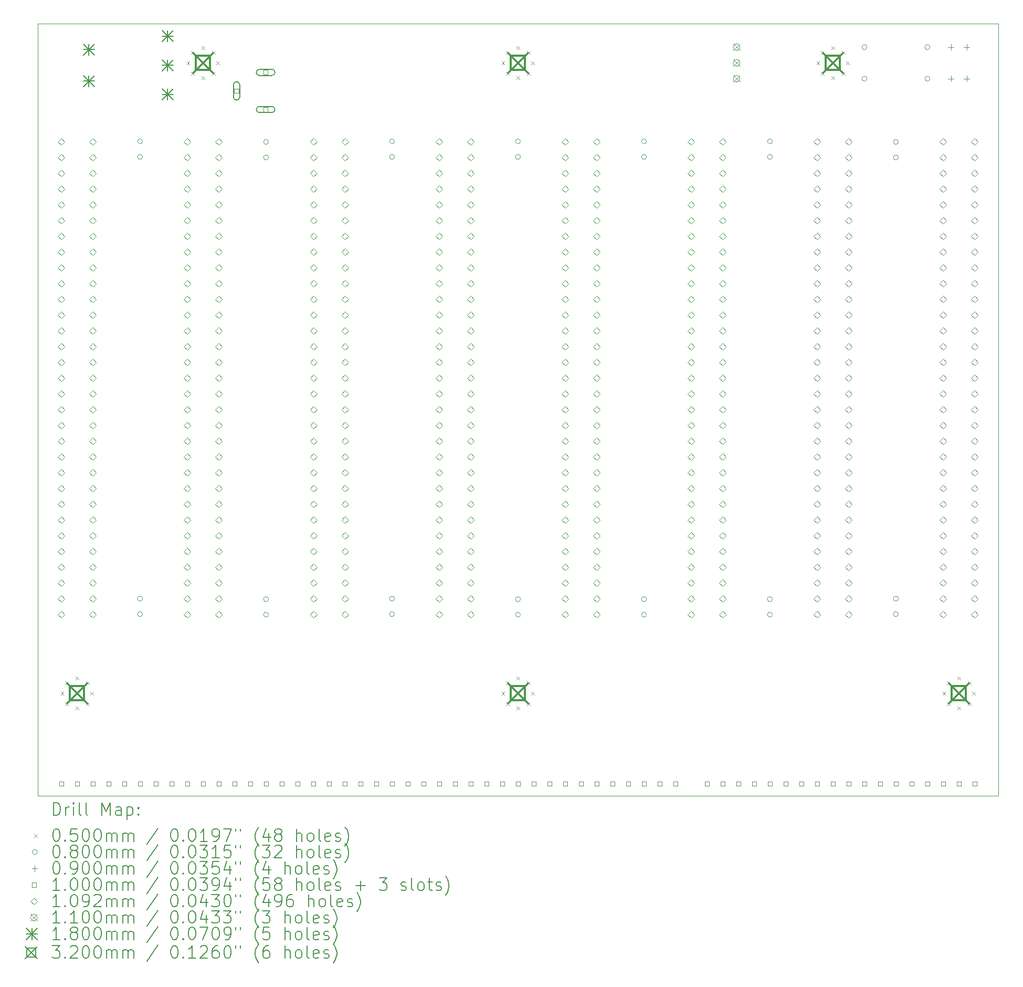
<source format=gbr>
%TF.GenerationSoftware,KiCad,Pcbnew,(6.0.7)*%
%TF.CreationDate,2022-10-13T06:51:37-04:00*%
%TF.ProjectId,Part 5 - Backplane,50617274-2035-4202-9d20-4261636b706c,2*%
%TF.SameCoordinates,Original*%
%TF.FileFunction,Drillmap*%
%TF.FilePolarity,Positive*%
%FSLAX45Y45*%
G04 Gerber Fmt 4.5, Leading zero omitted, Abs format (unit mm)*
G04 Created by KiCad (PCBNEW (6.0.7)) date 2022-10-13 06:51:37*
%MOMM*%
%LPD*%
G01*
G04 APERTURE LIST*
%ADD10C,0.100000*%
%ADD11C,0.200000*%
%ADD12C,0.050000*%
%ADD13C,0.080000*%
%ADD14C,0.090000*%
%ADD15C,0.109220*%
%ADD16C,0.110000*%
%ADD17C,0.180000*%
%ADD18C,0.320000*%
G04 APERTURE END LIST*
D10*
X19050000Y-3556000D02*
X19050000Y-16002000D01*
X3556000Y-16002000D02*
X19050000Y-16002000D01*
X3556000Y-16002000D02*
X3556000Y-3556000D01*
X19050000Y-3556000D02*
X3556000Y-3556000D01*
D11*
D12*
X3926000Y-14326000D02*
X3976000Y-14376000D01*
X3976000Y-14326000D02*
X3926000Y-14376000D01*
X3996294Y-14156294D02*
X4046294Y-14206294D01*
X4046294Y-14156294D02*
X3996294Y-14206294D01*
X3996294Y-14495706D02*
X4046294Y-14545706D01*
X4046294Y-14495706D02*
X3996294Y-14545706D01*
X4166000Y-14086000D02*
X4216000Y-14136000D01*
X4216000Y-14086000D02*
X4166000Y-14136000D01*
X4166000Y-14566000D02*
X4216000Y-14616000D01*
X4216000Y-14566000D02*
X4166000Y-14616000D01*
X4335706Y-14156294D02*
X4385706Y-14206294D01*
X4385706Y-14156294D02*
X4335706Y-14206294D01*
X4335706Y-14495706D02*
X4385706Y-14545706D01*
X4385706Y-14495706D02*
X4335706Y-14545706D01*
X4406000Y-14326000D02*
X4456000Y-14376000D01*
X4456000Y-14326000D02*
X4406000Y-14376000D01*
X5958000Y-4166000D02*
X6008000Y-4216000D01*
X6008000Y-4166000D02*
X5958000Y-4216000D01*
X6028294Y-3996294D02*
X6078294Y-4046294D01*
X6078294Y-3996294D02*
X6028294Y-4046294D01*
X6028294Y-4335706D02*
X6078294Y-4385706D01*
X6078294Y-4335706D02*
X6028294Y-4385706D01*
X6198000Y-3926000D02*
X6248000Y-3976000D01*
X6248000Y-3926000D02*
X6198000Y-3976000D01*
X6198000Y-4406000D02*
X6248000Y-4456000D01*
X6248000Y-4406000D02*
X6198000Y-4456000D01*
X6367706Y-3996294D02*
X6417706Y-4046294D01*
X6417706Y-3996294D02*
X6367706Y-4046294D01*
X6367706Y-4335706D02*
X6417706Y-4385706D01*
X6417706Y-4335706D02*
X6367706Y-4385706D01*
X6438000Y-4166000D02*
X6488000Y-4216000D01*
X6488000Y-4166000D02*
X6438000Y-4216000D01*
X11038000Y-4166000D02*
X11088000Y-4216000D01*
X11088000Y-4166000D02*
X11038000Y-4216000D01*
X11038000Y-14326000D02*
X11088000Y-14376000D01*
X11088000Y-14326000D02*
X11038000Y-14376000D01*
X11108294Y-3996294D02*
X11158294Y-4046294D01*
X11158294Y-3996294D02*
X11108294Y-4046294D01*
X11108294Y-4335706D02*
X11158294Y-4385706D01*
X11158294Y-4335706D02*
X11108294Y-4385706D01*
X11108294Y-14156294D02*
X11158294Y-14206294D01*
X11158294Y-14156294D02*
X11108294Y-14206294D01*
X11108294Y-14495706D02*
X11158294Y-14545706D01*
X11158294Y-14495706D02*
X11108294Y-14545706D01*
X11278000Y-3926000D02*
X11328000Y-3976000D01*
X11328000Y-3926000D02*
X11278000Y-3976000D01*
X11278000Y-4406000D02*
X11328000Y-4456000D01*
X11328000Y-4406000D02*
X11278000Y-4456000D01*
X11278000Y-14086000D02*
X11328000Y-14136000D01*
X11328000Y-14086000D02*
X11278000Y-14136000D01*
X11278000Y-14566000D02*
X11328000Y-14616000D01*
X11328000Y-14566000D02*
X11278000Y-14616000D01*
X11447706Y-3996294D02*
X11497706Y-4046294D01*
X11497706Y-3996294D02*
X11447706Y-4046294D01*
X11447706Y-4335706D02*
X11497706Y-4385706D01*
X11497706Y-4335706D02*
X11447706Y-4385706D01*
X11447706Y-14156294D02*
X11497706Y-14206294D01*
X11497706Y-14156294D02*
X11447706Y-14206294D01*
X11447706Y-14495706D02*
X11497706Y-14545706D01*
X11497706Y-14495706D02*
X11447706Y-14545706D01*
X11518000Y-4166000D02*
X11568000Y-4216000D01*
X11568000Y-4166000D02*
X11518000Y-4216000D01*
X11518000Y-14326000D02*
X11568000Y-14376000D01*
X11568000Y-14326000D02*
X11518000Y-14376000D01*
X16118000Y-4166000D02*
X16168000Y-4216000D01*
X16168000Y-4166000D02*
X16118000Y-4216000D01*
X16188294Y-3996294D02*
X16238294Y-4046294D01*
X16238294Y-3996294D02*
X16188294Y-4046294D01*
X16188294Y-4335706D02*
X16238294Y-4385706D01*
X16238294Y-4335706D02*
X16188294Y-4385706D01*
X16358000Y-3926000D02*
X16408000Y-3976000D01*
X16408000Y-3926000D02*
X16358000Y-3976000D01*
X16358000Y-4406000D02*
X16408000Y-4456000D01*
X16408000Y-4406000D02*
X16358000Y-4456000D01*
X16527706Y-3996294D02*
X16577706Y-4046294D01*
X16577706Y-3996294D02*
X16527706Y-4046294D01*
X16527706Y-4335706D02*
X16577706Y-4385706D01*
X16577706Y-4335706D02*
X16527706Y-4385706D01*
X16598000Y-4166000D02*
X16648000Y-4216000D01*
X16648000Y-4166000D02*
X16598000Y-4216000D01*
X18150000Y-14326000D02*
X18200000Y-14376000D01*
X18200000Y-14326000D02*
X18150000Y-14376000D01*
X18220294Y-14156294D02*
X18270294Y-14206294D01*
X18270294Y-14156294D02*
X18220294Y-14206294D01*
X18220294Y-14495706D02*
X18270294Y-14545706D01*
X18270294Y-14495706D02*
X18220294Y-14545706D01*
X18390000Y-14086000D02*
X18440000Y-14136000D01*
X18440000Y-14086000D02*
X18390000Y-14136000D01*
X18390000Y-14566000D02*
X18440000Y-14616000D01*
X18440000Y-14566000D02*
X18390000Y-14616000D01*
X18559706Y-14156294D02*
X18609706Y-14206294D01*
X18609706Y-14156294D02*
X18559706Y-14206294D01*
X18559706Y-14495706D02*
X18609706Y-14545706D01*
X18609706Y-14495706D02*
X18559706Y-14545706D01*
X18630000Y-14326000D02*
X18680000Y-14376000D01*
X18680000Y-14326000D02*
X18630000Y-14376000D01*
D13*
X5247000Y-5456238D02*
G75*
G03*
X5247000Y-5456238I-40000J0D01*
G01*
X5247000Y-5706238D02*
G75*
G03*
X5247000Y-5706238I-40000J0D01*
G01*
X5247000Y-12827000D02*
G75*
G03*
X5247000Y-12827000I-40000J0D01*
G01*
X5247000Y-13077000D02*
G75*
G03*
X5247000Y-13077000I-40000J0D01*
G01*
X7279000Y-5465000D02*
G75*
G03*
X7279000Y-5465000I-40000J0D01*
G01*
X7279000Y-5715000D02*
G75*
G03*
X7279000Y-5715000I-40000J0D01*
G01*
X7279000Y-12835762D02*
G75*
G03*
X7279000Y-12835762I-40000J0D01*
G01*
X7279000Y-13085762D02*
G75*
G03*
X7279000Y-13085762I-40000J0D01*
G01*
X9311000Y-5456238D02*
G75*
G03*
X9311000Y-5456238I-40000J0D01*
G01*
X9311000Y-5706238D02*
G75*
G03*
X9311000Y-5706238I-40000J0D01*
G01*
X9311000Y-12827000D02*
G75*
G03*
X9311000Y-12827000I-40000J0D01*
G01*
X9311000Y-13077000D02*
G75*
G03*
X9311000Y-13077000I-40000J0D01*
G01*
X11343000Y-5456238D02*
G75*
G03*
X11343000Y-5456238I-40000J0D01*
G01*
X11343000Y-5706238D02*
G75*
G03*
X11343000Y-5706238I-40000J0D01*
G01*
X11343000Y-12835762D02*
G75*
G03*
X11343000Y-12835762I-40000J0D01*
G01*
X11343000Y-13085762D02*
G75*
G03*
X11343000Y-13085762I-40000J0D01*
G01*
X13375000Y-5456238D02*
G75*
G03*
X13375000Y-5456238I-40000J0D01*
G01*
X13375000Y-5706238D02*
G75*
G03*
X13375000Y-5706238I-40000J0D01*
G01*
X13375000Y-12835762D02*
G75*
G03*
X13375000Y-12835762I-40000J0D01*
G01*
X13375000Y-13085762D02*
G75*
G03*
X13375000Y-13085762I-40000J0D01*
G01*
X15407000Y-5456238D02*
G75*
G03*
X15407000Y-5456238I-40000J0D01*
G01*
X15407000Y-5706238D02*
G75*
G03*
X15407000Y-5706238I-40000J0D01*
G01*
X15407000Y-12835762D02*
G75*
G03*
X15407000Y-12835762I-40000J0D01*
G01*
X15407000Y-13085762D02*
G75*
G03*
X15407000Y-13085762I-40000J0D01*
G01*
X16931000Y-3937000D02*
G75*
G03*
X16931000Y-3937000I-40000J0D01*
G01*
X16931000Y-4445000D02*
G75*
G03*
X16931000Y-4445000I-40000J0D01*
G01*
X17439000Y-5465000D02*
G75*
G03*
X17439000Y-5465000I-40000J0D01*
G01*
X17439000Y-5715000D02*
G75*
G03*
X17439000Y-5715000I-40000J0D01*
G01*
X17439000Y-12827000D02*
G75*
G03*
X17439000Y-12827000I-40000J0D01*
G01*
X17439000Y-13077000D02*
G75*
G03*
X17439000Y-13077000I-40000J0D01*
G01*
X17947000Y-3937000D02*
G75*
G03*
X17947000Y-3937000I-40000J0D01*
G01*
X17947000Y-4445000D02*
G75*
G03*
X17947000Y-4445000I-40000J0D01*
G01*
D14*
X18287500Y-3892000D02*
X18287500Y-3982000D01*
X18242500Y-3937000D02*
X18332500Y-3937000D01*
X18287500Y-4400000D02*
X18287500Y-4490000D01*
X18242500Y-4445000D02*
X18332500Y-4445000D01*
X18541500Y-3892000D02*
X18541500Y-3982000D01*
X18496500Y-3937000D02*
X18586500Y-3937000D01*
X18541500Y-4400000D02*
X18541500Y-4490000D01*
X18496500Y-4445000D02*
X18586500Y-4445000D01*
D10*
X3972856Y-15846856D02*
X3972856Y-15776144D01*
X3902144Y-15776144D01*
X3902144Y-15846856D01*
X3972856Y-15846856D01*
X4226856Y-15846856D02*
X4226856Y-15776144D01*
X4156144Y-15776144D01*
X4156144Y-15846856D01*
X4226856Y-15846856D01*
X4480856Y-15846856D02*
X4480856Y-15776144D01*
X4410144Y-15776144D01*
X4410144Y-15846856D01*
X4480856Y-15846856D01*
X4734856Y-15846856D02*
X4734856Y-15776144D01*
X4664144Y-15776144D01*
X4664144Y-15846856D01*
X4734856Y-15846856D01*
X4988856Y-15846856D02*
X4988856Y-15776144D01*
X4918144Y-15776144D01*
X4918144Y-15846856D01*
X4988856Y-15846856D01*
X5242856Y-15846856D02*
X5242856Y-15776144D01*
X5172144Y-15776144D01*
X5172144Y-15846856D01*
X5242856Y-15846856D01*
X5496856Y-15846856D02*
X5496856Y-15776144D01*
X5426144Y-15776144D01*
X5426144Y-15846856D01*
X5496856Y-15846856D01*
X5750856Y-15846856D02*
X5750856Y-15776144D01*
X5680144Y-15776144D01*
X5680144Y-15846856D01*
X5750856Y-15846856D01*
X6004856Y-15846856D02*
X6004856Y-15776144D01*
X5934144Y-15776144D01*
X5934144Y-15846856D01*
X6004856Y-15846856D01*
X6258856Y-15846856D02*
X6258856Y-15776144D01*
X6188144Y-15776144D01*
X6188144Y-15846856D01*
X6258856Y-15846856D01*
X6512856Y-15846856D02*
X6512856Y-15776144D01*
X6442144Y-15776144D01*
X6442144Y-15846856D01*
X6512856Y-15846856D01*
X6766856Y-15846856D02*
X6766856Y-15776144D01*
X6696144Y-15776144D01*
X6696144Y-15846856D01*
X6766856Y-15846856D01*
X6798506Y-4678756D02*
X6798506Y-4608044D01*
X6727794Y-4608044D01*
X6727794Y-4678756D01*
X6798506Y-4678756D01*
D11*
X6713150Y-4543400D02*
X6713150Y-4743400D01*
X6813150Y-4543400D02*
X6813150Y-4743400D01*
X6713150Y-4743400D02*
G75*
G03*
X6813150Y-4743400I50000J0D01*
G01*
X6813150Y-4543400D02*
G75*
G03*
X6713150Y-4543400I-50000J0D01*
G01*
D10*
X7020856Y-15846856D02*
X7020856Y-15776144D01*
X6950144Y-15776144D01*
X6950144Y-15846856D01*
X7020856Y-15846856D01*
X7268506Y-4378756D02*
X7268506Y-4308044D01*
X7197794Y-4308044D01*
X7197794Y-4378756D01*
X7268506Y-4378756D01*
D11*
X7333150Y-4293400D02*
X7133150Y-4293400D01*
X7333150Y-4393400D02*
X7133150Y-4393400D01*
X7133150Y-4293400D02*
G75*
G03*
X7133150Y-4393400I0J-50000D01*
G01*
X7333150Y-4393400D02*
G75*
G03*
X7333150Y-4293400I0J50000D01*
G01*
D10*
X7268506Y-4978756D02*
X7268506Y-4908044D01*
X7197794Y-4908044D01*
X7197794Y-4978756D01*
X7268506Y-4978756D01*
D11*
X7333150Y-4893400D02*
X7133150Y-4893400D01*
X7333150Y-4993400D02*
X7133150Y-4993400D01*
X7133150Y-4893400D02*
G75*
G03*
X7133150Y-4993400I0J-50000D01*
G01*
X7333150Y-4993400D02*
G75*
G03*
X7333150Y-4893400I0J50000D01*
G01*
D10*
X7274856Y-15846856D02*
X7274856Y-15776144D01*
X7204144Y-15776144D01*
X7204144Y-15846856D01*
X7274856Y-15846856D01*
X7528856Y-15846856D02*
X7528856Y-15776144D01*
X7458144Y-15776144D01*
X7458144Y-15846856D01*
X7528856Y-15846856D01*
X7782856Y-15846856D02*
X7782856Y-15776144D01*
X7712144Y-15776144D01*
X7712144Y-15846856D01*
X7782856Y-15846856D01*
X8036856Y-15846856D02*
X8036856Y-15776144D01*
X7966144Y-15776144D01*
X7966144Y-15846856D01*
X8036856Y-15846856D01*
X8290856Y-15846856D02*
X8290856Y-15776144D01*
X8220144Y-15776144D01*
X8220144Y-15846856D01*
X8290856Y-15846856D01*
X8544856Y-15846856D02*
X8544856Y-15776144D01*
X8474144Y-15776144D01*
X8474144Y-15846856D01*
X8544856Y-15846856D01*
X8798856Y-15846856D02*
X8798856Y-15776144D01*
X8728144Y-15776144D01*
X8728144Y-15846856D01*
X8798856Y-15846856D01*
X9052856Y-15846856D02*
X9052856Y-15776144D01*
X8982144Y-15776144D01*
X8982144Y-15846856D01*
X9052856Y-15846856D01*
X9306856Y-15846856D02*
X9306856Y-15776144D01*
X9236144Y-15776144D01*
X9236144Y-15846856D01*
X9306856Y-15846856D01*
X9560856Y-15846856D02*
X9560856Y-15776144D01*
X9490144Y-15776144D01*
X9490144Y-15846856D01*
X9560856Y-15846856D01*
X9814856Y-15846856D02*
X9814856Y-15776144D01*
X9744144Y-15776144D01*
X9744144Y-15846856D01*
X9814856Y-15846856D01*
X10068856Y-15846856D02*
X10068856Y-15776144D01*
X9998144Y-15776144D01*
X9998144Y-15846856D01*
X10068856Y-15846856D01*
X10322856Y-15846856D02*
X10322856Y-15776144D01*
X10252144Y-15776144D01*
X10252144Y-15846856D01*
X10322856Y-15846856D01*
X10576856Y-15846856D02*
X10576856Y-15776144D01*
X10506144Y-15776144D01*
X10506144Y-15846856D01*
X10576856Y-15846856D01*
X10830856Y-15846856D02*
X10830856Y-15776144D01*
X10760144Y-15776144D01*
X10760144Y-15846856D01*
X10830856Y-15846856D01*
X11084856Y-15846856D02*
X11084856Y-15776144D01*
X11014144Y-15776144D01*
X11014144Y-15846856D01*
X11084856Y-15846856D01*
X11338856Y-15846856D02*
X11338856Y-15776144D01*
X11268144Y-15776144D01*
X11268144Y-15846856D01*
X11338856Y-15846856D01*
X11592856Y-15846856D02*
X11592856Y-15776144D01*
X11522144Y-15776144D01*
X11522144Y-15846856D01*
X11592856Y-15846856D01*
X11846856Y-15846856D02*
X11846856Y-15776144D01*
X11776144Y-15776144D01*
X11776144Y-15846856D01*
X11846856Y-15846856D01*
X12100856Y-15846856D02*
X12100856Y-15776144D01*
X12030144Y-15776144D01*
X12030144Y-15846856D01*
X12100856Y-15846856D01*
X12354856Y-15846856D02*
X12354856Y-15776144D01*
X12284144Y-15776144D01*
X12284144Y-15846856D01*
X12354856Y-15846856D01*
X12608856Y-15846856D02*
X12608856Y-15776144D01*
X12538144Y-15776144D01*
X12538144Y-15846856D01*
X12608856Y-15846856D01*
X12862856Y-15846856D02*
X12862856Y-15776144D01*
X12792144Y-15776144D01*
X12792144Y-15846856D01*
X12862856Y-15846856D01*
X13116856Y-15846856D02*
X13116856Y-15776144D01*
X13046144Y-15776144D01*
X13046144Y-15846856D01*
X13116856Y-15846856D01*
X13370856Y-15846856D02*
X13370856Y-15776144D01*
X13300144Y-15776144D01*
X13300144Y-15846856D01*
X13370856Y-15846856D01*
X13624856Y-15846856D02*
X13624856Y-15776144D01*
X13554144Y-15776144D01*
X13554144Y-15846856D01*
X13624856Y-15846856D01*
X13878856Y-15846856D02*
X13878856Y-15776144D01*
X13808144Y-15776144D01*
X13808144Y-15846856D01*
X13878856Y-15846856D01*
X14387856Y-15846856D02*
X14387856Y-15776144D01*
X14317144Y-15776144D01*
X14317144Y-15846856D01*
X14387856Y-15846856D01*
X14641856Y-15846856D02*
X14641856Y-15776144D01*
X14571144Y-15776144D01*
X14571144Y-15846856D01*
X14641856Y-15846856D01*
X14895856Y-15846856D02*
X14895856Y-15776144D01*
X14825144Y-15776144D01*
X14825144Y-15846856D01*
X14895856Y-15846856D01*
X15149856Y-15846856D02*
X15149856Y-15776144D01*
X15079144Y-15776144D01*
X15079144Y-15846856D01*
X15149856Y-15846856D01*
X15403856Y-15846856D02*
X15403856Y-15776144D01*
X15333144Y-15776144D01*
X15333144Y-15846856D01*
X15403856Y-15846856D01*
X15657856Y-15846856D02*
X15657856Y-15776144D01*
X15587144Y-15776144D01*
X15587144Y-15846856D01*
X15657856Y-15846856D01*
X15911856Y-15846856D02*
X15911856Y-15776144D01*
X15841144Y-15776144D01*
X15841144Y-15846856D01*
X15911856Y-15846856D01*
X16165856Y-15846856D02*
X16165856Y-15776144D01*
X16095144Y-15776144D01*
X16095144Y-15846856D01*
X16165856Y-15846856D01*
X16419856Y-15846856D02*
X16419856Y-15776144D01*
X16349144Y-15776144D01*
X16349144Y-15846856D01*
X16419856Y-15846856D01*
X16673856Y-15846856D02*
X16673856Y-15776144D01*
X16603144Y-15776144D01*
X16603144Y-15846856D01*
X16673856Y-15846856D01*
X16927856Y-15846856D02*
X16927856Y-15776144D01*
X16857144Y-15776144D01*
X16857144Y-15846856D01*
X16927856Y-15846856D01*
X17181856Y-15846856D02*
X17181856Y-15776144D01*
X17111144Y-15776144D01*
X17111144Y-15846856D01*
X17181856Y-15846856D01*
X17435856Y-15846856D02*
X17435856Y-15776144D01*
X17365144Y-15776144D01*
X17365144Y-15846856D01*
X17435856Y-15846856D01*
X17689856Y-15846856D02*
X17689856Y-15776144D01*
X17619144Y-15776144D01*
X17619144Y-15846856D01*
X17689856Y-15846856D01*
X17943856Y-15846856D02*
X17943856Y-15776144D01*
X17873144Y-15776144D01*
X17873144Y-15846856D01*
X17943856Y-15846856D01*
X18197856Y-15846856D02*
X18197856Y-15776144D01*
X18127144Y-15776144D01*
X18127144Y-15846856D01*
X18197856Y-15846856D01*
X18451856Y-15846856D02*
X18451856Y-15776144D01*
X18381144Y-15776144D01*
X18381144Y-15846856D01*
X18451856Y-15846856D01*
X18705856Y-15846856D02*
X18705856Y-15776144D01*
X18635144Y-15776144D01*
X18635144Y-15846856D01*
X18705856Y-15846856D01*
D15*
X3937000Y-5515610D02*
X3991610Y-5461000D01*
X3937000Y-5406390D01*
X3882390Y-5461000D01*
X3937000Y-5515610D01*
X3937000Y-5769610D02*
X3991610Y-5715000D01*
X3937000Y-5660390D01*
X3882390Y-5715000D01*
X3937000Y-5769610D01*
X3937000Y-6023610D02*
X3991610Y-5969000D01*
X3937000Y-5914390D01*
X3882390Y-5969000D01*
X3937000Y-6023610D01*
X3937000Y-6277610D02*
X3991610Y-6223000D01*
X3937000Y-6168390D01*
X3882390Y-6223000D01*
X3937000Y-6277610D01*
X3937000Y-6531610D02*
X3991610Y-6477000D01*
X3937000Y-6422390D01*
X3882390Y-6477000D01*
X3937000Y-6531610D01*
X3937000Y-6785610D02*
X3991610Y-6731000D01*
X3937000Y-6676390D01*
X3882390Y-6731000D01*
X3937000Y-6785610D01*
X3937000Y-7039610D02*
X3991610Y-6985000D01*
X3937000Y-6930390D01*
X3882390Y-6985000D01*
X3937000Y-7039610D01*
X3937000Y-7293610D02*
X3991610Y-7239000D01*
X3937000Y-7184390D01*
X3882390Y-7239000D01*
X3937000Y-7293610D01*
X3937000Y-7547610D02*
X3991610Y-7493000D01*
X3937000Y-7438390D01*
X3882390Y-7493000D01*
X3937000Y-7547610D01*
X3937000Y-7801610D02*
X3991610Y-7747000D01*
X3937000Y-7692390D01*
X3882390Y-7747000D01*
X3937000Y-7801610D01*
X3937000Y-8055610D02*
X3991610Y-8001000D01*
X3937000Y-7946390D01*
X3882390Y-8001000D01*
X3937000Y-8055610D01*
X3937000Y-8309610D02*
X3991610Y-8255000D01*
X3937000Y-8200390D01*
X3882390Y-8255000D01*
X3937000Y-8309610D01*
X3937000Y-8563610D02*
X3991610Y-8509000D01*
X3937000Y-8454390D01*
X3882390Y-8509000D01*
X3937000Y-8563610D01*
X3937000Y-8817610D02*
X3991610Y-8763000D01*
X3937000Y-8708390D01*
X3882390Y-8763000D01*
X3937000Y-8817610D01*
X3937000Y-9071610D02*
X3991610Y-9017000D01*
X3937000Y-8962390D01*
X3882390Y-9017000D01*
X3937000Y-9071610D01*
X3937000Y-9325610D02*
X3991610Y-9271000D01*
X3937000Y-9216390D01*
X3882390Y-9271000D01*
X3937000Y-9325610D01*
X3937000Y-9579610D02*
X3991610Y-9525000D01*
X3937000Y-9470390D01*
X3882390Y-9525000D01*
X3937000Y-9579610D01*
X3937000Y-9833610D02*
X3991610Y-9779000D01*
X3937000Y-9724390D01*
X3882390Y-9779000D01*
X3937000Y-9833610D01*
X3937000Y-10087610D02*
X3991610Y-10033000D01*
X3937000Y-9978390D01*
X3882390Y-10033000D01*
X3937000Y-10087610D01*
X3937000Y-10341610D02*
X3991610Y-10287000D01*
X3937000Y-10232390D01*
X3882390Y-10287000D01*
X3937000Y-10341610D01*
X3937000Y-10595610D02*
X3991610Y-10541000D01*
X3937000Y-10486390D01*
X3882390Y-10541000D01*
X3937000Y-10595610D01*
X3937000Y-10849610D02*
X3991610Y-10795000D01*
X3937000Y-10740390D01*
X3882390Y-10795000D01*
X3937000Y-10849610D01*
X3937000Y-11103610D02*
X3991610Y-11049000D01*
X3937000Y-10994390D01*
X3882390Y-11049000D01*
X3937000Y-11103610D01*
X3937000Y-11357610D02*
X3991610Y-11303000D01*
X3937000Y-11248390D01*
X3882390Y-11303000D01*
X3937000Y-11357610D01*
X3937000Y-11611610D02*
X3991610Y-11557000D01*
X3937000Y-11502390D01*
X3882390Y-11557000D01*
X3937000Y-11611610D01*
X3937000Y-11865610D02*
X3991610Y-11811000D01*
X3937000Y-11756390D01*
X3882390Y-11811000D01*
X3937000Y-11865610D01*
X3937000Y-12119610D02*
X3991610Y-12065000D01*
X3937000Y-12010390D01*
X3882390Y-12065000D01*
X3937000Y-12119610D01*
X3937000Y-12373610D02*
X3991610Y-12319000D01*
X3937000Y-12264390D01*
X3882390Y-12319000D01*
X3937000Y-12373610D01*
X3937000Y-12627610D02*
X3991610Y-12573000D01*
X3937000Y-12518390D01*
X3882390Y-12573000D01*
X3937000Y-12627610D01*
X3937000Y-12881610D02*
X3991610Y-12827000D01*
X3937000Y-12772390D01*
X3882390Y-12827000D01*
X3937000Y-12881610D01*
X3937000Y-13135610D02*
X3991610Y-13081000D01*
X3937000Y-13026390D01*
X3882390Y-13081000D01*
X3937000Y-13135610D01*
X4445000Y-5515610D02*
X4499610Y-5461000D01*
X4445000Y-5406390D01*
X4390390Y-5461000D01*
X4445000Y-5515610D01*
X4445000Y-5769610D02*
X4499610Y-5715000D01*
X4445000Y-5660390D01*
X4390390Y-5715000D01*
X4445000Y-5769610D01*
X4445000Y-6023610D02*
X4499610Y-5969000D01*
X4445000Y-5914390D01*
X4390390Y-5969000D01*
X4445000Y-6023610D01*
X4445000Y-6277610D02*
X4499610Y-6223000D01*
X4445000Y-6168390D01*
X4390390Y-6223000D01*
X4445000Y-6277610D01*
X4445000Y-6531610D02*
X4499610Y-6477000D01*
X4445000Y-6422390D01*
X4390390Y-6477000D01*
X4445000Y-6531610D01*
X4445000Y-6785610D02*
X4499610Y-6731000D01*
X4445000Y-6676390D01*
X4390390Y-6731000D01*
X4445000Y-6785610D01*
X4445000Y-7039610D02*
X4499610Y-6985000D01*
X4445000Y-6930390D01*
X4390390Y-6985000D01*
X4445000Y-7039610D01*
X4445000Y-7293610D02*
X4499610Y-7239000D01*
X4445000Y-7184390D01*
X4390390Y-7239000D01*
X4445000Y-7293610D01*
X4445000Y-7547610D02*
X4499610Y-7493000D01*
X4445000Y-7438390D01*
X4390390Y-7493000D01*
X4445000Y-7547610D01*
X4445000Y-7801610D02*
X4499610Y-7747000D01*
X4445000Y-7692390D01*
X4390390Y-7747000D01*
X4445000Y-7801610D01*
X4445000Y-8055610D02*
X4499610Y-8001000D01*
X4445000Y-7946390D01*
X4390390Y-8001000D01*
X4445000Y-8055610D01*
X4445000Y-8309610D02*
X4499610Y-8255000D01*
X4445000Y-8200390D01*
X4390390Y-8255000D01*
X4445000Y-8309610D01*
X4445000Y-8563610D02*
X4499610Y-8509000D01*
X4445000Y-8454390D01*
X4390390Y-8509000D01*
X4445000Y-8563610D01*
X4445000Y-8817610D02*
X4499610Y-8763000D01*
X4445000Y-8708390D01*
X4390390Y-8763000D01*
X4445000Y-8817610D01*
X4445000Y-9071610D02*
X4499610Y-9017000D01*
X4445000Y-8962390D01*
X4390390Y-9017000D01*
X4445000Y-9071610D01*
X4445000Y-9325610D02*
X4499610Y-9271000D01*
X4445000Y-9216390D01*
X4390390Y-9271000D01*
X4445000Y-9325610D01*
X4445000Y-9579610D02*
X4499610Y-9525000D01*
X4445000Y-9470390D01*
X4390390Y-9525000D01*
X4445000Y-9579610D01*
X4445000Y-9833610D02*
X4499610Y-9779000D01*
X4445000Y-9724390D01*
X4390390Y-9779000D01*
X4445000Y-9833610D01*
X4445000Y-10087610D02*
X4499610Y-10033000D01*
X4445000Y-9978390D01*
X4390390Y-10033000D01*
X4445000Y-10087610D01*
X4445000Y-10341610D02*
X4499610Y-10287000D01*
X4445000Y-10232390D01*
X4390390Y-10287000D01*
X4445000Y-10341610D01*
X4445000Y-10595610D02*
X4499610Y-10541000D01*
X4445000Y-10486390D01*
X4390390Y-10541000D01*
X4445000Y-10595610D01*
X4445000Y-10849610D02*
X4499610Y-10795000D01*
X4445000Y-10740390D01*
X4390390Y-10795000D01*
X4445000Y-10849610D01*
X4445000Y-11103610D02*
X4499610Y-11049000D01*
X4445000Y-10994390D01*
X4390390Y-11049000D01*
X4445000Y-11103610D01*
X4445000Y-11357610D02*
X4499610Y-11303000D01*
X4445000Y-11248390D01*
X4390390Y-11303000D01*
X4445000Y-11357610D01*
X4445000Y-11611610D02*
X4499610Y-11557000D01*
X4445000Y-11502390D01*
X4390390Y-11557000D01*
X4445000Y-11611610D01*
X4445000Y-11865610D02*
X4499610Y-11811000D01*
X4445000Y-11756390D01*
X4390390Y-11811000D01*
X4445000Y-11865610D01*
X4445000Y-12119610D02*
X4499610Y-12065000D01*
X4445000Y-12010390D01*
X4390390Y-12065000D01*
X4445000Y-12119610D01*
X4445000Y-12373610D02*
X4499610Y-12319000D01*
X4445000Y-12264390D01*
X4390390Y-12319000D01*
X4445000Y-12373610D01*
X4445000Y-12627610D02*
X4499610Y-12573000D01*
X4445000Y-12518390D01*
X4390390Y-12573000D01*
X4445000Y-12627610D01*
X4445000Y-12881610D02*
X4499610Y-12827000D01*
X4445000Y-12772390D01*
X4390390Y-12827000D01*
X4445000Y-12881610D01*
X4445000Y-13135610D02*
X4499610Y-13081000D01*
X4445000Y-13026390D01*
X4390390Y-13081000D01*
X4445000Y-13135610D01*
X5969000Y-5515610D02*
X6023610Y-5461000D01*
X5969000Y-5406390D01*
X5914390Y-5461000D01*
X5969000Y-5515610D01*
X5969000Y-5769610D02*
X6023610Y-5715000D01*
X5969000Y-5660390D01*
X5914390Y-5715000D01*
X5969000Y-5769610D01*
X5969000Y-6023610D02*
X6023610Y-5969000D01*
X5969000Y-5914390D01*
X5914390Y-5969000D01*
X5969000Y-6023610D01*
X5969000Y-6277610D02*
X6023610Y-6223000D01*
X5969000Y-6168390D01*
X5914390Y-6223000D01*
X5969000Y-6277610D01*
X5969000Y-6531610D02*
X6023610Y-6477000D01*
X5969000Y-6422390D01*
X5914390Y-6477000D01*
X5969000Y-6531610D01*
X5969000Y-6785610D02*
X6023610Y-6731000D01*
X5969000Y-6676390D01*
X5914390Y-6731000D01*
X5969000Y-6785610D01*
X5969000Y-7039610D02*
X6023610Y-6985000D01*
X5969000Y-6930390D01*
X5914390Y-6985000D01*
X5969000Y-7039610D01*
X5969000Y-7293610D02*
X6023610Y-7239000D01*
X5969000Y-7184390D01*
X5914390Y-7239000D01*
X5969000Y-7293610D01*
X5969000Y-7547610D02*
X6023610Y-7493000D01*
X5969000Y-7438390D01*
X5914390Y-7493000D01*
X5969000Y-7547610D01*
X5969000Y-7801610D02*
X6023610Y-7747000D01*
X5969000Y-7692390D01*
X5914390Y-7747000D01*
X5969000Y-7801610D01*
X5969000Y-8055610D02*
X6023610Y-8001000D01*
X5969000Y-7946390D01*
X5914390Y-8001000D01*
X5969000Y-8055610D01*
X5969000Y-8309610D02*
X6023610Y-8255000D01*
X5969000Y-8200390D01*
X5914390Y-8255000D01*
X5969000Y-8309610D01*
X5969000Y-8563610D02*
X6023610Y-8509000D01*
X5969000Y-8454390D01*
X5914390Y-8509000D01*
X5969000Y-8563610D01*
X5969000Y-8817610D02*
X6023610Y-8763000D01*
X5969000Y-8708390D01*
X5914390Y-8763000D01*
X5969000Y-8817610D01*
X5969000Y-9071610D02*
X6023610Y-9017000D01*
X5969000Y-8962390D01*
X5914390Y-9017000D01*
X5969000Y-9071610D01*
X5969000Y-9325610D02*
X6023610Y-9271000D01*
X5969000Y-9216390D01*
X5914390Y-9271000D01*
X5969000Y-9325610D01*
X5969000Y-9579610D02*
X6023610Y-9525000D01*
X5969000Y-9470390D01*
X5914390Y-9525000D01*
X5969000Y-9579610D01*
X5969000Y-9833610D02*
X6023610Y-9779000D01*
X5969000Y-9724390D01*
X5914390Y-9779000D01*
X5969000Y-9833610D01*
X5969000Y-10087610D02*
X6023610Y-10033000D01*
X5969000Y-9978390D01*
X5914390Y-10033000D01*
X5969000Y-10087610D01*
X5969000Y-10341610D02*
X6023610Y-10287000D01*
X5969000Y-10232390D01*
X5914390Y-10287000D01*
X5969000Y-10341610D01*
X5969000Y-10595610D02*
X6023610Y-10541000D01*
X5969000Y-10486390D01*
X5914390Y-10541000D01*
X5969000Y-10595610D01*
X5969000Y-10849610D02*
X6023610Y-10795000D01*
X5969000Y-10740390D01*
X5914390Y-10795000D01*
X5969000Y-10849610D01*
X5969000Y-11103610D02*
X6023610Y-11049000D01*
X5969000Y-10994390D01*
X5914390Y-11049000D01*
X5969000Y-11103610D01*
X5969000Y-11357610D02*
X6023610Y-11303000D01*
X5969000Y-11248390D01*
X5914390Y-11303000D01*
X5969000Y-11357610D01*
X5969000Y-11611610D02*
X6023610Y-11557000D01*
X5969000Y-11502390D01*
X5914390Y-11557000D01*
X5969000Y-11611610D01*
X5969000Y-11865610D02*
X6023610Y-11811000D01*
X5969000Y-11756390D01*
X5914390Y-11811000D01*
X5969000Y-11865610D01*
X5969000Y-12119610D02*
X6023610Y-12065000D01*
X5969000Y-12010390D01*
X5914390Y-12065000D01*
X5969000Y-12119610D01*
X5969000Y-12373610D02*
X6023610Y-12319000D01*
X5969000Y-12264390D01*
X5914390Y-12319000D01*
X5969000Y-12373610D01*
X5969000Y-12627610D02*
X6023610Y-12573000D01*
X5969000Y-12518390D01*
X5914390Y-12573000D01*
X5969000Y-12627610D01*
X5969000Y-12881610D02*
X6023610Y-12827000D01*
X5969000Y-12772390D01*
X5914390Y-12827000D01*
X5969000Y-12881610D01*
X5969000Y-13135610D02*
X6023610Y-13081000D01*
X5969000Y-13026390D01*
X5914390Y-13081000D01*
X5969000Y-13135610D01*
X6477000Y-5515610D02*
X6531610Y-5461000D01*
X6477000Y-5406390D01*
X6422390Y-5461000D01*
X6477000Y-5515610D01*
X6477000Y-5769610D02*
X6531610Y-5715000D01*
X6477000Y-5660390D01*
X6422390Y-5715000D01*
X6477000Y-5769610D01*
X6477000Y-6023610D02*
X6531610Y-5969000D01*
X6477000Y-5914390D01*
X6422390Y-5969000D01*
X6477000Y-6023610D01*
X6477000Y-6277610D02*
X6531610Y-6223000D01*
X6477000Y-6168390D01*
X6422390Y-6223000D01*
X6477000Y-6277610D01*
X6477000Y-6531610D02*
X6531610Y-6477000D01*
X6477000Y-6422390D01*
X6422390Y-6477000D01*
X6477000Y-6531610D01*
X6477000Y-6785610D02*
X6531610Y-6731000D01*
X6477000Y-6676390D01*
X6422390Y-6731000D01*
X6477000Y-6785610D01*
X6477000Y-7039610D02*
X6531610Y-6985000D01*
X6477000Y-6930390D01*
X6422390Y-6985000D01*
X6477000Y-7039610D01*
X6477000Y-7293610D02*
X6531610Y-7239000D01*
X6477000Y-7184390D01*
X6422390Y-7239000D01*
X6477000Y-7293610D01*
X6477000Y-7547610D02*
X6531610Y-7493000D01*
X6477000Y-7438390D01*
X6422390Y-7493000D01*
X6477000Y-7547610D01*
X6477000Y-7801610D02*
X6531610Y-7747000D01*
X6477000Y-7692390D01*
X6422390Y-7747000D01*
X6477000Y-7801610D01*
X6477000Y-8055610D02*
X6531610Y-8001000D01*
X6477000Y-7946390D01*
X6422390Y-8001000D01*
X6477000Y-8055610D01*
X6477000Y-8309610D02*
X6531610Y-8255000D01*
X6477000Y-8200390D01*
X6422390Y-8255000D01*
X6477000Y-8309610D01*
X6477000Y-8563610D02*
X6531610Y-8509000D01*
X6477000Y-8454390D01*
X6422390Y-8509000D01*
X6477000Y-8563610D01*
X6477000Y-8817610D02*
X6531610Y-8763000D01*
X6477000Y-8708390D01*
X6422390Y-8763000D01*
X6477000Y-8817610D01*
X6477000Y-9071610D02*
X6531610Y-9017000D01*
X6477000Y-8962390D01*
X6422390Y-9017000D01*
X6477000Y-9071610D01*
X6477000Y-9325610D02*
X6531610Y-9271000D01*
X6477000Y-9216390D01*
X6422390Y-9271000D01*
X6477000Y-9325610D01*
X6477000Y-9579610D02*
X6531610Y-9525000D01*
X6477000Y-9470390D01*
X6422390Y-9525000D01*
X6477000Y-9579610D01*
X6477000Y-9833610D02*
X6531610Y-9779000D01*
X6477000Y-9724390D01*
X6422390Y-9779000D01*
X6477000Y-9833610D01*
X6477000Y-10087610D02*
X6531610Y-10033000D01*
X6477000Y-9978390D01*
X6422390Y-10033000D01*
X6477000Y-10087610D01*
X6477000Y-10341610D02*
X6531610Y-10287000D01*
X6477000Y-10232390D01*
X6422390Y-10287000D01*
X6477000Y-10341610D01*
X6477000Y-10595610D02*
X6531610Y-10541000D01*
X6477000Y-10486390D01*
X6422390Y-10541000D01*
X6477000Y-10595610D01*
X6477000Y-10849610D02*
X6531610Y-10795000D01*
X6477000Y-10740390D01*
X6422390Y-10795000D01*
X6477000Y-10849610D01*
X6477000Y-11103610D02*
X6531610Y-11049000D01*
X6477000Y-10994390D01*
X6422390Y-11049000D01*
X6477000Y-11103610D01*
X6477000Y-11357610D02*
X6531610Y-11303000D01*
X6477000Y-11248390D01*
X6422390Y-11303000D01*
X6477000Y-11357610D01*
X6477000Y-11611610D02*
X6531610Y-11557000D01*
X6477000Y-11502390D01*
X6422390Y-11557000D01*
X6477000Y-11611610D01*
X6477000Y-11865610D02*
X6531610Y-11811000D01*
X6477000Y-11756390D01*
X6422390Y-11811000D01*
X6477000Y-11865610D01*
X6477000Y-12119610D02*
X6531610Y-12065000D01*
X6477000Y-12010390D01*
X6422390Y-12065000D01*
X6477000Y-12119610D01*
X6477000Y-12373610D02*
X6531610Y-12319000D01*
X6477000Y-12264390D01*
X6422390Y-12319000D01*
X6477000Y-12373610D01*
X6477000Y-12627610D02*
X6531610Y-12573000D01*
X6477000Y-12518390D01*
X6422390Y-12573000D01*
X6477000Y-12627610D01*
X6477000Y-12881610D02*
X6531610Y-12827000D01*
X6477000Y-12772390D01*
X6422390Y-12827000D01*
X6477000Y-12881610D01*
X6477000Y-13135610D02*
X6531610Y-13081000D01*
X6477000Y-13026390D01*
X6422390Y-13081000D01*
X6477000Y-13135610D01*
X8003700Y-5515610D02*
X8058310Y-5461000D01*
X8003700Y-5406390D01*
X7949090Y-5461000D01*
X8003700Y-5515610D01*
X8003700Y-5769610D02*
X8058310Y-5715000D01*
X8003700Y-5660390D01*
X7949090Y-5715000D01*
X8003700Y-5769610D01*
X8003700Y-6023610D02*
X8058310Y-5969000D01*
X8003700Y-5914390D01*
X7949090Y-5969000D01*
X8003700Y-6023610D01*
X8003700Y-6277610D02*
X8058310Y-6223000D01*
X8003700Y-6168390D01*
X7949090Y-6223000D01*
X8003700Y-6277610D01*
X8003700Y-6531610D02*
X8058310Y-6477000D01*
X8003700Y-6422390D01*
X7949090Y-6477000D01*
X8003700Y-6531610D01*
X8003700Y-6785610D02*
X8058310Y-6731000D01*
X8003700Y-6676390D01*
X7949090Y-6731000D01*
X8003700Y-6785610D01*
X8003700Y-7039610D02*
X8058310Y-6985000D01*
X8003700Y-6930390D01*
X7949090Y-6985000D01*
X8003700Y-7039610D01*
X8003700Y-7293610D02*
X8058310Y-7239000D01*
X8003700Y-7184390D01*
X7949090Y-7239000D01*
X8003700Y-7293610D01*
X8003700Y-7547610D02*
X8058310Y-7493000D01*
X8003700Y-7438390D01*
X7949090Y-7493000D01*
X8003700Y-7547610D01*
X8003700Y-7801610D02*
X8058310Y-7747000D01*
X8003700Y-7692390D01*
X7949090Y-7747000D01*
X8003700Y-7801610D01*
X8003700Y-8055610D02*
X8058310Y-8001000D01*
X8003700Y-7946390D01*
X7949090Y-8001000D01*
X8003700Y-8055610D01*
X8003700Y-8309610D02*
X8058310Y-8255000D01*
X8003700Y-8200390D01*
X7949090Y-8255000D01*
X8003700Y-8309610D01*
X8003700Y-8563610D02*
X8058310Y-8509000D01*
X8003700Y-8454390D01*
X7949090Y-8509000D01*
X8003700Y-8563610D01*
X8003700Y-8817610D02*
X8058310Y-8763000D01*
X8003700Y-8708390D01*
X7949090Y-8763000D01*
X8003700Y-8817610D01*
X8003700Y-9071610D02*
X8058310Y-9017000D01*
X8003700Y-8962390D01*
X7949090Y-9017000D01*
X8003700Y-9071610D01*
X8003700Y-9325610D02*
X8058310Y-9271000D01*
X8003700Y-9216390D01*
X7949090Y-9271000D01*
X8003700Y-9325610D01*
X8003700Y-9579610D02*
X8058310Y-9525000D01*
X8003700Y-9470390D01*
X7949090Y-9525000D01*
X8003700Y-9579610D01*
X8003700Y-9833610D02*
X8058310Y-9779000D01*
X8003700Y-9724390D01*
X7949090Y-9779000D01*
X8003700Y-9833610D01*
X8003700Y-10087610D02*
X8058310Y-10033000D01*
X8003700Y-9978390D01*
X7949090Y-10033000D01*
X8003700Y-10087610D01*
X8003700Y-10341610D02*
X8058310Y-10287000D01*
X8003700Y-10232390D01*
X7949090Y-10287000D01*
X8003700Y-10341610D01*
X8003700Y-10595610D02*
X8058310Y-10541000D01*
X8003700Y-10486390D01*
X7949090Y-10541000D01*
X8003700Y-10595610D01*
X8003700Y-10849610D02*
X8058310Y-10795000D01*
X8003700Y-10740390D01*
X7949090Y-10795000D01*
X8003700Y-10849610D01*
X8003700Y-11103610D02*
X8058310Y-11049000D01*
X8003700Y-10994390D01*
X7949090Y-11049000D01*
X8003700Y-11103610D01*
X8003700Y-11357610D02*
X8058310Y-11303000D01*
X8003700Y-11248390D01*
X7949090Y-11303000D01*
X8003700Y-11357610D01*
X8003700Y-11611610D02*
X8058310Y-11557000D01*
X8003700Y-11502390D01*
X7949090Y-11557000D01*
X8003700Y-11611610D01*
X8003700Y-11865610D02*
X8058310Y-11811000D01*
X8003700Y-11756390D01*
X7949090Y-11811000D01*
X8003700Y-11865610D01*
X8003700Y-12119610D02*
X8058310Y-12065000D01*
X8003700Y-12010390D01*
X7949090Y-12065000D01*
X8003700Y-12119610D01*
X8003700Y-12373610D02*
X8058310Y-12319000D01*
X8003700Y-12264390D01*
X7949090Y-12319000D01*
X8003700Y-12373610D01*
X8003700Y-12627610D02*
X8058310Y-12573000D01*
X8003700Y-12518390D01*
X7949090Y-12573000D01*
X8003700Y-12627610D01*
X8003700Y-12881610D02*
X8058310Y-12827000D01*
X8003700Y-12772390D01*
X7949090Y-12827000D01*
X8003700Y-12881610D01*
X8003700Y-13135610D02*
X8058310Y-13081000D01*
X8003700Y-13026390D01*
X7949090Y-13081000D01*
X8003700Y-13135610D01*
X8511700Y-5515610D02*
X8566310Y-5461000D01*
X8511700Y-5406390D01*
X8457090Y-5461000D01*
X8511700Y-5515610D01*
X8511700Y-5769610D02*
X8566310Y-5715000D01*
X8511700Y-5660390D01*
X8457090Y-5715000D01*
X8511700Y-5769610D01*
X8511700Y-6023610D02*
X8566310Y-5969000D01*
X8511700Y-5914390D01*
X8457090Y-5969000D01*
X8511700Y-6023610D01*
X8511700Y-6277610D02*
X8566310Y-6223000D01*
X8511700Y-6168390D01*
X8457090Y-6223000D01*
X8511700Y-6277610D01*
X8511700Y-6531610D02*
X8566310Y-6477000D01*
X8511700Y-6422390D01*
X8457090Y-6477000D01*
X8511700Y-6531610D01*
X8511700Y-6785610D02*
X8566310Y-6731000D01*
X8511700Y-6676390D01*
X8457090Y-6731000D01*
X8511700Y-6785610D01*
X8511700Y-7039610D02*
X8566310Y-6985000D01*
X8511700Y-6930390D01*
X8457090Y-6985000D01*
X8511700Y-7039610D01*
X8511700Y-7293610D02*
X8566310Y-7239000D01*
X8511700Y-7184390D01*
X8457090Y-7239000D01*
X8511700Y-7293610D01*
X8511700Y-7547610D02*
X8566310Y-7493000D01*
X8511700Y-7438390D01*
X8457090Y-7493000D01*
X8511700Y-7547610D01*
X8511700Y-7801610D02*
X8566310Y-7747000D01*
X8511700Y-7692390D01*
X8457090Y-7747000D01*
X8511700Y-7801610D01*
X8511700Y-8055610D02*
X8566310Y-8001000D01*
X8511700Y-7946390D01*
X8457090Y-8001000D01*
X8511700Y-8055610D01*
X8511700Y-8309610D02*
X8566310Y-8255000D01*
X8511700Y-8200390D01*
X8457090Y-8255000D01*
X8511700Y-8309610D01*
X8511700Y-8563610D02*
X8566310Y-8509000D01*
X8511700Y-8454390D01*
X8457090Y-8509000D01*
X8511700Y-8563610D01*
X8511700Y-8817610D02*
X8566310Y-8763000D01*
X8511700Y-8708390D01*
X8457090Y-8763000D01*
X8511700Y-8817610D01*
X8511700Y-9071610D02*
X8566310Y-9017000D01*
X8511700Y-8962390D01*
X8457090Y-9017000D01*
X8511700Y-9071610D01*
X8511700Y-9325610D02*
X8566310Y-9271000D01*
X8511700Y-9216390D01*
X8457090Y-9271000D01*
X8511700Y-9325610D01*
X8511700Y-9579610D02*
X8566310Y-9525000D01*
X8511700Y-9470390D01*
X8457090Y-9525000D01*
X8511700Y-9579610D01*
X8511700Y-9833610D02*
X8566310Y-9779000D01*
X8511700Y-9724390D01*
X8457090Y-9779000D01*
X8511700Y-9833610D01*
X8511700Y-10087610D02*
X8566310Y-10033000D01*
X8511700Y-9978390D01*
X8457090Y-10033000D01*
X8511700Y-10087610D01*
X8511700Y-10341610D02*
X8566310Y-10287000D01*
X8511700Y-10232390D01*
X8457090Y-10287000D01*
X8511700Y-10341610D01*
X8511700Y-10595610D02*
X8566310Y-10541000D01*
X8511700Y-10486390D01*
X8457090Y-10541000D01*
X8511700Y-10595610D01*
X8511700Y-10849610D02*
X8566310Y-10795000D01*
X8511700Y-10740390D01*
X8457090Y-10795000D01*
X8511700Y-10849610D01*
X8511700Y-11103610D02*
X8566310Y-11049000D01*
X8511700Y-10994390D01*
X8457090Y-11049000D01*
X8511700Y-11103610D01*
X8511700Y-11357610D02*
X8566310Y-11303000D01*
X8511700Y-11248390D01*
X8457090Y-11303000D01*
X8511700Y-11357610D01*
X8511700Y-11611610D02*
X8566310Y-11557000D01*
X8511700Y-11502390D01*
X8457090Y-11557000D01*
X8511700Y-11611610D01*
X8511700Y-11865610D02*
X8566310Y-11811000D01*
X8511700Y-11756390D01*
X8457090Y-11811000D01*
X8511700Y-11865610D01*
X8511700Y-12119610D02*
X8566310Y-12065000D01*
X8511700Y-12010390D01*
X8457090Y-12065000D01*
X8511700Y-12119610D01*
X8511700Y-12373610D02*
X8566310Y-12319000D01*
X8511700Y-12264390D01*
X8457090Y-12319000D01*
X8511700Y-12373610D01*
X8511700Y-12627610D02*
X8566310Y-12573000D01*
X8511700Y-12518390D01*
X8457090Y-12573000D01*
X8511700Y-12627610D01*
X8511700Y-12881610D02*
X8566310Y-12827000D01*
X8511700Y-12772390D01*
X8457090Y-12827000D01*
X8511700Y-12881610D01*
X8511700Y-13135610D02*
X8566310Y-13081000D01*
X8511700Y-13026390D01*
X8457090Y-13081000D01*
X8511700Y-13135610D01*
X10033000Y-5515610D02*
X10087610Y-5461000D01*
X10033000Y-5406390D01*
X9978390Y-5461000D01*
X10033000Y-5515610D01*
X10033000Y-5769610D02*
X10087610Y-5715000D01*
X10033000Y-5660390D01*
X9978390Y-5715000D01*
X10033000Y-5769610D01*
X10033000Y-6023610D02*
X10087610Y-5969000D01*
X10033000Y-5914390D01*
X9978390Y-5969000D01*
X10033000Y-6023610D01*
X10033000Y-6277610D02*
X10087610Y-6223000D01*
X10033000Y-6168390D01*
X9978390Y-6223000D01*
X10033000Y-6277610D01*
X10033000Y-6531610D02*
X10087610Y-6477000D01*
X10033000Y-6422390D01*
X9978390Y-6477000D01*
X10033000Y-6531610D01*
X10033000Y-6785610D02*
X10087610Y-6731000D01*
X10033000Y-6676390D01*
X9978390Y-6731000D01*
X10033000Y-6785610D01*
X10033000Y-7039610D02*
X10087610Y-6985000D01*
X10033000Y-6930390D01*
X9978390Y-6985000D01*
X10033000Y-7039610D01*
X10033000Y-7293610D02*
X10087610Y-7239000D01*
X10033000Y-7184390D01*
X9978390Y-7239000D01*
X10033000Y-7293610D01*
X10033000Y-7547610D02*
X10087610Y-7493000D01*
X10033000Y-7438390D01*
X9978390Y-7493000D01*
X10033000Y-7547610D01*
X10033000Y-7801610D02*
X10087610Y-7747000D01*
X10033000Y-7692390D01*
X9978390Y-7747000D01*
X10033000Y-7801610D01*
X10033000Y-8055610D02*
X10087610Y-8001000D01*
X10033000Y-7946390D01*
X9978390Y-8001000D01*
X10033000Y-8055610D01*
X10033000Y-8309610D02*
X10087610Y-8255000D01*
X10033000Y-8200390D01*
X9978390Y-8255000D01*
X10033000Y-8309610D01*
X10033000Y-8563610D02*
X10087610Y-8509000D01*
X10033000Y-8454390D01*
X9978390Y-8509000D01*
X10033000Y-8563610D01*
X10033000Y-8817610D02*
X10087610Y-8763000D01*
X10033000Y-8708390D01*
X9978390Y-8763000D01*
X10033000Y-8817610D01*
X10033000Y-9071610D02*
X10087610Y-9017000D01*
X10033000Y-8962390D01*
X9978390Y-9017000D01*
X10033000Y-9071610D01*
X10033000Y-9325610D02*
X10087610Y-9271000D01*
X10033000Y-9216390D01*
X9978390Y-9271000D01*
X10033000Y-9325610D01*
X10033000Y-9579610D02*
X10087610Y-9525000D01*
X10033000Y-9470390D01*
X9978390Y-9525000D01*
X10033000Y-9579610D01*
X10033000Y-9833610D02*
X10087610Y-9779000D01*
X10033000Y-9724390D01*
X9978390Y-9779000D01*
X10033000Y-9833610D01*
X10033000Y-10087610D02*
X10087610Y-10033000D01*
X10033000Y-9978390D01*
X9978390Y-10033000D01*
X10033000Y-10087610D01*
X10033000Y-10341610D02*
X10087610Y-10287000D01*
X10033000Y-10232390D01*
X9978390Y-10287000D01*
X10033000Y-10341610D01*
X10033000Y-10595610D02*
X10087610Y-10541000D01*
X10033000Y-10486390D01*
X9978390Y-10541000D01*
X10033000Y-10595610D01*
X10033000Y-10849610D02*
X10087610Y-10795000D01*
X10033000Y-10740390D01*
X9978390Y-10795000D01*
X10033000Y-10849610D01*
X10033000Y-11103610D02*
X10087610Y-11049000D01*
X10033000Y-10994390D01*
X9978390Y-11049000D01*
X10033000Y-11103610D01*
X10033000Y-11357610D02*
X10087610Y-11303000D01*
X10033000Y-11248390D01*
X9978390Y-11303000D01*
X10033000Y-11357610D01*
X10033000Y-11611610D02*
X10087610Y-11557000D01*
X10033000Y-11502390D01*
X9978390Y-11557000D01*
X10033000Y-11611610D01*
X10033000Y-11865610D02*
X10087610Y-11811000D01*
X10033000Y-11756390D01*
X9978390Y-11811000D01*
X10033000Y-11865610D01*
X10033000Y-12119610D02*
X10087610Y-12065000D01*
X10033000Y-12010390D01*
X9978390Y-12065000D01*
X10033000Y-12119610D01*
X10033000Y-12373610D02*
X10087610Y-12319000D01*
X10033000Y-12264390D01*
X9978390Y-12319000D01*
X10033000Y-12373610D01*
X10033000Y-12627610D02*
X10087610Y-12573000D01*
X10033000Y-12518390D01*
X9978390Y-12573000D01*
X10033000Y-12627610D01*
X10033000Y-12881610D02*
X10087610Y-12827000D01*
X10033000Y-12772390D01*
X9978390Y-12827000D01*
X10033000Y-12881610D01*
X10033000Y-13135610D02*
X10087610Y-13081000D01*
X10033000Y-13026390D01*
X9978390Y-13081000D01*
X10033000Y-13135610D01*
X10541000Y-5515610D02*
X10595610Y-5461000D01*
X10541000Y-5406390D01*
X10486390Y-5461000D01*
X10541000Y-5515610D01*
X10541000Y-5769610D02*
X10595610Y-5715000D01*
X10541000Y-5660390D01*
X10486390Y-5715000D01*
X10541000Y-5769610D01*
X10541000Y-6023610D02*
X10595610Y-5969000D01*
X10541000Y-5914390D01*
X10486390Y-5969000D01*
X10541000Y-6023610D01*
X10541000Y-6277610D02*
X10595610Y-6223000D01*
X10541000Y-6168390D01*
X10486390Y-6223000D01*
X10541000Y-6277610D01*
X10541000Y-6531610D02*
X10595610Y-6477000D01*
X10541000Y-6422390D01*
X10486390Y-6477000D01*
X10541000Y-6531610D01*
X10541000Y-6785610D02*
X10595610Y-6731000D01*
X10541000Y-6676390D01*
X10486390Y-6731000D01*
X10541000Y-6785610D01*
X10541000Y-7039610D02*
X10595610Y-6985000D01*
X10541000Y-6930390D01*
X10486390Y-6985000D01*
X10541000Y-7039610D01*
X10541000Y-7293610D02*
X10595610Y-7239000D01*
X10541000Y-7184390D01*
X10486390Y-7239000D01*
X10541000Y-7293610D01*
X10541000Y-7547610D02*
X10595610Y-7493000D01*
X10541000Y-7438390D01*
X10486390Y-7493000D01*
X10541000Y-7547610D01*
X10541000Y-7801610D02*
X10595610Y-7747000D01*
X10541000Y-7692390D01*
X10486390Y-7747000D01*
X10541000Y-7801610D01*
X10541000Y-8055610D02*
X10595610Y-8001000D01*
X10541000Y-7946390D01*
X10486390Y-8001000D01*
X10541000Y-8055610D01*
X10541000Y-8309610D02*
X10595610Y-8255000D01*
X10541000Y-8200390D01*
X10486390Y-8255000D01*
X10541000Y-8309610D01*
X10541000Y-8563610D02*
X10595610Y-8509000D01*
X10541000Y-8454390D01*
X10486390Y-8509000D01*
X10541000Y-8563610D01*
X10541000Y-8817610D02*
X10595610Y-8763000D01*
X10541000Y-8708390D01*
X10486390Y-8763000D01*
X10541000Y-8817610D01*
X10541000Y-9071610D02*
X10595610Y-9017000D01*
X10541000Y-8962390D01*
X10486390Y-9017000D01*
X10541000Y-9071610D01*
X10541000Y-9325610D02*
X10595610Y-9271000D01*
X10541000Y-9216390D01*
X10486390Y-9271000D01*
X10541000Y-9325610D01*
X10541000Y-9579610D02*
X10595610Y-9525000D01*
X10541000Y-9470390D01*
X10486390Y-9525000D01*
X10541000Y-9579610D01*
X10541000Y-9833610D02*
X10595610Y-9779000D01*
X10541000Y-9724390D01*
X10486390Y-9779000D01*
X10541000Y-9833610D01*
X10541000Y-10087610D02*
X10595610Y-10033000D01*
X10541000Y-9978390D01*
X10486390Y-10033000D01*
X10541000Y-10087610D01*
X10541000Y-10341610D02*
X10595610Y-10287000D01*
X10541000Y-10232390D01*
X10486390Y-10287000D01*
X10541000Y-10341610D01*
X10541000Y-10595610D02*
X10595610Y-10541000D01*
X10541000Y-10486390D01*
X10486390Y-10541000D01*
X10541000Y-10595610D01*
X10541000Y-10849610D02*
X10595610Y-10795000D01*
X10541000Y-10740390D01*
X10486390Y-10795000D01*
X10541000Y-10849610D01*
X10541000Y-11103610D02*
X10595610Y-11049000D01*
X10541000Y-10994390D01*
X10486390Y-11049000D01*
X10541000Y-11103610D01*
X10541000Y-11357610D02*
X10595610Y-11303000D01*
X10541000Y-11248390D01*
X10486390Y-11303000D01*
X10541000Y-11357610D01*
X10541000Y-11611610D02*
X10595610Y-11557000D01*
X10541000Y-11502390D01*
X10486390Y-11557000D01*
X10541000Y-11611610D01*
X10541000Y-11865610D02*
X10595610Y-11811000D01*
X10541000Y-11756390D01*
X10486390Y-11811000D01*
X10541000Y-11865610D01*
X10541000Y-12119610D02*
X10595610Y-12065000D01*
X10541000Y-12010390D01*
X10486390Y-12065000D01*
X10541000Y-12119610D01*
X10541000Y-12373610D02*
X10595610Y-12319000D01*
X10541000Y-12264390D01*
X10486390Y-12319000D01*
X10541000Y-12373610D01*
X10541000Y-12627610D02*
X10595610Y-12573000D01*
X10541000Y-12518390D01*
X10486390Y-12573000D01*
X10541000Y-12627610D01*
X10541000Y-12881610D02*
X10595610Y-12827000D01*
X10541000Y-12772390D01*
X10486390Y-12827000D01*
X10541000Y-12881610D01*
X10541000Y-13135610D02*
X10595610Y-13081000D01*
X10541000Y-13026390D01*
X10486390Y-13081000D01*
X10541000Y-13135610D01*
X12065000Y-5515610D02*
X12119610Y-5461000D01*
X12065000Y-5406390D01*
X12010390Y-5461000D01*
X12065000Y-5515610D01*
X12065000Y-5769610D02*
X12119610Y-5715000D01*
X12065000Y-5660390D01*
X12010390Y-5715000D01*
X12065000Y-5769610D01*
X12065000Y-6023610D02*
X12119610Y-5969000D01*
X12065000Y-5914390D01*
X12010390Y-5969000D01*
X12065000Y-6023610D01*
X12065000Y-6277610D02*
X12119610Y-6223000D01*
X12065000Y-6168390D01*
X12010390Y-6223000D01*
X12065000Y-6277610D01*
X12065000Y-6531610D02*
X12119610Y-6477000D01*
X12065000Y-6422390D01*
X12010390Y-6477000D01*
X12065000Y-6531610D01*
X12065000Y-6785610D02*
X12119610Y-6731000D01*
X12065000Y-6676390D01*
X12010390Y-6731000D01*
X12065000Y-6785610D01*
X12065000Y-7039610D02*
X12119610Y-6985000D01*
X12065000Y-6930390D01*
X12010390Y-6985000D01*
X12065000Y-7039610D01*
X12065000Y-7293610D02*
X12119610Y-7239000D01*
X12065000Y-7184390D01*
X12010390Y-7239000D01*
X12065000Y-7293610D01*
X12065000Y-7547610D02*
X12119610Y-7493000D01*
X12065000Y-7438390D01*
X12010390Y-7493000D01*
X12065000Y-7547610D01*
X12065000Y-7801610D02*
X12119610Y-7747000D01*
X12065000Y-7692390D01*
X12010390Y-7747000D01*
X12065000Y-7801610D01*
X12065000Y-8055610D02*
X12119610Y-8001000D01*
X12065000Y-7946390D01*
X12010390Y-8001000D01*
X12065000Y-8055610D01*
X12065000Y-8309610D02*
X12119610Y-8255000D01*
X12065000Y-8200390D01*
X12010390Y-8255000D01*
X12065000Y-8309610D01*
X12065000Y-8563610D02*
X12119610Y-8509000D01*
X12065000Y-8454390D01*
X12010390Y-8509000D01*
X12065000Y-8563610D01*
X12065000Y-8817610D02*
X12119610Y-8763000D01*
X12065000Y-8708390D01*
X12010390Y-8763000D01*
X12065000Y-8817610D01*
X12065000Y-9071610D02*
X12119610Y-9017000D01*
X12065000Y-8962390D01*
X12010390Y-9017000D01*
X12065000Y-9071610D01*
X12065000Y-9325610D02*
X12119610Y-9271000D01*
X12065000Y-9216390D01*
X12010390Y-9271000D01*
X12065000Y-9325610D01*
X12065000Y-9579610D02*
X12119610Y-9525000D01*
X12065000Y-9470390D01*
X12010390Y-9525000D01*
X12065000Y-9579610D01*
X12065000Y-9833610D02*
X12119610Y-9779000D01*
X12065000Y-9724390D01*
X12010390Y-9779000D01*
X12065000Y-9833610D01*
X12065000Y-10087610D02*
X12119610Y-10033000D01*
X12065000Y-9978390D01*
X12010390Y-10033000D01*
X12065000Y-10087610D01*
X12065000Y-10341610D02*
X12119610Y-10287000D01*
X12065000Y-10232390D01*
X12010390Y-10287000D01*
X12065000Y-10341610D01*
X12065000Y-10595610D02*
X12119610Y-10541000D01*
X12065000Y-10486390D01*
X12010390Y-10541000D01*
X12065000Y-10595610D01*
X12065000Y-10849610D02*
X12119610Y-10795000D01*
X12065000Y-10740390D01*
X12010390Y-10795000D01*
X12065000Y-10849610D01*
X12065000Y-11103610D02*
X12119610Y-11049000D01*
X12065000Y-10994390D01*
X12010390Y-11049000D01*
X12065000Y-11103610D01*
X12065000Y-11357610D02*
X12119610Y-11303000D01*
X12065000Y-11248390D01*
X12010390Y-11303000D01*
X12065000Y-11357610D01*
X12065000Y-11611610D02*
X12119610Y-11557000D01*
X12065000Y-11502390D01*
X12010390Y-11557000D01*
X12065000Y-11611610D01*
X12065000Y-11865610D02*
X12119610Y-11811000D01*
X12065000Y-11756390D01*
X12010390Y-11811000D01*
X12065000Y-11865610D01*
X12065000Y-12119610D02*
X12119610Y-12065000D01*
X12065000Y-12010390D01*
X12010390Y-12065000D01*
X12065000Y-12119610D01*
X12065000Y-12373610D02*
X12119610Y-12319000D01*
X12065000Y-12264390D01*
X12010390Y-12319000D01*
X12065000Y-12373610D01*
X12065000Y-12627610D02*
X12119610Y-12573000D01*
X12065000Y-12518390D01*
X12010390Y-12573000D01*
X12065000Y-12627610D01*
X12065000Y-12881610D02*
X12119610Y-12827000D01*
X12065000Y-12772390D01*
X12010390Y-12827000D01*
X12065000Y-12881610D01*
X12065000Y-13135610D02*
X12119610Y-13081000D01*
X12065000Y-13026390D01*
X12010390Y-13081000D01*
X12065000Y-13135610D01*
X12573000Y-5515610D02*
X12627610Y-5461000D01*
X12573000Y-5406390D01*
X12518390Y-5461000D01*
X12573000Y-5515610D01*
X12573000Y-5769610D02*
X12627610Y-5715000D01*
X12573000Y-5660390D01*
X12518390Y-5715000D01*
X12573000Y-5769610D01*
X12573000Y-6023610D02*
X12627610Y-5969000D01*
X12573000Y-5914390D01*
X12518390Y-5969000D01*
X12573000Y-6023610D01*
X12573000Y-6277610D02*
X12627610Y-6223000D01*
X12573000Y-6168390D01*
X12518390Y-6223000D01*
X12573000Y-6277610D01*
X12573000Y-6531610D02*
X12627610Y-6477000D01*
X12573000Y-6422390D01*
X12518390Y-6477000D01*
X12573000Y-6531610D01*
X12573000Y-6785610D02*
X12627610Y-6731000D01*
X12573000Y-6676390D01*
X12518390Y-6731000D01*
X12573000Y-6785610D01*
X12573000Y-7039610D02*
X12627610Y-6985000D01*
X12573000Y-6930390D01*
X12518390Y-6985000D01*
X12573000Y-7039610D01*
X12573000Y-7293610D02*
X12627610Y-7239000D01*
X12573000Y-7184390D01*
X12518390Y-7239000D01*
X12573000Y-7293610D01*
X12573000Y-7547610D02*
X12627610Y-7493000D01*
X12573000Y-7438390D01*
X12518390Y-7493000D01*
X12573000Y-7547610D01*
X12573000Y-7801610D02*
X12627610Y-7747000D01*
X12573000Y-7692390D01*
X12518390Y-7747000D01*
X12573000Y-7801610D01*
X12573000Y-8055610D02*
X12627610Y-8001000D01*
X12573000Y-7946390D01*
X12518390Y-8001000D01*
X12573000Y-8055610D01*
X12573000Y-8309610D02*
X12627610Y-8255000D01*
X12573000Y-8200390D01*
X12518390Y-8255000D01*
X12573000Y-8309610D01*
X12573000Y-8563610D02*
X12627610Y-8509000D01*
X12573000Y-8454390D01*
X12518390Y-8509000D01*
X12573000Y-8563610D01*
X12573000Y-8817610D02*
X12627610Y-8763000D01*
X12573000Y-8708390D01*
X12518390Y-8763000D01*
X12573000Y-8817610D01*
X12573000Y-9071610D02*
X12627610Y-9017000D01*
X12573000Y-8962390D01*
X12518390Y-9017000D01*
X12573000Y-9071610D01*
X12573000Y-9325610D02*
X12627610Y-9271000D01*
X12573000Y-9216390D01*
X12518390Y-9271000D01*
X12573000Y-9325610D01*
X12573000Y-9579610D02*
X12627610Y-9525000D01*
X12573000Y-9470390D01*
X12518390Y-9525000D01*
X12573000Y-9579610D01*
X12573000Y-9833610D02*
X12627610Y-9779000D01*
X12573000Y-9724390D01*
X12518390Y-9779000D01*
X12573000Y-9833610D01*
X12573000Y-10087610D02*
X12627610Y-10033000D01*
X12573000Y-9978390D01*
X12518390Y-10033000D01*
X12573000Y-10087610D01*
X12573000Y-10341610D02*
X12627610Y-10287000D01*
X12573000Y-10232390D01*
X12518390Y-10287000D01*
X12573000Y-10341610D01*
X12573000Y-10595610D02*
X12627610Y-10541000D01*
X12573000Y-10486390D01*
X12518390Y-10541000D01*
X12573000Y-10595610D01*
X12573000Y-10849610D02*
X12627610Y-10795000D01*
X12573000Y-10740390D01*
X12518390Y-10795000D01*
X12573000Y-10849610D01*
X12573000Y-11103610D02*
X12627610Y-11049000D01*
X12573000Y-10994390D01*
X12518390Y-11049000D01*
X12573000Y-11103610D01*
X12573000Y-11357610D02*
X12627610Y-11303000D01*
X12573000Y-11248390D01*
X12518390Y-11303000D01*
X12573000Y-11357610D01*
X12573000Y-11611610D02*
X12627610Y-11557000D01*
X12573000Y-11502390D01*
X12518390Y-11557000D01*
X12573000Y-11611610D01*
X12573000Y-11865610D02*
X12627610Y-11811000D01*
X12573000Y-11756390D01*
X12518390Y-11811000D01*
X12573000Y-11865610D01*
X12573000Y-12119610D02*
X12627610Y-12065000D01*
X12573000Y-12010390D01*
X12518390Y-12065000D01*
X12573000Y-12119610D01*
X12573000Y-12373610D02*
X12627610Y-12319000D01*
X12573000Y-12264390D01*
X12518390Y-12319000D01*
X12573000Y-12373610D01*
X12573000Y-12627610D02*
X12627610Y-12573000D01*
X12573000Y-12518390D01*
X12518390Y-12573000D01*
X12573000Y-12627610D01*
X12573000Y-12881610D02*
X12627610Y-12827000D01*
X12573000Y-12772390D01*
X12518390Y-12827000D01*
X12573000Y-12881610D01*
X12573000Y-13135610D02*
X12627610Y-13081000D01*
X12573000Y-13026390D01*
X12518390Y-13081000D01*
X12573000Y-13135610D01*
X14097000Y-5515610D02*
X14151610Y-5461000D01*
X14097000Y-5406390D01*
X14042390Y-5461000D01*
X14097000Y-5515610D01*
X14097000Y-5769610D02*
X14151610Y-5715000D01*
X14097000Y-5660390D01*
X14042390Y-5715000D01*
X14097000Y-5769610D01*
X14097000Y-6023610D02*
X14151610Y-5969000D01*
X14097000Y-5914390D01*
X14042390Y-5969000D01*
X14097000Y-6023610D01*
X14097000Y-6277610D02*
X14151610Y-6223000D01*
X14097000Y-6168390D01*
X14042390Y-6223000D01*
X14097000Y-6277610D01*
X14097000Y-6531610D02*
X14151610Y-6477000D01*
X14097000Y-6422390D01*
X14042390Y-6477000D01*
X14097000Y-6531610D01*
X14097000Y-6785610D02*
X14151610Y-6731000D01*
X14097000Y-6676390D01*
X14042390Y-6731000D01*
X14097000Y-6785610D01*
X14097000Y-7039610D02*
X14151610Y-6985000D01*
X14097000Y-6930390D01*
X14042390Y-6985000D01*
X14097000Y-7039610D01*
X14097000Y-7293610D02*
X14151610Y-7239000D01*
X14097000Y-7184390D01*
X14042390Y-7239000D01*
X14097000Y-7293610D01*
X14097000Y-7547610D02*
X14151610Y-7493000D01*
X14097000Y-7438390D01*
X14042390Y-7493000D01*
X14097000Y-7547610D01*
X14097000Y-7801610D02*
X14151610Y-7747000D01*
X14097000Y-7692390D01*
X14042390Y-7747000D01*
X14097000Y-7801610D01*
X14097000Y-8055610D02*
X14151610Y-8001000D01*
X14097000Y-7946390D01*
X14042390Y-8001000D01*
X14097000Y-8055610D01*
X14097000Y-8309610D02*
X14151610Y-8255000D01*
X14097000Y-8200390D01*
X14042390Y-8255000D01*
X14097000Y-8309610D01*
X14097000Y-8563610D02*
X14151610Y-8509000D01*
X14097000Y-8454390D01*
X14042390Y-8509000D01*
X14097000Y-8563610D01*
X14097000Y-8817610D02*
X14151610Y-8763000D01*
X14097000Y-8708390D01*
X14042390Y-8763000D01*
X14097000Y-8817610D01*
X14097000Y-9071610D02*
X14151610Y-9017000D01*
X14097000Y-8962390D01*
X14042390Y-9017000D01*
X14097000Y-9071610D01*
X14097000Y-9325610D02*
X14151610Y-9271000D01*
X14097000Y-9216390D01*
X14042390Y-9271000D01*
X14097000Y-9325610D01*
X14097000Y-9579610D02*
X14151610Y-9525000D01*
X14097000Y-9470390D01*
X14042390Y-9525000D01*
X14097000Y-9579610D01*
X14097000Y-9833610D02*
X14151610Y-9779000D01*
X14097000Y-9724390D01*
X14042390Y-9779000D01*
X14097000Y-9833610D01*
X14097000Y-10087610D02*
X14151610Y-10033000D01*
X14097000Y-9978390D01*
X14042390Y-10033000D01*
X14097000Y-10087610D01*
X14097000Y-10341610D02*
X14151610Y-10287000D01*
X14097000Y-10232390D01*
X14042390Y-10287000D01*
X14097000Y-10341610D01*
X14097000Y-10595610D02*
X14151610Y-10541000D01*
X14097000Y-10486390D01*
X14042390Y-10541000D01*
X14097000Y-10595610D01*
X14097000Y-10849610D02*
X14151610Y-10795000D01*
X14097000Y-10740390D01*
X14042390Y-10795000D01*
X14097000Y-10849610D01*
X14097000Y-11103610D02*
X14151610Y-11049000D01*
X14097000Y-10994390D01*
X14042390Y-11049000D01*
X14097000Y-11103610D01*
X14097000Y-11357610D02*
X14151610Y-11303000D01*
X14097000Y-11248390D01*
X14042390Y-11303000D01*
X14097000Y-11357610D01*
X14097000Y-11611610D02*
X14151610Y-11557000D01*
X14097000Y-11502390D01*
X14042390Y-11557000D01*
X14097000Y-11611610D01*
X14097000Y-11865610D02*
X14151610Y-11811000D01*
X14097000Y-11756390D01*
X14042390Y-11811000D01*
X14097000Y-11865610D01*
X14097000Y-12119610D02*
X14151610Y-12065000D01*
X14097000Y-12010390D01*
X14042390Y-12065000D01*
X14097000Y-12119610D01*
X14097000Y-12373610D02*
X14151610Y-12319000D01*
X14097000Y-12264390D01*
X14042390Y-12319000D01*
X14097000Y-12373610D01*
X14097000Y-12627610D02*
X14151610Y-12573000D01*
X14097000Y-12518390D01*
X14042390Y-12573000D01*
X14097000Y-12627610D01*
X14097000Y-12881610D02*
X14151610Y-12827000D01*
X14097000Y-12772390D01*
X14042390Y-12827000D01*
X14097000Y-12881610D01*
X14097000Y-13135610D02*
X14151610Y-13081000D01*
X14097000Y-13026390D01*
X14042390Y-13081000D01*
X14097000Y-13135610D01*
X14605000Y-5515610D02*
X14659610Y-5461000D01*
X14605000Y-5406390D01*
X14550390Y-5461000D01*
X14605000Y-5515610D01*
X14605000Y-5769610D02*
X14659610Y-5715000D01*
X14605000Y-5660390D01*
X14550390Y-5715000D01*
X14605000Y-5769610D01*
X14605000Y-6023610D02*
X14659610Y-5969000D01*
X14605000Y-5914390D01*
X14550390Y-5969000D01*
X14605000Y-6023610D01*
X14605000Y-6277610D02*
X14659610Y-6223000D01*
X14605000Y-6168390D01*
X14550390Y-6223000D01*
X14605000Y-6277610D01*
X14605000Y-6531610D02*
X14659610Y-6477000D01*
X14605000Y-6422390D01*
X14550390Y-6477000D01*
X14605000Y-6531610D01*
X14605000Y-6785610D02*
X14659610Y-6731000D01*
X14605000Y-6676390D01*
X14550390Y-6731000D01*
X14605000Y-6785610D01*
X14605000Y-7039610D02*
X14659610Y-6985000D01*
X14605000Y-6930390D01*
X14550390Y-6985000D01*
X14605000Y-7039610D01*
X14605000Y-7293610D02*
X14659610Y-7239000D01*
X14605000Y-7184390D01*
X14550390Y-7239000D01*
X14605000Y-7293610D01*
X14605000Y-7547610D02*
X14659610Y-7493000D01*
X14605000Y-7438390D01*
X14550390Y-7493000D01*
X14605000Y-7547610D01*
X14605000Y-7801610D02*
X14659610Y-7747000D01*
X14605000Y-7692390D01*
X14550390Y-7747000D01*
X14605000Y-7801610D01*
X14605000Y-8055610D02*
X14659610Y-8001000D01*
X14605000Y-7946390D01*
X14550390Y-8001000D01*
X14605000Y-8055610D01*
X14605000Y-8309610D02*
X14659610Y-8255000D01*
X14605000Y-8200390D01*
X14550390Y-8255000D01*
X14605000Y-8309610D01*
X14605000Y-8563610D02*
X14659610Y-8509000D01*
X14605000Y-8454390D01*
X14550390Y-8509000D01*
X14605000Y-8563610D01*
X14605000Y-8817610D02*
X14659610Y-8763000D01*
X14605000Y-8708390D01*
X14550390Y-8763000D01*
X14605000Y-8817610D01*
X14605000Y-9071610D02*
X14659610Y-9017000D01*
X14605000Y-8962390D01*
X14550390Y-9017000D01*
X14605000Y-9071610D01*
X14605000Y-9325610D02*
X14659610Y-9271000D01*
X14605000Y-9216390D01*
X14550390Y-9271000D01*
X14605000Y-9325610D01*
X14605000Y-9579610D02*
X14659610Y-9525000D01*
X14605000Y-9470390D01*
X14550390Y-9525000D01*
X14605000Y-9579610D01*
X14605000Y-9833610D02*
X14659610Y-9779000D01*
X14605000Y-9724390D01*
X14550390Y-9779000D01*
X14605000Y-9833610D01*
X14605000Y-10087610D02*
X14659610Y-10033000D01*
X14605000Y-9978390D01*
X14550390Y-10033000D01*
X14605000Y-10087610D01*
X14605000Y-10341610D02*
X14659610Y-10287000D01*
X14605000Y-10232390D01*
X14550390Y-10287000D01*
X14605000Y-10341610D01*
X14605000Y-10595610D02*
X14659610Y-10541000D01*
X14605000Y-10486390D01*
X14550390Y-10541000D01*
X14605000Y-10595610D01*
X14605000Y-10849610D02*
X14659610Y-10795000D01*
X14605000Y-10740390D01*
X14550390Y-10795000D01*
X14605000Y-10849610D01*
X14605000Y-11103610D02*
X14659610Y-11049000D01*
X14605000Y-10994390D01*
X14550390Y-11049000D01*
X14605000Y-11103610D01*
X14605000Y-11357610D02*
X14659610Y-11303000D01*
X14605000Y-11248390D01*
X14550390Y-11303000D01*
X14605000Y-11357610D01*
X14605000Y-11611610D02*
X14659610Y-11557000D01*
X14605000Y-11502390D01*
X14550390Y-11557000D01*
X14605000Y-11611610D01*
X14605000Y-11865610D02*
X14659610Y-11811000D01*
X14605000Y-11756390D01*
X14550390Y-11811000D01*
X14605000Y-11865610D01*
X14605000Y-12119610D02*
X14659610Y-12065000D01*
X14605000Y-12010390D01*
X14550390Y-12065000D01*
X14605000Y-12119610D01*
X14605000Y-12373610D02*
X14659610Y-12319000D01*
X14605000Y-12264390D01*
X14550390Y-12319000D01*
X14605000Y-12373610D01*
X14605000Y-12627610D02*
X14659610Y-12573000D01*
X14605000Y-12518390D01*
X14550390Y-12573000D01*
X14605000Y-12627610D01*
X14605000Y-12881610D02*
X14659610Y-12827000D01*
X14605000Y-12772390D01*
X14550390Y-12827000D01*
X14605000Y-12881610D01*
X14605000Y-13135610D02*
X14659610Y-13081000D01*
X14605000Y-13026390D01*
X14550390Y-13081000D01*
X14605000Y-13135610D01*
X16129000Y-5515610D02*
X16183610Y-5461000D01*
X16129000Y-5406390D01*
X16074390Y-5461000D01*
X16129000Y-5515610D01*
X16129000Y-5769610D02*
X16183610Y-5715000D01*
X16129000Y-5660390D01*
X16074390Y-5715000D01*
X16129000Y-5769610D01*
X16129000Y-6023610D02*
X16183610Y-5969000D01*
X16129000Y-5914390D01*
X16074390Y-5969000D01*
X16129000Y-6023610D01*
X16129000Y-6277610D02*
X16183610Y-6223000D01*
X16129000Y-6168390D01*
X16074390Y-6223000D01*
X16129000Y-6277610D01*
X16129000Y-6531610D02*
X16183610Y-6477000D01*
X16129000Y-6422390D01*
X16074390Y-6477000D01*
X16129000Y-6531610D01*
X16129000Y-6785610D02*
X16183610Y-6731000D01*
X16129000Y-6676390D01*
X16074390Y-6731000D01*
X16129000Y-6785610D01*
X16129000Y-7039610D02*
X16183610Y-6985000D01*
X16129000Y-6930390D01*
X16074390Y-6985000D01*
X16129000Y-7039610D01*
X16129000Y-7293610D02*
X16183610Y-7239000D01*
X16129000Y-7184390D01*
X16074390Y-7239000D01*
X16129000Y-7293610D01*
X16129000Y-7547610D02*
X16183610Y-7493000D01*
X16129000Y-7438390D01*
X16074390Y-7493000D01*
X16129000Y-7547610D01*
X16129000Y-7801610D02*
X16183610Y-7747000D01*
X16129000Y-7692390D01*
X16074390Y-7747000D01*
X16129000Y-7801610D01*
X16129000Y-8055610D02*
X16183610Y-8001000D01*
X16129000Y-7946390D01*
X16074390Y-8001000D01*
X16129000Y-8055610D01*
X16129000Y-8309610D02*
X16183610Y-8255000D01*
X16129000Y-8200390D01*
X16074390Y-8255000D01*
X16129000Y-8309610D01*
X16129000Y-8563610D02*
X16183610Y-8509000D01*
X16129000Y-8454390D01*
X16074390Y-8509000D01*
X16129000Y-8563610D01*
X16129000Y-8817610D02*
X16183610Y-8763000D01*
X16129000Y-8708390D01*
X16074390Y-8763000D01*
X16129000Y-8817610D01*
X16129000Y-9071610D02*
X16183610Y-9017000D01*
X16129000Y-8962390D01*
X16074390Y-9017000D01*
X16129000Y-9071610D01*
X16129000Y-9325610D02*
X16183610Y-9271000D01*
X16129000Y-9216390D01*
X16074390Y-9271000D01*
X16129000Y-9325610D01*
X16129000Y-9579610D02*
X16183610Y-9525000D01*
X16129000Y-9470390D01*
X16074390Y-9525000D01*
X16129000Y-9579610D01*
X16129000Y-9833610D02*
X16183610Y-9779000D01*
X16129000Y-9724390D01*
X16074390Y-9779000D01*
X16129000Y-9833610D01*
X16129000Y-10087610D02*
X16183610Y-10033000D01*
X16129000Y-9978390D01*
X16074390Y-10033000D01*
X16129000Y-10087610D01*
X16129000Y-10341610D02*
X16183610Y-10287000D01*
X16129000Y-10232390D01*
X16074390Y-10287000D01*
X16129000Y-10341610D01*
X16129000Y-10595610D02*
X16183610Y-10541000D01*
X16129000Y-10486390D01*
X16074390Y-10541000D01*
X16129000Y-10595610D01*
X16129000Y-10849610D02*
X16183610Y-10795000D01*
X16129000Y-10740390D01*
X16074390Y-10795000D01*
X16129000Y-10849610D01*
X16129000Y-11103610D02*
X16183610Y-11049000D01*
X16129000Y-10994390D01*
X16074390Y-11049000D01*
X16129000Y-11103610D01*
X16129000Y-11357610D02*
X16183610Y-11303000D01*
X16129000Y-11248390D01*
X16074390Y-11303000D01*
X16129000Y-11357610D01*
X16129000Y-11611610D02*
X16183610Y-11557000D01*
X16129000Y-11502390D01*
X16074390Y-11557000D01*
X16129000Y-11611610D01*
X16129000Y-11865610D02*
X16183610Y-11811000D01*
X16129000Y-11756390D01*
X16074390Y-11811000D01*
X16129000Y-11865610D01*
X16129000Y-12119610D02*
X16183610Y-12065000D01*
X16129000Y-12010390D01*
X16074390Y-12065000D01*
X16129000Y-12119610D01*
X16129000Y-12373610D02*
X16183610Y-12319000D01*
X16129000Y-12264390D01*
X16074390Y-12319000D01*
X16129000Y-12373610D01*
X16129000Y-12627610D02*
X16183610Y-12573000D01*
X16129000Y-12518390D01*
X16074390Y-12573000D01*
X16129000Y-12627610D01*
X16129000Y-12881610D02*
X16183610Y-12827000D01*
X16129000Y-12772390D01*
X16074390Y-12827000D01*
X16129000Y-12881610D01*
X16129000Y-13135610D02*
X16183610Y-13081000D01*
X16129000Y-13026390D01*
X16074390Y-13081000D01*
X16129000Y-13135610D01*
X16637000Y-5515610D02*
X16691610Y-5461000D01*
X16637000Y-5406390D01*
X16582390Y-5461000D01*
X16637000Y-5515610D01*
X16637000Y-5769610D02*
X16691610Y-5715000D01*
X16637000Y-5660390D01*
X16582390Y-5715000D01*
X16637000Y-5769610D01*
X16637000Y-6023610D02*
X16691610Y-5969000D01*
X16637000Y-5914390D01*
X16582390Y-5969000D01*
X16637000Y-6023610D01*
X16637000Y-6277610D02*
X16691610Y-6223000D01*
X16637000Y-6168390D01*
X16582390Y-6223000D01*
X16637000Y-6277610D01*
X16637000Y-6531610D02*
X16691610Y-6477000D01*
X16637000Y-6422390D01*
X16582390Y-6477000D01*
X16637000Y-6531610D01*
X16637000Y-6785610D02*
X16691610Y-6731000D01*
X16637000Y-6676390D01*
X16582390Y-6731000D01*
X16637000Y-6785610D01*
X16637000Y-7039610D02*
X16691610Y-6985000D01*
X16637000Y-6930390D01*
X16582390Y-6985000D01*
X16637000Y-7039610D01*
X16637000Y-7293610D02*
X16691610Y-7239000D01*
X16637000Y-7184390D01*
X16582390Y-7239000D01*
X16637000Y-7293610D01*
X16637000Y-7547610D02*
X16691610Y-7493000D01*
X16637000Y-7438390D01*
X16582390Y-7493000D01*
X16637000Y-7547610D01*
X16637000Y-7801610D02*
X16691610Y-7747000D01*
X16637000Y-7692390D01*
X16582390Y-7747000D01*
X16637000Y-7801610D01*
X16637000Y-8055610D02*
X16691610Y-8001000D01*
X16637000Y-7946390D01*
X16582390Y-8001000D01*
X16637000Y-8055610D01*
X16637000Y-8309610D02*
X16691610Y-8255000D01*
X16637000Y-8200390D01*
X16582390Y-8255000D01*
X16637000Y-8309610D01*
X16637000Y-8563610D02*
X16691610Y-8509000D01*
X16637000Y-8454390D01*
X16582390Y-8509000D01*
X16637000Y-8563610D01*
X16637000Y-8817610D02*
X16691610Y-8763000D01*
X16637000Y-8708390D01*
X16582390Y-8763000D01*
X16637000Y-8817610D01*
X16637000Y-9071610D02*
X16691610Y-9017000D01*
X16637000Y-8962390D01*
X16582390Y-9017000D01*
X16637000Y-9071610D01*
X16637000Y-9325610D02*
X16691610Y-9271000D01*
X16637000Y-9216390D01*
X16582390Y-9271000D01*
X16637000Y-9325610D01*
X16637000Y-9579610D02*
X16691610Y-9525000D01*
X16637000Y-9470390D01*
X16582390Y-9525000D01*
X16637000Y-9579610D01*
X16637000Y-9833610D02*
X16691610Y-9779000D01*
X16637000Y-9724390D01*
X16582390Y-9779000D01*
X16637000Y-9833610D01*
X16637000Y-10087610D02*
X16691610Y-10033000D01*
X16637000Y-9978390D01*
X16582390Y-10033000D01*
X16637000Y-10087610D01*
X16637000Y-10341610D02*
X16691610Y-10287000D01*
X16637000Y-10232390D01*
X16582390Y-10287000D01*
X16637000Y-10341610D01*
X16637000Y-10595610D02*
X16691610Y-10541000D01*
X16637000Y-10486390D01*
X16582390Y-10541000D01*
X16637000Y-10595610D01*
X16637000Y-10849610D02*
X16691610Y-10795000D01*
X16637000Y-10740390D01*
X16582390Y-10795000D01*
X16637000Y-10849610D01*
X16637000Y-11103610D02*
X16691610Y-11049000D01*
X16637000Y-10994390D01*
X16582390Y-11049000D01*
X16637000Y-11103610D01*
X16637000Y-11357610D02*
X16691610Y-11303000D01*
X16637000Y-11248390D01*
X16582390Y-11303000D01*
X16637000Y-11357610D01*
X16637000Y-11611610D02*
X16691610Y-11557000D01*
X16637000Y-11502390D01*
X16582390Y-11557000D01*
X16637000Y-11611610D01*
X16637000Y-11865610D02*
X16691610Y-11811000D01*
X16637000Y-11756390D01*
X16582390Y-11811000D01*
X16637000Y-11865610D01*
X16637000Y-12119610D02*
X16691610Y-12065000D01*
X16637000Y-12010390D01*
X16582390Y-12065000D01*
X16637000Y-12119610D01*
X16637000Y-12373610D02*
X16691610Y-12319000D01*
X16637000Y-12264390D01*
X16582390Y-12319000D01*
X16637000Y-12373610D01*
X16637000Y-12627610D02*
X16691610Y-12573000D01*
X16637000Y-12518390D01*
X16582390Y-12573000D01*
X16637000Y-12627610D01*
X16637000Y-12881610D02*
X16691610Y-12827000D01*
X16637000Y-12772390D01*
X16582390Y-12827000D01*
X16637000Y-12881610D01*
X16637000Y-13135610D02*
X16691610Y-13081000D01*
X16637000Y-13026390D01*
X16582390Y-13081000D01*
X16637000Y-13135610D01*
X18161000Y-5515610D02*
X18215610Y-5461000D01*
X18161000Y-5406390D01*
X18106390Y-5461000D01*
X18161000Y-5515610D01*
X18161000Y-5769610D02*
X18215610Y-5715000D01*
X18161000Y-5660390D01*
X18106390Y-5715000D01*
X18161000Y-5769610D01*
X18161000Y-6023610D02*
X18215610Y-5969000D01*
X18161000Y-5914390D01*
X18106390Y-5969000D01*
X18161000Y-6023610D01*
X18161000Y-6277610D02*
X18215610Y-6223000D01*
X18161000Y-6168390D01*
X18106390Y-6223000D01*
X18161000Y-6277610D01*
X18161000Y-6531610D02*
X18215610Y-6477000D01*
X18161000Y-6422390D01*
X18106390Y-6477000D01*
X18161000Y-6531610D01*
X18161000Y-6785610D02*
X18215610Y-6731000D01*
X18161000Y-6676390D01*
X18106390Y-6731000D01*
X18161000Y-6785610D01*
X18161000Y-7039610D02*
X18215610Y-6985000D01*
X18161000Y-6930390D01*
X18106390Y-6985000D01*
X18161000Y-7039610D01*
X18161000Y-7293610D02*
X18215610Y-7239000D01*
X18161000Y-7184390D01*
X18106390Y-7239000D01*
X18161000Y-7293610D01*
X18161000Y-7547610D02*
X18215610Y-7493000D01*
X18161000Y-7438390D01*
X18106390Y-7493000D01*
X18161000Y-7547610D01*
X18161000Y-7801610D02*
X18215610Y-7747000D01*
X18161000Y-7692390D01*
X18106390Y-7747000D01*
X18161000Y-7801610D01*
X18161000Y-8055610D02*
X18215610Y-8001000D01*
X18161000Y-7946390D01*
X18106390Y-8001000D01*
X18161000Y-8055610D01*
X18161000Y-8309610D02*
X18215610Y-8255000D01*
X18161000Y-8200390D01*
X18106390Y-8255000D01*
X18161000Y-8309610D01*
X18161000Y-8563610D02*
X18215610Y-8509000D01*
X18161000Y-8454390D01*
X18106390Y-8509000D01*
X18161000Y-8563610D01*
X18161000Y-8817610D02*
X18215610Y-8763000D01*
X18161000Y-8708390D01*
X18106390Y-8763000D01*
X18161000Y-8817610D01*
X18161000Y-9071610D02*
X18215610Y-9017000D01*
X18161000Y-8962390D01*
X18106390Y-9017000D01*
X18161000Y-9071610D01*
X18161000Y-9325610D02*
X18215610Y-9271000D01*
X18161000Y-9216390D01*
X18106390Y-9271000D01*
X18161000Y-9325610D01*
X18161000Y-9579610D02*
X18215610Y-9525000D01*
X18161000Y-9470390D01*
X18106390Y-9525000D01*
X18161000Y-9579610D01*
X18161000Y-9833610D02*
X18215610Y-9779000D01*
X18161000Y-9724390D01*
X18106390Y-9779000D01*
X18161000Y-9833610D01*
X18161000Y-10087610D02*
X18215610Y-10033000D01*
X18161000Y-9978390D01*
X18106390Y-10033000D01*
X18161000Y-10087610D01*
X18161000Y-10341610D02*
X18215610Y-10287000D01*
X18161000Y-10232390D01*
X18106390Y-10287000D01*
X18161000Y-10341610D01*
X18161000Y-10595610D02*
X18215610Y-10541000D01*
X18161000Y-10486390D01*
X18106390Y-10541000D01*
X18161000Y-10595610D01*
X18161000Y-10849610D02*
X18215610Y-10795000D01*
X18161000Y-10740390D01*
X18106390Y-10795000D01*
X18161000Y-10849610D01*
X18161000Y-11103610D02*
X18215610Y-11049000D01*
X18161000Y-10994390D01*
X18106390Y-11049000D01*
X18161000Y-11103610D01*
X18161000Y-11357610D02*
X18215610Y-11303000D01*
X18161000Y-11248390D01*
X18106390Y-11303000D01*
X18161000Y-11357610D01*
X18161000Y-11611610D02*
X18215610Y-11557000D01*
X18161000Y-11502390D01*
X18106390Y-11557000D01*
X18161000Y-11611610D01*
X18161000Y-11865610D02*
X18215610Y-11811000D01*
X18161000Y-11756390D01*
X18106390Y-11811000D01*
X18161000Y-11865610D01*
X18161000Y-12119610D02*
X18215610Y-12065000D01*
X18161000Y-12010390D01*
X18106390Y-12065000D01*
X18161000Y-12119610D01*
X18161000Y-12373610D02*
X18215610Y-12319000D01*
X18161000Y-12264390D01*
X18106390Y-12319000D01*
X18161000Y-12373610D01*
X18161000Y-12627610D02*
X18215610Y-12573000D01*
X18161000Y-12518390D01*
X18106390Y-12573000D01*
X18161000Y-12627610D01*
X18161000Y-12881610D02*
X18215610Y-12827000D01*
X18161000Y-12772390D01*
X18106390Y-12827000D01*
X18161000Y-12881610D01*
X18161000Y-13135610D02*
X18215610Y-13081000D01*
X18161000Y-13026390D01*
X18106390Y-13081000D01*
X18161000Y-13135610D01*
X18669000Y-5515610D02*
X18723610Y-5461000D01*
X18669000Y-5406390D01*
X18614390Y-5461000D01*
X18669000Y-5515610D01*
X18669000Y-5769610D02*
X18723610Y-5715000D01*
X18669000Y-5660390D01*
X18614390Y-5715000D01*
X18669000Y-5769610D01*
X18669000Y-6023610D02*
X18723610Y-5969000D01*
X18669000Y-5914390D01*
X18614390Y-5969000D01*
X18669000Y-6023610D01*
X18669000Y-6277610D02*
X18723610Y-6223000D01*
X18669000Y-6168390D01*
X18614390Y-6223000D01*
X18669000Y-6277610D01*
X18669000Y-6531610D02*
X18723610Y-6477000D01*
X18669000Y-6422390D01*
X18614390Y-6477000D01*
X18669000Y-6531610D01*
X18669000Y-6785610D02*
X18723610Y-6731000D01*
X18669000Y-6676390D01*
X18614390Y-6731000D01*
X18669000Y-6785610D01*
X18669000Y-7039610D02*
X18723610Y-6985000D01*
X18669000Y-6930390D01*
X18614390Y-6985000D01*
X18669000Y-7039610D01*
X18669000Y-7293610D02*
X18723610Y-7239000D01*
X18669000Y-7184390D01*
X18614390Y-7239000D01*
X18669000Y-7293610D01*
X18669000Y-7547610D02*
X18723610Y-7493000D01*
X18669000Y-7438390D01*
X18614390Y-7493000D01*
X18669000Y-7547610D01*
X18669000Y-7801610D02*
X18723610Y-7747000D01*
X18669000Y-7692390D01*
X18614390Y-7747000D01*
X18669000Y-7801610D01*
X18669000Y-8055610D02*
X18723610Y-8001000D01*
X18669000Y-7946390D01*
X18614390Y-8001000D01*
X18669000Y-8055610D01*
X18669000Y-8309610D02*
X18723610Y-8255000D01*
X18669000Y-8200390D01*
X18614390Y-8255000D01*
X18669000Y-8309610D01*
X18669000Y-8563610D02*
X18723610Y-8509000D01*
X18669000Y-8454390D01*
X18614390Y-8509000D01*
X18669000Y-8563610D01*
X18669000Y-8817610D02*
X18723610Y-8763000D01*
X18669000Y-8708390D01*
X18614390Y-8763000D01*
X18669000Y-8817610D01*
X18669000Y-9071610D02*
X18723610Y-9017000D01*
X18669000Y-8962390D01*
X18614390Y-9017000D01*
X18669000Y-9071610D01*
X18669000Y-9325610D02*
X18723610Y-9271000D01*
X18669000Y-9216390D01*
X18614390Y-9271000D01*
X18669000Y-9325610D01*
X18669000Y-9579610D02*
X18723610Y-9525000D01*
X18669000Y-9470390D01*
X18614390Y-9525000D01*
X18669000Y-9579610D01*
X18669000Y-9833610D02*
X18723610Y-9779000D01*
X18669000Y-9724390D01*
X18614390Y-9779000D01*
X18669000Y-9833610D01*
X18669000Y-10087610D02*
X18723610Y-10033000D01*
X18669000Y-9978390D01*
X18614390Y-10033000D01*
X18669000Y-10087610D01*
X18669000Y-10341610D02*
X18723610Y-10287000D01*
X18669000Y-10232390D01*
X18614390Y-10287000D01*
X18669000Y-10341610D01*
X18669000Y-10595610D02*
X18723610Y-10541000D01*
X18669000Y-10486390D01*
X18614390Y-10541000D01*
X18669000Y-10595610D01*
X18669000Y-10849610D02*
X18723610Y-10795000D01*
X18669000Y-10740390D01*
X18614390Y-10795000D01*
X18669000Y-10849610D01*
X18669000Y-11103610D02*
X18723610Y-11049000D01*
X18669000Y-10994390D01*
X18614390Y-11049000D01*
X18669000Y-11103610D01*
X18669000Y-11357610D02*
X18723610Y-11303000D01*
X18669000Y-11248390D01*
X18614390Y-11303000D01*
X18669000Y-11357610D01*
X18669000Y-11611610D02*
X18723610Y-11557000D01*
X18669000Y-11502390D01*
X18614390Y-11557000D01*
X18669000Y-11611610D01*
X18669000Y-11865610D02*
X18723610Y-11811000D01*
X18669000Y-11756390D01*
X18614390Y-11811000D01*
X18669000Y-11865610D01*
X18669000Y-12119610D02*
X18723610Y-12065000D01*
X18669000Y-12010390D01*
X18614390Y-12065000D01*
X18669000Y-12119610D01*
X18669000Y-12373610D02*
X18723610Y-12319000D01*
X18669000Y-12264390D01*
X18614390Y-12319000D01*
X18669000Y-12373610D01*
X18669000Y-12627610D02*
X18723610Y-12573000D01*
X18669000Y-12518390D01*
X18614390Y-12573000D01*
X18669000Y-12627610D01*
X18669000Y-12881610D02*
X18723610Y-12827000D01*
X18669000Y-12772390D01*
X18614390Y-12827000D01*
X18669000Y-12881610D01*
X18669000Y-13135610D02*
X18723610Y-13081000D01*
X18669000Y-13026390D01*
X18614390Y-13081000D01*
X18669000Y-13135610D01*
D16*
X14774500Y-3882000D02*
X14884500Y-3992000D01*
X14884500Y-3882000D02*
X14774500Y-3992000D01*
X14884500Y-3937000D02*
G75*
G03*
X14884500Y-3937000I-55000J0D01*
G01*
X14774500Y-4136000D02*
X14884500Y-4246000D01*
X14884500Y-4136000D02*
X14774500Y-4246000D01*
X14884500Y-4191000D02*
G75*
G03*
X14884500Y-4191000I-55000J0D01*
G01*
X14774500Y-4390000D02*
X14884500Y-4500000D01*
X14884500Y-4390000D02*
X14774500Y-4500000D01*
X14884500Y-4445000D02*
G75*
G03*
X14884500Y-4445000I-55000J0D01*
G01*
D17*
X4291500Y-3885000D02*
X4471500Y-4065000D01*
X4471500Y-3885000D02*
X4291500Y-4065000D01*
X4381500Y-3885000D02*
X4381500Y-4065000D01*
X4291500Y-3975000D02*
X4471500Y-3975000D01*
X4291500Y-4393000D02*
X4471500Y-4573000D01*
X4471500Y-4393000D02*
X4291500Y-4573000D01*
X4381500Y-4393000D02*
X4381500Y-4573000D01*
X4291500Y-4483000D02*
X4471500Y-4483000D01*
X5561500Y-3669000D02*
X5741500Y-3849000D01*
X5741500Y-3669000D02*
X5561500Y-3849000D01*
X5651500Y-3669000D02*
X5651500Y-3849000D01*
X5561500Y-3759000D02*
X5741500Y-3759000D01*
X5561500Y-4139000D02*
X5741500Y-4319000D01*
X5741500Y-4139000D02*
X5561500Y-4319000D01*
X5651500Y-4139000D02*
X5651500Y-4319000D01*
X5561500Y-4229000D02*
X5741500Y-4229000D01*
X5561500Y-4609000D02*
X5741500Y-4789000D01*
X5741500Y-4609000D02*
X5561500Y-4789000D01*
X5651500Y-4609000D02*
X5651500Y-4789000D01*
X5561500Y-4699000D02*
X5741500Y-4699000D01*
D18*
X4031000Y-14191000D02*
X4351000Y-14511000D01*
X4351000Y-14191000D02*
X4031000Y-14511000D01*
X4304138Y-14464138D02*
X4304138Y-14237862D01*
X4077862Y-14237862D01*
X4077862Y-14464138D01*
X4304138Y-14464138D01*
X6063000Y-4031000D02*
X6383000Y-4351000D01*
X6383000Y-4031000D02*
X6063000Y-4351000D01*
X6336138Y-4304138D02*
X6336138Y-4077862D01*
X6109862Y-4077862D01*
X6109862Y-4304138D01*
X6336138Y-4304138D01*
X11143000Y-4031000D02*
X11463000Y-4351000D01*
X11463000Y-4031000D02*
X11143000Y-4351000D01*
X11416138Y-4304138D02*
X11416138Y-4077862D01*
X11189862Y-4077862D01*
X11189862Y-4304138D01*
X11416138Y-4304138D01*
X11143000Y-14191000D02*
X11463000Y-14511000D01*
X11463000Y-14191000D02*
X11143000Y-14511000D01*
X11416138Y-14464138D02*
X11416138Y-14237862D01*
X11189862Y-14237862D01*
X11189862Y-14464138D01*
X11416138Y-14464138D01*
X16223000Y-4031000D02*
X16543000Y-4351000D01*
X16543000Y-4031000D02*
X16223000Y-4351000D01*
X16496138Y-4304138D02*
X16496138Y-4077862D01*
X16269862Y-4077862D01*
X16269862Y-4304138D01*
X16496138Y-4304138D01*
X18255000Y-14191000D02*
X18575000Y-14511000D01*
X18575000Y-14191000D02*
X18255000Y-14511000D01*
X18528138Y-14464138D02*
X18528138Y-14237862D01*
X18301862Y-14237862D01*
X18301862Y-14464138D01*
X18528138Y-14464138D01*
D11*
X3808619Y-16317476D02*
X3808619Y-16117476D01*
X3856238Y-16117476D01*
X3884809Y-16127000D01*
X3903857Y-16146048D01*
X3913381Y-16165095D01*
X3922905Y-16203190D01*
X3922905Y-16231762D01*
X3913381Y-16269857D01*
X3903857Y-16288905D01*
X3884809Y-16307952D01*
X3856238Y-16317476D01*
X3808619Y-16317476D01*
X4008619Y-16317476D02*
X4008619Y-16184143D01*
X4008619Y-16222238D02*
X4018143Y-16203190D01*
X4027667Y-16193667D01*
X4046714Y-16184143D01*
X4065762Y-16184143D01*
X4132428Y-16317476D02*
X4132428Y-16184143D01*
X4132428Y-16117476D02*
X4122905Y-16127000D01*
X4132428Y-16136524D01*
X4141952Y-16127000D01*
X4132428Y-16117476D01*
X4132428Y-16136524D01*
X4256238Y-16317476D02*
X4237190Y-16307952D01*
X4227667Y-16288905D01*
X4227667Y-16117476D01*
X4361000Y-16317476D02*
X4341952Y-16307952D01*
X4332429Y-16288905D01*
X4332429Y-16117476D01*
X4589571Y-16317476D02*
X4589571Y-16117476D01*
X4656238Y-16260333D01*
X4722905Y-16117476D01*
X4722905Y-16317476D01*
X4903857Y-16317476D02*
X4903857Y-16212714D01*
X4894333Y-16193667D01*
X4875286Y-16184143D01*
X4837190Y-16184143D01*
X4818143Y-16193667D01*
X4903857Y-16307952D02*
X4884810Y-16317476D01*
X4837190Y-16317476D01*
X4818143Y-16307952D01*
X4808619Y-16288905D01*
X4808619Y-16269857D01*
X4818143Y-16250809D01*
X4837190Y-16241286D01*
X4884810Y-16241286D01*
X4903857Y-16231762D01*
X4999095Y-16184143D02*
X4999095Y-16384143D01*
X4999095Y-16193667D02*
X5018143Y-16184143D01*
X5056238Y-16184143D01*
X5075286Y-16193667D01*
X5084810Y-16203190D01*
X5094333Y-16222238D01*
X5094333Y-16279381D01*
X5084810Y-16298428D01*
X5075286Y-16307952D01*
X5056238Y-16317476D01*
X5018143Y-16317476D01*
X4999095Y-16307952D01*
X5180048Y-16298428D02*
X5189571Y-16307952D01*
X5180048Y-16317476D01*
X5170524Y-16307952D01*
X5180048Y-16298428D01*
X5180048Y-16317476D01*
X5180048Y-16193667D02*
X5189571Y-16203190D01*
X5180048Y-16212714D01*
X5170524Y-16203190D01*
X5180048Y-16193667D01*
X5180048Y-16212714D01*
D12*
X3501000Y-16622000D02*
X3551000Y-16672000D01*
X3551000Y-16622000D02*
X3501000Y-16672000D01*
D11*
X3846714Y-16537476D02*
X3865762Y-16537476D01*
X3884809Y-16547000D01*
X3894333Y-16556524D01*
X3903857Y-16575571D01*
X3913381Y-16613667D01*
X3913381Y-16661286D01*
X3903857Y-16699381D01*
X3894333Y-16718428D01*
X3884809Y-16727952D01*
X3865762Y-16737476D01*
X3846714Y-16737476D01*
X3827667Y-16727952D01*
X3818143Y-16718428D01*
X3808619Y-16699381D01*
X3799095Y-16661286D01*
X3799095Y-16613667D01*
X3808619Y-16575571D01*
X3818143Y-16556524D01*
X3827667Y-16547000D01*
X3846714Y-16537476D01*
X3999095Y-16718428D02*
X4008619Y-16727952D01*
X3999095Y-16737476D01*
X3989571Y-16727952D01*
X3999095Y-16718428D01*
X3999095Y-16737476D01*
X4189571Y-16537476D02*
X4094333Y-16537476D01*
X4084809Y-16632714D01*
X4094333Y-16623190D01*
X4113381Y-16613667D01*
X4161000Y-16613667D01*
X4180048Y-16623190D01*
X4189571Y-16632714D01*
X4199095Y-16651762D01*
X4199095Y-16699381D01*
X4189571Y-16718428D01*
X4180048Y-16727952D01*
X4161000Y-16737476D01*
X4113381Y-16737476D01*
X4094333Y-16727952D01*
X4084809Y-16718428D01*
X4322905Y-16537476D02*
X4341952Y-16537476D01*
X4361000Y-16547000D01*
X4370524Y-16556524D01*
X4380048Y-16575571D01*
X4389571Y-16613667D01*
X4389571Y-16661286D01*
X4380048Y-16699381D01*
X4370524Y-16718428D01*
X4361000Y-16727952D01*
X4341952Y-16737476D01*
X4322905Y-16737476D01*
X4303857Y-16727952D01*
X4294333Y-16718428D01*
X4284810Y-16699381D01*
X4275286Y-16661286D01*
X4275286Y-16613667D01*
X4284810Y-16575571D01*
X4294333Y-16556524D01*
X4303857Y-16547000D01*
X4322905Y-16537476D01*
X4513381Y-16537476D02*
X4532429Y-16537476D01*
X4551476Y-16547000D01*
X4561000Y-16556524D01*
X4570524Y-16575571D01*
X4580048Y-16613667D01*
X4580048Y-16661286D01*
X4570524Y-16699381D01*
X4561000Y-16718428D01*
X4551476Y-16727952D01*
X4532429Y-16737476D01*
X4513381Y-16737476D01*
X4494333Y-16727952D01*
X4484810Y-16718428D01*
X4475286Y-16699381D01*
X4465762Y-16661286D01*
X4465762Y-16613667D01*
X4475286Y-16575571D01*
X4484810Y-16556524D01*
X4494333Y-16547000D01*
X4513381Y-16537476D01*
X4665762Y-16737476D02*
X4665762Y-16604143D01*
X4665762Y-16623190D02*
X4675286Y-16613667D01*
X4694333Y-16604143D01*
X4722905Y-16604143D01*
X4741952Y-16613667D01*
X4751476Y-16632714D01*
X4751476Y-16737476D01*
X4751476Y-16632714D02*
X4761000Y-16613667D01*
X4780048Y-16604143D01*
X4808619Y-16604143D01*
X4827667Y-16613667D01*
X4837190Y-16632714D01*
X4837190Y-16737476D01*
X4932429Y-16737476D02*
X4932429Y-16604143D01*
X4932429Y-16623190D02*
X4941952Y-16613667D01*
X4961000Y-16604143D01*
X4989571Y-16604143D01*
X5008619Y-16613667D01*
X5018143Y-16632714D01*
X5018143Y-16737476D01*
X5018143Y-16632714D02*
X5027667Y-16613667D01*
X5046714Y-16604143D01*
X5075286Y-16604143D01*
X5094333Y-16613667D01*
X5103857Y-16632714D01*
X5103857Y-16737476D01*
X5494333Y-16527952D02*
X5322905Y-16785095D01*
X5751476Y-16537476D02*
X5770524Y-16537476D01*
X5789571Y-16547000D01*
X5799095Y-16556524D01*
X5808619Y-16575571D01*
X5818143Y-16613667D01*
X5818143Y-16661286D01*
X5808619Y-16699381D01*
X5799095Y-16718428D01*
X5789571Y-16727952D01*
X5770524Y-16737476D01*
X5751476Y-16737476D01*
X5732428Y-16727952D01*
X5722905Y-16718428D01*
X5713381Y-16699381D01*
X5703857Y-16661286D01*
X5703857Y-16613667D01*
X5713381Y-16575571D01*
X5722905Y-16556524D01*
X5732428Y-16547000D01*
X5751476Y-16537476D01*
X5903857Y-16718428D02*
X5913381Y-16727952D01*
X5903857Y-16737476D01*
X5894333Y-16727952D01*
X5903857Y-16718428D01*
X5903857Y-16737476D01*
X6037190Y-16537476D02*
X6056238Y-16537476D01*
X6075286Y-16547000D01*
X6084809Y-16556524D01*
X6094333Y-16575571D01*
X6103857Y-16613667D01*
X6103857Y-16661286D01*
X6094333Y-16699381D01*
X6084809Y-16718428D01*
X6075286Y-16727952D01*
X6056238Y-16737476D01*
X6037190Y-16737476D01*
X6018143Y-16727952D01*
X6008619Y-16718428D01*
X5999095Y-16699381D01*
X5989571Y-16661286D01*
X5989571Y-16613667D01*
X5999095Y-16575571D01*
X6008619Y-16556524D01*
X6018143Y-16547000D01*
X6037190Y-16537476D01*
X6294333Y-16737476D02*
X6180048Y-16737476D01*
X6237190Y-16737476D02*
X6237190Y-16537476D01*
X6218143Y-16566048D01*
X6199095Y-16585095D01*
X6180048Y-16594619D01*
X6389571Y-16737476D02*
X6427667Y-16737476D01*
X6446714Y-16727952D01*
X6456238Y-16718428D01*
X6475286Y-16689857D01*
X6484809Y-16651762D01*
X6484809Y-16575571D01*
X6475286Y-16556524D01*
X6465762Y-16547000D01*
X6446714Y-16537476D01*
X6408619Y-16537476D01*
X6389571Y-16547000D01*
X6380048Y-16556524D01*
X6370524Y-16575571D01*
X6370524Y-16623190D01*
X6380048Y-16642238D01*
X6389571Y-16651762D01*
X6408619Y-16661286D01*
X6446714Y-16661286D01*
X6465762Y-16651762D01*
X6475286Y-16642238D01*
X6484809Y-16623190D01*
X6551476Y-16537476D02*
X6684809Y-16537476D01*
X6599095Y-16737476D01*
X6751476Y-16537476D02*
X6751476Y-16575571D01*
X6827667Y-16537476D02*
X6827667Y-16575571D01*
X7122905Y-16813667D02*
X7113381Y-16804143D01*
X7094333Y-16775571D01*
X7084809Y-16756524D01*
X7075286Y-16727952D01*
X7065762Y-16680333D01*
X7065762Y-16642238D01*
X7075286Y-16594619D01*
X7084809Y-16566048D01*
X7094333Y-16547000D01*
X7113381Y-16518428D01*
X7122905Y-16508905D01*
X7284809Y-16604143D02*
X7284809Y-16737476D01*
X7237190Y-16527952D02*
X7189571Y-16670809D01*
X7313381Y-16670809D01*
X7418143Y-16623190D02*
X7399095Y-16613667D01*
X7389571Y-16604143D01*
X7380048Y-16585095D01*
X7380048Y-16575571D01*
X7389571Y-16556524D01*
X7399095Y-16547000D01*
X7418143Y-16537476D01*
X7456238Y-16537476D01*
X7475286Y-16547000D01*
X7484809Y-16556524D01*
X7494333Y-16575571D01*
X7494333Y-16585095D01*
X7484809Y-16604143D01*
X7475286Y-16613667D01*
X7456238Y-16623190D01*
X7418143Y-16623190D01*
X7399095Y-16632714D01*
X7389571Y-16642238D01*
X7380048Y-16661286D01*
X7380048Y-16699381D01*
X7389571Y-16718428D01*
X7399095Y-16727952D01*
X7418143Y-16737476D01*
X7456238Y-16737476D01*
X7475286Y-16727952D01*
X7484809Y-16718428D01*
X7494333Y-16699381D01*
X7494333Y-16661286D01*
X7484809Y-16642238D01*
X7475286Y-16632714D01*
X7456238Y-16623190D01*
X7732428Y-16737476D02*
X7732428Y-16537476D01*
X7818143Y-16737476D02*
X7818143Y-16632714D01*
X7808619Y-16613667D01*
X7789571Y-16604143D01*
X7761000Y-16604143D01*
X7741952Y-16613667D01*
X7732428Y-16623190D01*
X7941952Y-16737476D02*
X7922905Y-16727952D01*
X7913381Y-16718428D01*
X7903857Y-16699381D01*
X7903857Y-16642238D01*
X7913381Y-16623190D01*
X7922905Y-16613667D01*
X7941952Y-16604143D01*
X7970524Y-16604143D01*
X7989571Y-16613667D01*
X7999095Y-16623190D01*
X8008619Y-16642238D01*
X8008619Y-16699381D01*
X7999095Y-16718428D01*
X7989571Y-16727952D01*
X7970524Y-16737476D01*
X7941952Y-16737476D01*
X8122905Y-16737476D02*
X8103857Y-16727952D01*
X8094333Y-16708905D01*
X8094333Y-16537476D01*
X8275286Y-16727952D02*
X8256238Y-16737476D01*
X8218143Y-16737476D01*
X8199095Y-16727952D01*
X8189571Y-16708905D01*
X8189571Y-16632714D01*
X8199095Y-16613667D01*
X8218143Y-16604143D01*
X8256238Y-16604143D01*
X8275286Y-16613667D01*
X8284809Y-16632714D01*
X8284809Y-16651762D01*
X8189571Y-16670809D01*
X8361000Y-16727952D02*
X8380048Y-16737476D01*
X8418143Y-16737476D01*
X8437190Y-16727952D01*
X8446714Y-16708905D01*
X8446714Y-16699381D01*
X8437190Y-16680333D01*
X8418143Y-16670809D01*
X8389571Y-16670809D01*
X8370524Y-16661286D01*
X8361000Y-16642238D01*
X8361000Y-16632714D01*
X8370524Y-16613667D01*
X8389571Y-16604143D01*
X8418143Y-16604143D01*
X8437190Y-16613667D01*
X8513381Y-16813667D02*
X8522905Y-16804143D01*
X8541952Y-16775571D01*
X8551476Y-16756524D01*
X8561000Y-16727952D01*
X8570524Y-16680333D01*
X8570524Y-16642238D01*
X8561000Y-16594619D01*
X8551476Y-16566048D01*
X8541952Y-16547000D01*
X8522905Y-16518428D01*
X8513381Y-16508905D01*
D13*
X3551000Y-16911000D02*
G75*
G03*
X3551000Y-16911000I-40000J0D01*
G01*
D11*
X3846714Y-16801476D02*
X3865762Y-16801476D01*
X3884809Y-16811000D01*
X3894333Y-16820524D01*
X3903857Y-16839571D01*
X3913381Y-16877667D01*
X3913381Y-16925286D01*
X3903857Y-16963381D01*
X3894333Y-16982429D01*
X3884809Y-16991952D01*
X3865762Y-17001476D01*
X3846714Y-17001476D01*
X3827667Y-16991952D01*
X3818143Y-16982429D01*
X3808619Y-16963381D01*
X3799095Y-16925286D01*
X3799095Y-16877667D01*
X3808619Y-16839571D01*
X3818143Y-16820524D01*
X3827667Y-16811000D01*
X3846714Y-16801476D01*
X3999095Y-16982429D02*
X4008619Y-16991952D01*
X3999095Y-17001476D01*
X3989571Y-16991952D01*
X3999095Y-16982429D01*
X3999095Y-17001476D01*
X4122905Y-16887190D02*
X4103857Y-16877667D01*
X4094333Y-16868143D01*
X4084809Y-16849095D01*
X4084809Y-16839571D01*
X4094333Y-16820524D01*
X4103857Y-16811000D01*
X4122905Y-16801476D01*
X4161000Y-16801476D01*
X4180048Y-16811000D01*
X4189571Y-16820524D01*
X4199095Y-16839571D01*
X4199095Y-16849095D01*
X4189571Y-16868143D01*
X4180048Y-16877667D01*
X4161000Y-16887190D01*
X4122905Y-16887190D01*
X4103857Y-16896714D01*
X4094333Y-16906238D01*
X4084809Y-16925286D01*
X4084809Y-16963381D01*
X4094333Y-16982429D01*
X4103857Y-16991952D01*
X4122905Y-17001476D01*
X4161000Y-17001476D01*
X4180048Y-16991952D01*
X4189571Y-16982429D01*
X4199095Y-16963381D01*
X4199095Y-16925286D01*
X4189571Y-16906238D01*
X4180048Y-16896714D01*
X4161000Y-16887190D01*
X4322905Y-16801476D02*
X4341952Y-16801476D01*
X4361000Y-16811000D01*
X4370524Y-16820524D01*
X4380048Y-16839571D01*
X4389571Y-16877667D01*
X4389571Y-16925286D01*
X4380048Y-16963381D01*
X4370524Y-16982429D01*
X4361000Y-16991952D01*
X4341952Y-17001476D01*
X4322905Y-17001476D01*
X4303857Y-16991952D01*
X4294333Y-16982429D01*
X4284810Y-16963381D01*
X4275286Y-16925286D01*
X4275286Y-16877667D01*
X4284810Y-16839571D01*
X4294333Y-16820524D01*
X4303857Y-16811000D01*
X4322905Y-16801476D01*
X4513381Y-16801476D02*
X4532429Y-16801476D01*
X4551476Y-16811000D01*
X4561000Y-16820524D01*
X4570524Y-16839571D01*
X4580048Y-16877667D01*
X4580048Y-16925286D01*
X4570524Y-16963381D01*
X4561000Y-16982429D01*
X4551476Y-16991952D01*
X4532429Y-17001476D01*
X4513381Y-17001476D01*
X4494333Y-16991952D01*
X4484810Y-16982429D01*
X4475286Y-16963381D01*
X4465762Y-16925286D01*
X4465762Y-16877667D01*
X4475286Y-16839571D01*
X4484810Y-16820524D01*
X4494333Y-16811000D01*
X4513381Y-16801476D01*
X4665762Y-17001476D02*
X4665762Y-16868143D01*
X4665762Y-16887190D02*
X4675286Y-16877667D01*
X4694333Y-16868143D01*
X4722905Y-16868143D01*
X4741952Y-16877667D01*
X4751476Y-16896714D01*
X4751476Y-17001476D01*
X4751476Y-16896714D02*
X4761000Y-16877667D01*
X4780048Y-16868143D01*
X4808619Y-16868143D01*
X4827667Y-16877667D01*
X4837190Y-16896714D01*
X4837190Y-17001476D01*
X4932429Y-17001476D02*
X4932429Y-16868143D01*
X4932429Y-16887190D02*
X4941952Y-16877667D01*
X4961000Y-16868143D01*
X4989571Y-16868143D01*
X5008619Y-16877667D01*
X5018143Y-16896714D01*
X5018143Y-17001476D01*
X5018143Y-16896714D02*
X5027667Y-16877667D01*
X5046714Y-16868143D01*
X5075286Y-16868143D01*
X5094333Y-16877667D01*
X5103857Y-16896714D01*
X5103857Y-17001476D01*
X5494333Y-16791952D02*
X5322905Y-17049095D01*
X5751476Y-16801476D02*
X5770524Y-16801476D01*
X5789571Y-16811000D01*
X5799095Y-16820524D01*
X5808619Y-16839571D01*
X5818143Y-16877667D01*
X5818143Y-16925286D01*
X5808619Y-16963381D01*
X5799095Y-16982429D01*
X5789571Y-16991952D01*
X5770524Y-17001476D01*
X5751476Y-17001476D01*
X5732428Y-16991952D01*
X5722905Y-16982429D01*
X5713381Y-16963381D01*
X5703857Y-16925286D01*
X5703857Y-16877667D01*
X5713381Y-16839571D01*
X5722905Y-16820524D01*
X5732428Y-16811000D01*
X5751476Y-16801476D01*
X5903857Y-16982429D02*
X5913381Y-16991952D01*
X5903857Y-17001476D01*
X5894333Y-16991952D01*
X5903857Y-16982429D01*
X5903857Y-17001476D01*
X6037190Y-16801476D02*
X6056238Y-16801476D01*
X6075286Y-16811000D01*
X6084809Y-16820524D01*
X6094333Y-16839571D01*
X6103857Y-16877667D01*
X6103857Y-16925286D01*
X6094333Y-16963381D01*
X6084809Y-16982429D01*
X6075286Y-16991952D01*
X6056238Y-17001476D01*
X6037190Y-17001476D01*
X6018143Y-16991952D01*
X6008619Y-16982429D01*
X5999095Y-16963381D01*
X5989571Y-16925286D01*
X5989571Y-16877667D01*
X5999095Y-16839571D01*
X6008619Y-16820524D01*
X6018143Y-16811000D01*
X6037190Y-16801476D01*
X6170524Y-16801476D02*
X6294333Y-16801476D01*
X6227667Y-16877667D01*
X6256238Y-16877667D01*
X6275286Y-16887190D01*
X6284809Y-16896714D01*
X6294333Y-16915762D01*
X6294333Y-16963381D01*
X6284809Y-16982429D01*
X6275286Y-16991952D01*
X6256238Y-17001476D01*
X6199095Y-17001476D01*
X6180048Y-16991952D01*
X6170524Y-16982429D01*
X6484809Y-17001476D02*
X6370524Y-17001476D01*
X6427667Y-17001476D02*
X6427667Y-16801476D01*
X6408619Y-16830048D01*
X6389571Y-16849095D01*
X6370524Y-16858619D01*
X6665762Y-16801476D02*
X6570524Y-16801476D01*
X6561000Y-16896714D01*
X6570524Y-16887190D01*
X6589571Y-16877667D01*
X6637190Y-16877667D01*
X6656238Y-16887190D01*
X6665762Y-16896714D01*
X6675286Y-16915762D01*
X6675286Y-16963381D01*
X6665762Y-16982429D01*
X6656238Y-16991952D01*
X6637190Y-17001476D01*
X6589571Y-17001476D01*
X6570524Y-16991952D01*
X6561000Y-16982429D01*
X6751476Y-16801476D02*
X6751476Y-16839571D01*
X6827667Y-16801476D02*
X6827667Y-16839571D01*
X7122905Y-17077667D02*
X7113381Y-17068143D01*
X7094333Y-17039571D01*
X7084809Y-17020524D01*
X7075286Y-16991952D01*
X7065762Y-16944333D01*
X7065762Y-16906238D01*
X7075286Y-16858619D01*
X7084809Y-16830048D01*
X7094333Y-16811000D01*
X7113381Y-16782429D01*
X7122905Y-16772905D01*
X7180048Y-16801476D02*
X7303857Y-16801476D01*
X7237190Y-16877667D01*
X7265762Y-16877667D01*
X7284809Y-16887190D01*
X7294333Y-16896714D01*
X7303857Y-16915762D01*
X7303857Y-16963381D01*
X7294333Y-16982429D01*
X7284809Y-16991952D01*
X7265762Y-17001476D01*
X7208619Y-17001476D01*
X7189571Y-16991952D01*
X7180048Y-16982429D01*
X7380048Y-16820524D02*
X7389571Y-16811000D01*
X7408619Y-16801476D01*
X7456238Y-16801476D01*
X7475286Y-16811000D01*
X7484809Y-16820524D01*
X7494333Y-16839571D01*
X7494333Y-16858619D01*
X7484809Y-16887190D01*
X7370524Y-17001476D01*
X7494333Y-17001476D01*
X7732428Y-17001476D02*
X7732428Y-16801476D01*
X7818143Y-17001476D02*
X7818143Y-16896714D01*
X7808619Y-16877667D01*
X7789571Y-16868143D01*
X7761000Y-16868143D01*
X7741952Y-16877667D01*
X7732428Y-16887190D01*
X7941952Y-17001476D02*
X7922905Y-16991952D01*
X7913381Y-16982429D01*
X7903857Y-16963381D01*
X7903857Y-16906238D01*
X7913381Y-16887190D01*
X7922905Y-16877667D01*
X7941952Y-16868143D01*
X7970524Y-16868143D01*
X7989571Y-16877667D01*
X7999095Y-16887190D01*
X8008619Y-16906238D01*
X8008619Y-16963381D01*
X7999095Y-16982429D01*
X7989571Y-16991952D01*
X7970524Y-17001476D01*
X7941952Y-17001476D01*
X8122905Y-17001476D02*
X8103857Y-16991952D01*
X8094333Y-16972905D01*
X8094333Y-16801476D01*
X8275286Y-16991952D02*
X8256238Y-17001476D01*
X8218143Y-17001476D01*
X8199095Y-16991952D01*
X8189571Y-16972905D01*
X8189571Y-16896714D01*
X8199095Y-16877667D01*
X8218143Y-16868143D01*
X8256238Y-16868143D01*
X8275286Y-16877667D01*
X8284809Y-16896714D01*
X8284809Y-16915762D01*
X8189571Y-16934810D01*
X8361000Y-16991952D02*
X8380048Y-17001476D01*
X8418143Y-17001476D01*
X8437190Y-16991952D01*
X8446714Y-16972905D01*
X8446714Y-16963381D01*
X8437190Y-16944333D01*
X8418143Y-16934810D01*
X8389571Y-16934810D01*
X8370524Y-16925286D01*
X8361000Y-16906238D01*
X8361000Y-16896714D01*
X8370524Y-16877667D01*
X8389571Y-16868143D01*
X8418143Y-16868143D01*
X8437190Y-16877667D01*
X8513381Y-17077667D02*
X8522905Y-17068143D01*
X8541952Y-17039571D01*
X8551476Y-17020524D01*
X8561000Y-16991952D01*
X8570524Y-16944333D01*
X8570524Y-16906238D01*
X8561000Y-16858619D01*
X8551476Y-16830048D01*
X8541952Y-16811000D01*
X8522905Y-16782429D01*
X8513381Y-16772905D01*
D14*
X3506000Y-17130000D02*
X3506000Y-17220000D01*
X3461000Y-17175000D02*
X3551000Y-17175000D01*
D11*
X3846714Y-17065476D02*
X3865762Y-17065476D01*
X3884809Y-17075000D01*
X3894333Y-17084524D01*
X3903857Y-17103571D01*
X3913381Y-17141667D01*
X3913381Y-17189286D01*
X3903857Y-17227381D01*
X3894333Y-17246429D01*
X3884809Y-17255952D01*
X3865762Y-17265476D01*
X3846714Y-17265476D01*
X3827667Y-17255952D01*
X3818143Y-17246429D01*
X3808619Y-17227381D01*
X3799095Y-17189286D01*
X3799095Y-17141667D01*
X3808619Y-17103571D01*
X3818143Y-17084524D01*
X3827667Y-17075000D01*
X3846714Y-17065476D01*
X3999095Y-17246429D02*
X4008619Y-17255952D01*
X3999095Y-17265476D01*
X3989571Y-17255952D01*
X3999095Y-17246429D01*
X3999095Y-17265476D01*
X4103857Y-17265476D02*
X4141952Y-17265476D01*
X4161000Y-17255952D01*
X4170524Y-17246429D01*
X4189571Y-17217857D01*
X4199095Y-17179762D01*
X4199095Y-17103571D01*
X4189571Y-17084524D01*
X4180048Y-17075000D01*
X4161000Y-17065476D01*
X4122905Y-17065476D01*
X4103857Y-17075000D01*
X4094333Y-17084524D01*
X4084809Y-17103571D01*
X4084809Y-17151190D01*
X4094333Y-17170238D01*
X4103857Y-17179762D01*
X4122905Y-17189286D01*
X4161000Y-17189286D01*
X4180048Y-17179762D01*
X4189571Y-17170238D01*
X4199095Y-17151190D01*
X4322905Y-17065476D02*
X4341952Y-17065476D01*
X4361000Y-17075000D01*
X4370524Y-17084524D01*
X4380048Y-17103571D01*
X4389571Y-17141667D01*
X4389571Y-17189286D01*
X4380048Y-17227381D01*
X4370524Y-17246429D01*
X4361000Y-17255952D01*
X4341952Y-17265476D01*
X4322905Y-17265476D01*
X4303857Y-17255952D01*
X4294333Y-17246429D01*
X4284810Y-17227381D01*
X4275286Y-17189286D01*
X4275286Y-17141667D01*
X4284810Y-17103571D01*
X4294333Y-17084524D01*
X4303857Y-17075000D01*
X4322905Y-17065476D01*
X4513381Y-17065476D02*
X4532429Y-17065476D01*
X4551476Y-17075000D01*
X4561000Y-17084524D01*
X4570524Y-17103571D01*
X4580048Y-17141667D01*
X4580048Y-17189286D01*
X4570524Y-17227381D01*
X4561000Y-17246429D01*
X4551476Y-17255952D01*
X4532429Y-17265476D01*
X4513381Y-17265476D01*
X4494333Y-17255952D01*
X4484810Y-17246429D01*
X4475286Y-17227381D01*
X4465762Y-17189286D01*
X4465762Y-17141667D01*
X4475286Y-17103571D01*
X4484810Y-17084524D01*
X4494333Y-17075000D01*
X4513381Y-17065476D01*
X4665762Y-17265476D02*
X4665762Y-17132143D01*
X4665762Y-17151190D02*
X4675286Y-17141667D01*
X4694333Y-17132143D01*
X4722905Y-17132143D01*
X4741952Y-17141667D01*
X4751476Y-17160714D01*
X4751476Y-17265476D01*
X4751476Y-17160714D02*
X4761000Y-17141667D01*
X4780048Y-17132143D01*
X4808619Y-17132143D01*
X4827667Y-17141667D01*
X4837190Y-17160714D01*
X4837190Y-17265476D01*
X4932429Y-17265476D02*
X4932429Y-17132143D01*
X4932429Y-17151190D02*
X4941952Y-17141667D01*
X4961000Y-17132143D01*
X4989571Y-17132143D01*
X5008619Y-17141667D01*
X5018143Y-17160714D01*
X5018143Y-17265476D01*
X5018143Y-17160714D02*
X5027667Y-17141667D01*
X5046714Y-17132143D01*
X5075286Y-17132143D01*
X5094333Y-17141667D01*
X5103857Y-17160714D01*
X5103857Y-17265476D01*
X5494333Y-17055952D02*
X5322905Y-17313095D01*
X5751476Y-17065476D02*
X5770524Y-17065476D01*
X5789571Y-17075000D01*
X5799095Y-17084524D01*
X5808619Y-17103571D01*
X5818143Y-17141667D01*
X5818143Y-17189286D01*
X5808619Y-17227381D01*
X5799095Y-17246429D01*
X5789571Y-17255952D01*
X5770524Y-17265476D01*
X5751476Y-17265476D01*
X5732428Y-17255952D01*
X5722905Y-17246429D01*
X5713381Y-17227381D01*
X5703857Y-17189286D01*
X5703857Y-17141667D01*
X5713381Y-17103571D01*
X5722905Y-17084524D01*
X5732428Y-17075000D01*
X5751476Y-17065476D01*
X5903857Y-17246429D02*
X5913381Y-17255952D01*
X5903857Y-17265476D01*
X5894333Y-17255952D01*
X5903857Y-17246429D01*
X5903857Y-17265476D01*
X6037190Y-17065476D02*
X6056238Y-17065476D01*
X6075286Y-17075000D01*
X6084809Y-17084524D01*
X6094333Y-17103571D01*
X6103857Y-17141667D01*
X6103857Y-17189286D01*
X6094333Y-17227381D01*
X6084809Y-17246429D01*
X6075286Y-17255952D01*
X6056238Y-17265476D01*
X6037190Y-17265476D01*
X6018143Y-17255952D01*
X6008619Y-17246429D01*
X5999095Y-17227381D01*
X5989571Y-17189286D01*
X5989571Y-17141667D01*
X5999095Y-17103571D01*
X6008619Y-17084524D01*
X6018143Y-17075000D01*
X6037190Y-17065476D01*
X6170524Y-17065476D02*
X6294333Y-17065476D01*
X6227667Y-17141667D01*
X6256238Y-17141667D01*
X6275286Y-17151190D01*
X6284809Y-17160714D01*
X6294333Y-17179762D01*
X6294333Y-17227381D01*
X6284809Y-17246429D01*
X6275286Y-17255952D01*
X6256238Y-17265476D01*
X6199095Y-17265476D01*
X6180048Y-17255952D01*
X6170524Y-17246429D01*
X6475286Y-17065476D02*
X6380048Y-17065476D01*
X6370524Y-17160714D01*
X6380048Y-17151190D01*
X6399095Y-17141667D01*
X6446714Y-17141667D01*
X6465762Y-17151190D01*
X6475286Y-17160714D01*
X6484809Y-17179762D01*
X6484809Y-17227381D01*
X6475286Y-17246429D01*
X6465762Y-17255952D01*
X6446714Y-17265476D01*
X6399095Y-17265476D01*
X6380048Y-17255952D01*
X6370524Y-17246429D01*
X6656238Y-17132143D02*
X6656238Y-17265476D01*
X6608619Y-17055952D02*
X6561000Y-17198810D01*
X6684809Y-17198810D01*
X6751476Y-17065476D02*
X6751476Y-17103571D01*
X6827667Y-17065476D02*
X6827667Y-17103571D01*
X7122905Y-17341667D02*
X7113381Y-17332143D01*
X7094333Y-17303571D01*
X7084809Y-17284524D01*
X7075286Y-17255952D01*
X7065762Y-17208333D01*
X7065762Y-17170238D01*
X7075286Y-17122619D01*
X7084809Y-17094048D01*
X7094333Y-17075000D01*
X7113381Y-17046429D01*
X7122905Y-17036905D01*
X7284809Y-17132143D02*
X7284809Y-17265476D01*
X7237190Y-17055952D02*
X7189571Y-17198810D01*
X7313381Y-17198810D01*
X7541952Y-17265476D02*
X7541952Y-17065476D01*
X7627667Y-17265476D02*
X7627667Y-17160714D01*
X7618143Y-17141667D01*
X7599095Y-17132143D01*
X7570524Y-17132143D01*
X7551476Y-17141667D01*
X7541952Y-17151190D01*
X7751476Y-17265476D02*
X7732428Y-17255952D01*
X7722905Y-17246429D01*
X7713381Y-17227381D01*
X7713381Y-17170238D01*
X7722905Y-17151190D01*
X7732428Y-17141667D01*
X7751476Y-17132143D01*
X7780048Y-17132143D01*
X7799095Y-17141667D01*
X7808619Y-17151190D01*
X7818143Y-17170238D01*
X7818143Y-17227381D01*
X7808619Y-17246429D01*
X7799095Y-17255952D01*
X7780048Y-17265476D01*
X7751476Y-17265476D01*
X7932428Y-17265476D02*
X7913381Y-17255952D01*
X7903857Y-17236905D01*
X7903857Y-17065476D01*
X8084809Y-17255952D02*
X8065762Y-17265476D01*
X8027667Y-17265476D01*
X8008619Y-17255952D01*
X7999095Y-17236905D01*
X7999095Y-17160714D01*
X8008619Y-17141667D01*
X8027667Y-17132143D01*
X8065762Y-17132143D01*
X8084809Y-17141667D01*
X8094333Y-17160714D01*
X8094333Y-17179762D01*
X7999095Y-17198810D01*
X8170524Y-17255952D02*
X8189571Y-17265476D01*
X8227667Y-17265476D01*
X8246714Y-17255952D01*
X8256238Y-17236905D01*
X8256238Y-17227381D01*
X8246714Y-17208333D01*
X8227667Y-17198810D01*
X8199095Y-17198810D01*
X8180048Y-17189286D01*
X8170524Y-17170238D01*
X8170524Y-17160714D01*
X8180048Y-17141667D01*
X8199095Y-17132143D01*
X8227667Y-17132143D01*
X8246714Y-17141667D01*
X8322905Y-17341667D02*
X8332428Y-17332143D01*
X8351476Y-17303571D01*
X8361000Y-17284524D01*
X8370524Y-17255952D01*
X8380048Y-17208333D01*
X8380048Y-17170238D01*
X8370524Y-17122619D01*
X8361000Y-17094048D01*
X8351476Y-17075000D01*
X8332428Y-17046429D01*
X8322905Y-17036905D01*
D10*
X3536356Y-17474356D02*
X3536356Y-17403644D01*
X3465644Y-17403644D01*
X3465644Y-17474356D01*
X3536356Y-17474356D01*
D11*
X3913381Y-17529476D02*
X3799095Y-17529476D01*
X3856238Y-17529476D02*
X3856238Y-17329476D01*
X3837190Y-17358048D01*
X3818143Y-17377095D01*
X3799095Y-17386619D01*
X3999095Y-17510429D02*
X4008619Y-17519952D01*
X3999095Y-17529476D01*
X3989571Y-17519952D01*
X3999095Y-17510429D01*
X3999095Y-17529476D01*
X4132428Y-17329476D02*
X4151476Y-17329476D01*
X4170524Y-17339000D01*
X4180048Y-17348524D01*
X4189571Y-17367571D01*
X4199095Y-17405667D01*
X4199095Y-17453286D01*
X4189571Y-17491381D01*
X4180048Y-17510429D01*
X4170524Y-17519952D01*
X4151476Y-17529476D01*
X4132428Y-17529476D01*
X4113381Y-17519952D01*
X4103857Y-17510429D01*
X4094333Y-17491381D01*
X4084809Y-17453286D01*
X4084809Y-17405667D01*
X4094333Y-17367571D01*
X4103857Y-17348524D01*
X4113381Y-17339000D01*
X4132428Y-17329476D01*
X4322905Y-17329476D02*
X4341952Y-17329476D01*
X4361000Y-17339000D01*
X4370524Y-17348524D01*
X4380048Y-17367571D01*
X4389571Y-17405667D01*
X4389571Y-17453286D01*
X4380048Y-17491381D01*
X4370524Y-17510429D01*
X4361000Y-17519952D01*
X4341952Y-17529476D01*
X4322905Y-17529476D01*
X4303857Y-17519952D01*
X4294333Y-17510429D01*
X4284810Y-17491381D01*
X4275286Y-17453286D01*
X4275286Y-17405667D01*
X4284810Y-17367571D01*
X4294333Y-17348524D01*
X4303857Y-17339000D01*
X4322905Y-17329476D01*
X4513381Y-17329476D02*
X4532429Y-17329476D01*
X4551476Y-17339000D01*
X4561000Y-17348524D01*
X4570524Y-17367571D01*
X4580048Y-17405667D01*
X4580048Y-17453286D01*
X4570524Y-17491381D01*
X4561000Y-17510429D01*
X4551476Y-17519952D01*
X4532429Y-17529476D01*
X4513381Y-17529476D01*
X4494333Y-17519952D01*
X4484810Y-17510429D01*
X4475286Y-17491381D01*
X4465762Y-17453286D01*
X4465762Y-17405667D01*
X4475286Y-17367571D01*
X4484810Y-17348524D01*
X4494333Y-17339000D01*
X4513381Y-17329476D01*
X4665762Y-17529476D02*
X4665762Y-17396143D01*
X4665762Y-17415190D02*
X4675286Y-17405667D01*
X4694333Y-17396143D01*
X4722905Y-17396143D01*
X4741952Y-17405667D01*
X4751476Y-17424714D01*
X4751476Y-17529476D01*
X4751476Y-17424714D02*
X4761000Y-17405667D01*
X4780048Y-17396143D01*
X4808619Y-17396143D01*
X4827667Y-17405667D01*
X4837190Y-17424714D01*
X4837190Y-17529476D01*
X4932429Y-17529476D02*
X4932429Y-17396143D01*
X4932429Y-17415190D02*
X4941952Y-17405667D01*
X4961000Y-17396143D01*
X4989571Y-17396143D01*
X5008619Y-17405667D01*
X5018143Y-17424714D01*
X5018143Y-17529476D01*
X5018143Y-17424714D02*
X5027667Y-17405667D01*
X5046714Y-17396143D01*
X5075286Y-17396143D01*
X5094333Y-17405667D01*
X5103857Y-17424714D01*
X5103857Y-17529476D01*
X5494333Y-17319952D02*
X5322905Y-17577095D01*
X5751476Y-17329476D02*
X5770524Y-17329476D01*
X5789571Y-17339000D01*
X5799095Y-17348524D01*
X5808619Y-17367571D01*
X5818143Y-17405667D01*
X5818143Y-17453286D01*
X5808619Y-17491381D01*
X5799095Y-17510429D01*
X5789571Y-17519952D01*
X5770524Y-17529476D01*
X5751476Y-17529476D01*
X5732428Y-17519952D01*
X5722905Y-17510429D01*
X5713381Y-17491381D01*
X5703857Y-17453286D01*
X5703857Y-17405667D01*
X5713381Y-17367571D01*
X5722905Y-17348524D01*
X5732428Y-17339000D01*
X5751476Y-17329476D01*
X5903857Y-17510429D02*
X5913381Y-17519952D01*
X5903857Y-17529476D01*
X5894333Y-17519952D01*
X5903857Y-17510429D01*
X5903857Y-17529476D01*
X6037190Y-17329476D02*
X6056238Y-17329476D01*
X6075286Y-17339000D01*
X6084809Y-17348524D01*
X6094333Y-17367571D01*
X6103857Y-17405667D01*
X6103857Y-17453286D01*
X6094333Y-17491381D01*
X6084809Y-17510429D01*
X6075286Y-17519952D01*
X6056238Y-17529476D01*
X6037190Y-17529476D01*
X6018143Y-17519952D01*
X6008619Y-17510429D01*
X5999095Y-17491381D01*
X5989571Y-17453286D01*
X5989571Y-17405667D01*
X5999095Y-17367571D01*
X6008619Y-17348524D01*
X6018143Y-17339000D01*
X6037190Y-17329476D01*
X6170524Y-17329476D02*
X6294333Y-17329476D01*
X6227667Y-17405667D01*
X6256238Y-17405667D01*
X6275286Y-17415190D01*
X6284809Y-17424714D01*
X6294333Y-17443762D01*
X6294333Y-17491381D01*
X6284809Y-17510429D01*
X6275286Y-17519952D01*
X6256238Y-17529476D01*
X6199095Y-17529476D01*
X6180048Y-17519952D01*
X6170524Y-17510429D01*
X6389571Y-17529476D02*
X6427667Y-17529476D01*
X6446714Y-17519952D01*
X6456238Y-17510429D01*
X6475286Y-17481857D01*
X6484809Y-17443762D01*
X6484809Y-17367571D01*
X6475286Y-17348524D01*
X6465762Y-17339000D01*
X6446714Y-17329476D01*
X6408619Y-17329476D01*
X6389571Y-17339000D01*
X6380048Y-17348524D01*
X6370524Y-17367571D01*
X6370524Y-17415190D01*
X6380048Y-17434238D01*
X6389571Y-17443762D01*
X6408619Y-17453286D01*
X6446714Y-17453286D01*
X6465762Y-17443762D01*
X6475286Y-17434238D01*
X6484809Y-17415190D01*
X6656238Y-17396143D02*
X6656238Y-17529476D01*
X6608619Y-17319952D02*
X6561000Y-17462810D01*
X6684809Y-17462810D01*
X6751476Y-17329476D02*
X6751476Y-17367571D01*
X6827667Y-17329476D02*
X6827667Y-17367571D01*
X7122905Y-17605667D02*
X7113381Y-17596143D01*
X7094333Y-17567571D01*
X7084809Y-17548524D01*
X7075286Y-17519952D01*
X7065762Y-17472333D01*
X7065762Y-17434238D01*
X7075286Y-17386619D01*
X7084809Y-17358048D01*
X7094333Y-17339000D01*
X7113381Y-17310429D01*
X7122905Y-17300905D01*
X7294333Y-17329476D02*
X7199095Y-17329476D01*
X7189571Y-17424714D01*
X7199095Y-17415190D01*
X7218143Y-17405667D01*
X7265762Y-17405667D01*
X7284809Y-17415190D01*
X7294333Y-17424714D01*
X7303857Y-17443762D01*
X7303857Y-17491381D01*
X7294333Y-17510429D01*
X7284809Y-17519952D01*
X7265762Y-17529476D01*
X7218143Y-17529476D01*
X7199095Y-17519952D01*
X7189571Y-17510429D01*
X7418143Y-17415190D02*
X7399095Y-17405667D01*
X7389571Y-17396143D01*
X7380048Y-17377095D01*
X7380048Y-17367571D01*
X7389571Y-17348524D01*
X7399095Y-17339000D01*
X7418143Y-17329476D01*
X7456238Y-17329476D01*
X7475286Y-17339000D01*
X7484809Y-17348524D01*
X7494333Y-17367571D01*
X7494333Y-17377095D01*
X7484809Y-17396143D01*
X7475286Y-17405667D01*
X7456238Y-17415190D01*
X7418143Y-17415190D01*
X7399095Y-17424714D01*
X7389571Y-17434238D01*
X7380048Y-17453286D01*
X7380048Y-17491381D01*
X7389571Y-17510429D01*
X7399095Y-17519952D01*
X7418143Y-17529476D01*
X7456238Y-17529476D01*
X7475286Y-17519952D01*
X7484809Y-17510429D01*
X7494333Y-17491381D01*
X7494333Y-17453286D01*
X7484809Y-17434238D01*
X7475286Y-17424714D01*
X7456238Y-17415190D01*
X7732428Y-17529476D02*
X7732428Y-17329476D01*
X7818143Y-17529476D02*
X7818143Y-17424714D01*
X7808619Y-17405667D01*
X7789571Y-17396143D01*
X7761000Y-17396143D01*
X7741952Y-17405667D01*
X7732428Y-17415190D01*
X7941952Y-17529476D02*
X7922905Y-17519952D01*
X7913381Y-17510429D01*
X7903857Y-17491381D01*
X7903857Y-17434238D01*
X7913381Y-17415190D01*
X7922905Y-17405667D01*
X7941952Y-17396143D01*
X7970524Y-17396143D01*
X7989571Y-17405667D01*
X7999095Y-17415190D01*
X8008619Y-17434238D01*
X8008619Y-17491381D01*
X7999095Y-17510429D01*
X7989571Y-17519952D01*
X7970524Y-17529476D01*
X7941952Y-17529476D01*
X8122905Y-17529476D02*
X8103857Y-17519952D01*
X8094333Y-17500905D01*
X8094333Y-17329476D01*
X8275286Y-17519952D02*
X8256238Y-17529476D01*
X8218143Y-17529476D01*
X8199095Y-17519952D01*
X8189571Y-17500905D01*
X8189571Y-17424714D01*
X8199095Y-17405667D01*
X8218143Y-17396143D01*
X8256238Y-17396143D01*
X8275286Y-17405667D01*
X8284809Y-17424714D01*
X8284809Y-17443762D01*
X8189571Y-17462810D01*
X8361000Y-17519952D02*
X8380048Y-17529476D01*
X8418143Y-17529476D01*
X8437190Y-17519952D01*
X8446714Y-17500905D01*
X8446714Y-17491381D01*
X8437190Y-17472333D01*
X8418143Y-17462810D01*
X8389571Y-17462810D01*
X8370524Y-17453286D01*
X8361000Y-17434238D01*
X8361000Y-17424714D01*
X8370524Y-17405667D01*
X8389571Y-17396143D01*
X8418143Y-17396143D01*
X8437190Y-17405667D01*
X8684810Y-17453286D02*
X8837190Y-17453286D01*
X8761000Y-17529476D02*
X8761000Y-17377095D01*
X9065762Y-17329476D02*
X9189571Y-17329476D01*
X9122905Y-17405667D01*
X9151476Y-17405667D01*
X9170524Y-17415190D01*
X9180048Y-17424714D01*
X9189571Y-17443762D01*
X9189571Y-17491381D01*
X9180048Y-17510429D01*
X9170524Y-17519952D01*
X9151476Y-17529476D01*
X9094333Y-17529476D01*
X9075286Y-17519952D01*
X9065762Y-17510429D01*
X9418143Y-17519952D02*
X9437190Y-17529476D01*
X9475286Y-17529476D01*
X9494333Y-17519952D01*
X9503857Y-17500905D01*
X9503857Y-17491381D01*
X9494333Y-17472333D01*
X9475286Y-17462810D01*
X9446714Y-17462810D01*
X9427667Y-17453286D01*
X9418143Y-17434238D01*
X9418143Y-17424714D01*
X9427667Y-17405667D01*
X9446714Y-17396143D01*
X9475286Y-17396143D01*
X9494333Y-17405667D01*
X9618143Y-17529476D02*
X9599095Y-17519952D01*
X9589571Y-17500905D01*
X9589571Y-17329476D01*
X9722905Y-17529476D02*
X9703857Y-17519952D01*
X9694333Y-17510429D01*
X9684810Y-17491381D01*
X9684810Y-17434238D01*
X9694333Y-17415190D01*
X9703857Y-17405667D01*
X9722905Y-17396143D01*
X9751476Y-17396143D01*
X9770524Y-17405667D01*
X9780048Y-17415190D01*
X9789571Y-17434238D01*
X9789571Y-17491381D01*
X9780048Y-17510429D01*
X9770524Y-17519952D01*
X9751476Y-17529476D01*
X9722905Y-17529476D01*
X9846714Y-17396143D02*
X9922905Y-17396143D01*
X9875286Y-17329476D02*
X9875286Y-17500905D01*
X9884810Y-17519952D01*
X9903857Y-17529476D01*
X9922905Y-17529476D01*
X9980048Y-17519952D02*
X9999095Y-17529476D01*
X10037190Y-17529476D01*
X10056238Y-17519952D01*
X10065762Y-17500905D01*
X10065762Y-17491381D01*
X10056238Y-17472333D01*
X10037190Y-17462810D01*
X10008619Y-17462810D01*
X9989571Y-17453286D01*
X9980048Y-17434238D01*
X9980048Y-17424714D01*
X9989571Y-17405667D01*
X10008619Y-17396143D01*
X10037190Y-17396143D01*
X10056238Y-17405667D01*
X10132429Y-17605667D02*
X10141952Y-17596143D01*
X10161000Y-17567571D01*
X10170524Y-17548524D01*
X10180048Y-17519952D01*
X10189571Y-17472333D01*
X10189571Y-17434238D01*
X10180048Y-17386619D01*
X10170524Y-17358048D01*
X10161000Y-17339000D01*
X10141952Y-17310429D01*
X10132429Y-17300905D01*
D15*
X3496390Y-17757610D02*
X3551000Y-17703000D01*
X3496390Y-17648390D01*
X3441780Y-17703000D01*
X3496390Y-17757610D01*
D11*
X3913381Y-17793476D02*
X3799095Y-17793476D01*
X3856238Y-17793476D02*
X3856238Y-17593476D01*
X3837190Y-17622048D01*
X3818143Y-17641095D01*
X3799095Y-17650619D01*
X3999095Y-17774429D02*
X4008619Y-17783952D01*
X3999095Y-17793476D01*
X3989571Y-17783952D01*
X3999095Y-17774429D01*
X3999095Y-17793476D01*
X4132428Y-17593476D02*
X4151476Y-17593476D01*
X4170524Y-17603000D01*
X4180048Y-17612524D01*
X4189571Y-17631571D01*
X4199095Y-17669667D01*
X4199095Y-17717286D01*
X4189571Y-17755381D01*
X4180048Y-17774429D01*
X4170524Y-17783952D01*
X4151476Y-17793476D01*
X4132428Y-17793476D01*
X4113381Y-17783952D01*
X4103857Y-17774429D01*
X4094333Y-17755381D01*
X4084809Y-17717286D01*
X4084809Y-17669667D01*
X4094333Y-17631571D01*
X4103857Y-17612524D01*
X4113381Y-17603000D01*
X4132428Y-17593476D01*
X4294333Y-17793476D02*
X4332429Y-17793476D01*
X4351476Y-17783952D01*
X4361000Y-17774429D01*
X4380048Y-17745857D01*
X4389571Y-17707762D01*
X4389571Y-17631571D01*
X4380048Y-17612524D01*
X4370524Y-17603000D01*
X4351476Y-17593476D01*
X4313381Y-17593476D01*
X4294333Y-17603000D01*
X4284810Y-17612524D01*
X4275286Y-17631571D01*
X4275286Y-17679190D01*
X4284810Y-17698238D01*
X4294333Y-17707762D01*
X4313381Y-17717286D01*
X4351476Y-17717286D01*
X4370524Y-17707762D01*
X4380048Y-17698238D01*
X4389571Y-17679190D01*
X4465762Y-17612524D02*
X4475286Y-17603000D01*
X4494333Y-17593476D01*
X4541952Y-17593476D01*
X4561000Y-17603000D01*
X4570524Y-17612524D01*
X4580048Y-17631571D01*
X4580048Y-17650619D01*
X4570524Y-17679190D01*
X4456238Y-17793476D01*
X4580048Y-17793476D01*
X4665762Y-17793476D02*
X4665762Y-17660143D01*
X4665762Y-17679190D02*
X4675286Y-17669667D01*
X4694333Y-17660143D01*
X4722905Y-17660143D01*
X4741952Y-17669667D01*
X4751476Y-17688714D01*
X4751476Y-17793476D01*
X4751476Y-17688714D02*
X4761000Y-17669667D01*
X4780048Y-17660143D01*
X4808619Y-17660143D01*
X4827667Y-17669667D01*
X4837190Y-17688714D01*
X4837190Y-17793476D01*
X4932429Y-17793476D02*
X4932429Y-17660143D01*
X4932429Y-17679190D02*
X4941952Y-17669667D01*
X4961000Y-17660143D01*
X4989571Y-17660143D01*
X5008619Y-17669667D01*
X5018143Y-17688714D01*
X5018143Y-17793476D01*
X5018143Y-17688714D02*
X5027667Y-17669667D01*
X5046714Y-17660143D01*
X5075286Y-17660143D01*
X5094333Y-17669667D01*
X5103857Y-17688714D01*
X5103857Y-17793476D01*
X5494333Y-17583952D02*
X5322905Y-17841095D01*
X5751476Y-17593476D02*
X5770524Y-17593476D01*
X5789571Y-17603000D01*
X5799095Y-17612524D01*
X5808619Y-17631571D01*
X5818143Y-17669667D01*
X5818143Y-17717286D01*
X5808619Y-17755381D01*
X5799095Y-17774429D01*
X5789571Y-17783952D01*
X5770524Y-17793476D01*
X5751476Y-17793476D01*
X5732428Y-17783952D01*
X5722905Y-17774429D01*
X5713381Y-17755381D01*
X5703857Y-17717286D01*
X5703857Y-17669667D01*
X5713381Y-17631571D01*
X5722905Y-17612524D01*
X5732428Y-17603000D01*
X5751476Y-17593476D01*
X5903857Y-17774429D02*
X5913381Y-17783952D01*
X5903857Y-17793476D01*
X5894333Y-17783952D01*
X5903857Y-17774429D01*
X5903857Y-17793476D01*
X6037190Y-17593476D02*
X6056238Y-17593476D01*
X6075286Y-17603000D01*
X6084809Y-17612524D01*
X6094333Y-17631571D01*
X6103857Y-17669667D01*
X6103857Y-17717286D01*
X6094333Y-17755381D01*
X6084809Y-17774429D01*
X6075286Y-17783952D01*
X6056238Y-17793476D01*
X6037190Y-17793476D01*
X6018143Y-17783952D01*
X6008619Y-17774429D01*
X5999095Y-17755381D01*
X5989571Y-17717286D01*
X5989571Y-17669667D01*
X5999095Y-17631571D01*
X6008619Y-17612524D01*
X6018143Y-17603000D01*
X6037190Y-17593476D01*
X6275286Y-17660143D02*
X6275286Y-17793476D01*
X6227667Y-17583952D02*
X6180048Y-17726810D01*
X6303857Y-17726810D01*
X6361000Y-17593476D02*
X6484809Y-17593476D01*
X6418143Y-17669667D01*
X6446714Y-17669667D01*
X6465762Y-17679190D01*
X6475286Y-17688714D01*
X6484809Y-17707762D01*
X6484809Y-17755381D01*
X6475286Y-17774429D01*
X6465762Y-17783952D01*
X6446714Y-17793476D01*
X6389571Y-17793476D01*
X6370524Y-17783952D01*
X6361000Y-17774429D01*
X6608619Y-17593476D02*
X6627667Y-17593476D01*
X6646714Y-17603000D01*
X6656238Y-17612524D01*
X6665762Y-17631571D01*
X6675286Y-17669667D01*
X6675286Y-17717286D01*
X6665762Y-17755381D01*
X6656238Y-17774429D01*
X6646714Y-17783952D01*
X6627667Y-17793476D01*
X6608619Y-17793476D01*
X6589571Y-17783952D01*
X6580048Y-17774429D01*
X6570524Y-17755381D01*
X6561000Y-17717286D01*
X6561000Y-17669667D01*
X6570524Y-17631571D01*
X6580048Y-17612524D01*
X6589571Y-17603000D01*
X6608619Y-17593476D01*
X6751476Y-17593476D02*
X6751476Y-17631571D01*
X6827667Y-17593476D02*
X6827667Y-17631571D01*
X7122905Y-17869667D02*
X7113381Y-17860143D01*
X7094333Y-17831571D01*
X7084809Y-17812524D01*
X7075286Y-17783952D01*
X7065762Y-17736333D01*
X7065762Y-17698238D01*
X7075286Y-17650619D01*
X7084809Y-17622048D01*
X7094333Y-17603000D01*
X7113381Y-17574429D01*
X7122905Y-17564905D01*
X7284809Y-17660143D02*
X7284809Y-17793476D01*
X7237190Y-17583952D02*
X7189571Y-17726810D01*
X7313381Y-17726810D01*
X7399095Y-17793476D02*
X7437190Y-17793476D01*
X7456238Y-17783952D01*
X7465762Y-17774429D01*
X7484809Y-17745857D01*
X7494333Y-17707762D01*
X7494333Y-17631571D01*
X7484809Y-17612524D01*
X7475286Y-17603000D01*
X7456238Y-17593476D01*
X7418143Y-17593476D01*
X7399095Y-17603000D01*
X7389571Y-17612524D01*
X7380048Y-17631571D01*
X7380048Y-17679190D01*
X7389571Y-17698238D01*
X7399095Y-17707762D01*
X7418143Y-17717286D01*
X7456238Y-17717286D01*
X7475286Y-17707762D01*
X7484809Y-17698238D01*
X7494333Y-17679190D01*
X7665762Y-17593476D02*
X7627667Y-17593476D01*
X7608619Y-17603000D01*
X7599095Y-17612524D01*
X7580048Y-17641095D01*
X7570524Y-17679190D01*
X7570524Y-17755381D01*
X7580048Y-17774429D01*
X7589571Y-17783952D01*
X7608619Y-17793476D01*
X7646714Y-17793476D01*
X7665762Y-17783952D01*
X7675286Y-17774429D01*
X7684809Y-17755381D01*
X7684809Y-17707762D01*
X7675286Y-17688714D01*
X7665762Y-17679190D01*
X7646714Y-17669667D01*
X7608619Y-17669667D01*
X7589571Y-17679190D01*
X7580048Y-17688714D01*
X7570524Y-17707762D01*
X7922905Y-17793476D02*
X7922905Y-17593476D01*
X8008619Y-17793476D02*
X8008619Y-17688714D01*
X7999095Y-17669667D01*
X7980048Y-17660143D01*
X7951476Y-17660143D01*
X7932428Y-17669667D01*
X7922905Y-17679190D01*
X8132428Y-17793476D02*
X8113381Y-17783952D01*
X8103857Y-17774429D01*
X8094333Y-17755381D01*
X8094333Y-17698238D01*
X8103857Y-17679190D01*
X8113381Y-17669667D01*
X8132428Y-17660143D01*
X8161000Y-17660143D01*
X8180048Y-17669667D01*
X8189571Y-17679190D01*
X8199095Y-17698238D01*
X8199095Y-17755381D01*
X8189571Y-17774429D01*
X8180048Y-17783952D01*
X8161000Y-17793476D01*
X8132428Y-17793476D01*
X8313381Y-17793476D02*
X8294333Y-17783952D01*
X8284809Y-17764905D01*
X8284809Y-17593476D01*
X8465762Y-17783952D02*
X8446714Y-17793476D01*
X8408619Y-17793476D01*
X8389571Y-17783952D01*
X8380048Y-17764905D01*
X8380048Y-17688714D01*
X8389571Y-17669667D01*
X8408619Y-17660143D01*
X8446714Y-17660143D01*
X8465762Y-17669667D01*
X8475286Y-17688714D01*
X8475286Y-17707762D01*
X8380048Y-17726810D01*
X8551476Y-17783952D02*
X8570524Y-17793476D01*
X8608619Y-17793476D01*
X8627667Y-17783952D01*
X8637190Y-17764905D01*
X8637190Y-17755381D01*
X8627667Y-17736333D01*
X8608619Y-17726810D01*
X8580048Y-17726810D01*
X8561000Y-17717286D01*
X8551476Y-17698238D01*
X8551476Y-17688714D01*
X8561000Y-17669667D01*
X8580048Y-17660143D01*
X8608619Y-17660143D01*
X8627667Y-17669667D01*
X8703857Y-17869667D02*
X8713381Y-17860143D01*
X8732429Y-17831571D01*
X8741952Y-17812524D01*
X8751476Y-17783952D01*
X8761000Y-17736333D01*
X8761000Y-17698238D01*
X8751476Y-17650619D01*
X8741952Y-17622048D01*
X8732429Y-17603000D01*
X8713381Y-17574429D01*
X8703857Y-17564905D01*
D16*
X3441000Y-17912000D02*
X3551000Y-18022000D01*
X3551000Y-17912000D02*
X3441000Y-18022000D01*
X3551000Y-17967000D02*
G75*
G03*
X3551000Y-17967000I-55000J0D01*
G01*
D11*
X3913381Y-18057476D02*
X3799095Y-18057476D01*
X3856238Y-18057476D02*
X3856238Y-17857476D01*
X3837190Y-17886048D01*
X3818143Y-17905095D01*
X3799095Y-17914619D01*
X3999095Y-18038429D02*
X4008619Y-18047952D01*
X3999095Y-18057476D01*
X3989571Y-18047952D01*
X3999095Y-18038429D01*
X3999095Y-18057476D01*
X4199095Y-18057476D02*
X4084809Y-18057476D01*
X4141952Y-18057476D02*
X4141952Y-17857476D01*
X4122905Y-17886048D01*
X4103857Y-17905095D01*
X4084809Y-17914619D01*
X4322905Y-17857476D02*
X4341952Y-17857476D01*
X4361000Y-17867000D01*
X4370524Y-17876524D01*
X4380048Y-17895571D01*
X4389571Y-17933667D01*
X4389571Y-17981286D01*
X4380048Y-18019381D01*
X4370524Y-18038429D01*
X4361000Y-18047952D01*
X4341952Y-18057476D01*
X4322905Y-18057476D01*
X4303857Y-18047952D01*
X4294333Y-18038429D01*
X4284810Y-18019381D01*
X4275286Y-17981286D01*
X4275286Y-17933667D01*
X4284810Y-17895571D01*
X4294333Y-17876524D01*
X4303857Y-17867000D01*
X4322905Y-17857476D01*
X4513381Y-17857476D02*
X4532429Y-17857476D01*
X4551476Y-17867000D01*
X4561000Y-17876524D01*
X4570524Y-17895571D01*
X4580048Y-17933667D01*
X4580048Y-17981286D01*
X4570524Y-18019381D01*
X4561000Y-18038429D01*
X4551476Y-18047952D01*
X4532429Y-18057476D01*
X4513381Y-18057476D01*
X4494333Y-18047952D01*
X4484810Y-18038429D01*
X4475286Y-18019381D01*
X4465762Y-17981286D01*
X4465762Y-17933667D01*
X4475286Y-17895571D01*
X4484810Y-17876524D01*
X4494333Y-17867000D01*
X4513381Y-17857476D01*
X4665762Y-18057476D02*
X4665762Y-17924143D01*
X4665762Y-17943190D02*
X4675286Y-17933667D01*
X4694333Y-17924143D01*
X4722905Y-17924143D01*
X4741952Y-17933667D01*
X4751476Y-17952714D01*
X4751476Y-18057476D01*
X4751476Y-17952714D02*
X4761000Y-17933667D01*
X4780048Y-17924143D01*
X4808619Y-17924143D01*
X4827667Y-17933667D01*
X4837190Y-17952714D01*
X4837190Y-18057476D01*
X4932429Y-18057476D02*
X4932429Y-17924143D01*
X4932429Y-17943190D02*
X4941952Y-17933667D01*
X4961000Y-17924143D01*
X4989571Y-17924143D01*
X5008619Y-17933667D01*
X5018143Y-17952714D01*
X5018143Y-18057476D01*
X5018143Y-17952714D02*
X5027667Y-17933667D01*
X5046714Y-17924143D01*
X5075286Y-17924143D01*
X5094333Y-17933667D01*
X5103857Y-17952714D01*
X5103857Y-18057476D01*
X5494333Y-17847952D02*
X5322905Y-18105095D01*
X5751476Y-17857476D02*
X5770524Y-17857476D01*
X5789571Y-17867000D01*
X5799095Y-17876524D01*
X5808619Y-17895571D01*
X5818143Y-17933667D01*
X5818143Y-17981286D01*
X5808619Y-18019381D01*
X5799095Y-18038429D01*
X5789571Y-18047952D01*
X5770524Y-18057476D01*
X5751476Y-18057476D01*
X5732428Y-18047952D01*
X5722905Y-18038429D01*
X5713381Y-18019381D01*
X5703857Y-17981286D01*
X5703857Y-17933667D01*
X5713381Y-17895571D01*
X5722905Y-17876524D01*
X5732428Y-17867000D01*
X5751476Y-17857476D01*
X5903857Y-18038429D02*
X5913381Y-18047952D01*
X5903857Y-18057476D01*
X5894333Y-18047952D01*
X5903857Y-18038429D01*
X5903857Y-18057476D01*
X6037190Y-17857476D02*
X6056238Y-17857476D01*
X6075286Y-17867000D01*
X6084809Y-17876524D01*
X6094333Y-17895571D01*
X6103857Y-17933667D01*
X6103857Y-17981286D01*
X6094333Y-18019381D01*
X6084809Y-18038429D01*
X6075286Y-18047952D01*
X6056238Y-18057476D01*
X6037190Y-18057476D01*
X6018143Y-18047952D01*
X6008619Y-18038429D01*
X5999095Y-18019381D01*
X5989571Y-17981286D01*
X5989571Y-17933667D01*
X5999095Y-17895571D01*
X6008619Y-17876524D01*
X6018143Y-17867000D01*
X6037190Y-17857476D01*
X6275286Y-17924143D02*
X6275286Y-18057476D01*
X6227667Y-17847952D02*
X6180048Y-17990810D01*
X6303857Y-17990810D01*
X6361000Y-17857476D02*
X6484809Y-17857476D01*
X6418143Y-17933667D01*
X6446714Y-17933667D01*
X6465762Y-17943190D01*
X6475286Y-17952714D01*
X6484809Y-17971762D01*
X6484809Y-18019381D01*
X6475286Y-18038429D01*
X6465762Y-18047952D01*
X6446714Y-18057476D01*
X6389571Y-18057476D01*
X6370524Y-18047952D01*
X6361000Y-18038429D01*
X6551476Y-17857476D02*
X6675286Y-17857476D01*
X6608619Y-17933667D01*
X6637190Y-17933667D01*
X6656238Y-17943190D01*
X6665762Y-17952714D01*
X6675286Y-17971762D01*
X6675286Y-18019381D01*
X6665762Y-18038429D01*
X6656238Y-18047952D01*
X6637190Y-18057476D01*
X6580048Y-18057476D01*
X6561000Y-18047952D01*
X6551476Y-18038429D01*
X6751476Y-17857476D02*
X6751476Y-17895571D01*
X6827667Y-17857476D02*
X6827667Y-17895571D01*
X7122905Y-18133667D02*
X7113381Y-18124143D01*
X7094333Y-18095571D01*
X7084809Y-18076524D01*
X7075286Y-18047952D01*
X7065762Y-18000333D01*
X7065762Y-17962238D01*
X7075286Y-17914619D01*
X7084809Y-17886048D01*
X7094333Y-17867000D01*
X7113381Y-17838429D01*
X7122905Y-17828905D01*
X7180048Y-17857476D02*
X7303857Y-17857476D01*
X7237190Y-17933667D01*
X7265762Y-17933667D01*
X7284809Y-17943190D01*
X7294333Y-17952714D01*
X7303857Y-17971762D01*
X7303857Y-18019381D01*
X7294333Y-18038429D01*
X7284809Y-18047952D01*
X7265762Y-18057476D01*
X7208619Y-18057476D01*
X7189571Y-18047952D01*
X7180048Y-18038429D01*
X7541952Y-18057476D02*
X7541952Y-17857476D01*
X7627667Y-18057476D02*
X7627667Y-17952714D01*
X7618143Y-17933667D01*
X7599095Y-17924143D01*
X7570524Y-17924143D01*
X7551476Y-17933667D01*
X7541952Y-17943190D01*
X7751476Y-18057476D02*
X7732428Y-18047952D01*
X7722905Y-18038429D01*
X7713381Y-18019381D01*
X7713381Y-17962238D01*
X7722905Y-17943190D01*
X7732428Y-17933667D01*
X7751476Y-17924143D01*
X7780048Y-17924143D01*
X7799095Y-17933667D01*
X7808619Y-17943190D01*
X7818143Y-17962238D01*
X7818143Y-18019381D01*
X7808619Y-18038429D01*
X7799095Y-18047952D01*
X7780048Y-18057476D01*
X7751476Y-18057476D01*
X7932428Y-18057476D02*
X7913381Y-18047952D01*
X7903857Y-18028905D01*
X7903857Y-17857476D01*
X8084809Y-18047952D02*
X8065762Y-18057476D01*
X8027667Y-18057476D01*
X8008619Y-18047952D01*
X7999095Y-18028905D01*
X7999095Y-17952714D01*
X8008619Y-17933667D01*
X8027667Y-17924143D01*
X8065762Y-17924143D01*
X8084809Y-17933667D01*
X8094333Y-17952714D01*
X8094333Y-17971762D01*
X7999095Y-17990810D01*
X8170524Y-18047952D02*
X8189571Y-18057476D01*
X8227667Y-18057476D01*
X8246714Y-18047952D01*
X8256238Y-18028905D01*
X8256238Y-18019381D01*
X8246714Y-18000333D01*
X8227667Y-17990810D01*
X8199095Y-17990810D01*
X8180048Y-17981286D01*
X8170524Y-17962238D01*
X8170524Y-17952714D01*
X8180048Y-17933667D01*
X8199095Y-17924143D01*
X8227667Y-17924143D01*
X8246714Y-17933667D01*
X8322905Y-18133667D02*
X8332428Y-18124143D01*
X8351476Y-18095571D01*
X8361000Y-18076524D01*
X8370524Y-18047952D01*
X8380048Y-18000333D01*
X8380048Y-17962238D01*
X8370524Y-17914619D01*
X8361000Y-17886048D01*
X8351476Y-17867000D01*
X8332428Y-17838429D01*
X8322905Y-17828905D01*
D17*
X3371000Y-18141000D02*
X3551000Y-18321000D01*
X3551000Y-18141000D02*
X3371000Y-18321000D01*
X3461000Y-18141000D02*
X3461000Y-18321000D01*
X3371000Y-18231000D02*
X3551000Y-18231000D01*
D11*
X3913381Y-18321476D02*
X3799095Y-18321476D01*
X3856238Y-18321476D02*
X3856238Y-18121476D01*
X3837190Y-18150048D01*
X3818143Y-18169095D01*
X3799095Y-18178619D01*
X3999095Y-18302429D02*
X4008619Y-18311952D01*
X3999095Y-18321476D01*
X3989571Y-18311952D01*
X3999095Y-18302429D01*
X3999095Y-18321476D01*
X4122905Y-18207190D02*
X4103857Y-18197667D01*
X4094333Y-18188143D01*
X4084809Y-18169095D01*
X4084809Y-18159571D01*
X4094333Y-18140524D01*
X4103857Y-18131000D01*
X4122905Y-18121476D01*
X4161000Y-18121476D01*
X4180048Y-18131000D01*
X4189571Y-18140524D01*
X4199095Y-18159571D01*
X4199095Y-18169095D01*
X4189571Y-18188143D01*
X4180048Y-18197667D01*
X4161000Y-18207190D01*
X4122905Y-18207190D01*
X4103857Y-18216714D01*
X4094333Y-18226238D01*
X4084809Y-18245286D01*
X4084809Y-18283381D01*
X4094333Y-18302429D01*
X4103857Y-18311952D01*
X4122905Y-18321476D01*
X4161000Y-18321476D01*
X4180048Y-18311952D01*
X4189571Y-18302429D01*
X4199095Y-18283381D01*
X4199095Y-18245286D01*
X4189571Y-18226238D01*
X4180048Y-18216714D01*
X4161000Y-18207190D01*
X4322905Y-18121476D02*
X4341952Y-18121476D01*
X4361000Y-18131000D01*
X4370524Y-18140524D01*
X4380048Y-18159571D01*
X4389571Y-18197667D01*
X4389571Y-18245286D01*
X4380048Y-18283381D01*
X4370524Y-18302429D01*
X4361000Y-18311952D01*
X4341952Y-18321476D01*
X4322905Y-18321476D01*
X4303857Y-18311952D01*
X4294333Y-18302429D01*
X4284810Y-18283381D01*
X4275286Y-18245286D01*
X4275286Y-18197667D01*
X4284810Y-18159571D01*
X4294333Y-18140524D01*
X4303857Y-18131000D01*
X4322905Y-18121476D01*
X4513381Y-18121476D02*
X4532429Y-18121476D01*
X4551476Y-18131000D01*
X4561000Y-18140524D01*
X4570524Y-18159571D01*
X4580048Y-18197667D01*
X4580048Y-18245286D01*
X4570524Y-18283381D01*
X4561000Y-18302429D01*
X4551476Y-18311952D01*
X4532429Y-18321476D01*
X4513381Y-18321476D01*
X4494333Y-18311952D01*
X4484810Y-18302429D01*
X4475286Y-18283381D01*
X4465762Y-18245286D01*
X4465762Y-18197667D01*
X4475286Y-18159571D01*
X4484810Y-18140524D01*
X4494333Y-18131000D01*
X4513381Y-18121476D01*
X4665762Y-18321476D02*
X4665762Y-18188143D01*
X4665762Y-18207190D02*
X4675286Y-18197667D01*
X4694333Y-18188143D01*
X4722905Y-18188143D01*
X4741952Y-18197667D01*
X4751476Y-18216714D01*
X4751476Y-18321476D01*
X4751476Y-18216714D02*
X4761000Y-18197667D01*
X4780048Y-18188143D01*
X4808619Y-18188143D01*
X4827667Y-18197667D01*
X4837190Y-18216714D01*
X4837190Y-18321476D01*
X4932429Y-18321476D02*
X4932429Y-18188143D01*
X4932429Y-18207190D02*
X4941952Y-18197667D01*
X4961000Y-18188143D01*
X4989571Y-18188143D01*
X5008619Y-18197667D01*
X5018143Y-18216714D01*
X5018143Y-18321476D01*
X5018143Y-18216714D02*
X5027667Y-18197667D01*
X5046714Y-18188143D01*
X5075286Y-18188143D01*
X5094333Y-18197667D01*
X5103857Y-18216714D01*
X5103857Y-18321476D01*
X5494333Y-18111952D02*
X5322905Y-18369095D01*
X5751476Y-18121476D02*
X5770524Y-18121476D01*
X5789571Y-18131000D01*
X5799095Y-18140524D01*
X5808619Y-18159571D01*
X5818143Y-18197667D01*
X5818143Y-18245286D01*
X5808619Y-18283381D01*
X5799095Y-18302429D01*
X5789571Y-18311952D01*
X5770524Y-18321476D01*
X5751476Y-18321476D01*
X5732428Y-18311952D01*
X5722905Y-18302429D01*
X5713381Y-18283381D01*
X5703857Y-18245286D01*
X5703857Y-18197667D01*
X5713381Y-18159571D01*
X5722905Y-18140524D01*
X5732428Y-18131000D01*
X5751476Y-18121476D01*
X5903857Y-18302429D02*
X5913381Y-18311952D01*
X5903857Y-18321476D01*
X5894333Y-18311952D01*
X5903857Y-18302429D01*
X5903857Y-18321476D01*
X6037190Y-18121476D02*
X6056238Y-18121476D01*
X6075286Y-18131000D01*
X6084809Y-18140524D01*
X6094333Y-18159571D01*
X6103857Y-18197667D01*
X6103857Y-18245286D01*
X6094333Y-18283381D01*
X6084809Y-18302429D01*
X6075286Y-18311952D01*
X6056238Y-18321476D01*
X6037190Y-18321476D01*
X6018143Y-18311952D01*
X6008619Y-18302429D01*
X5999095Y-18283381D01*
X5989571Y-18245286D01*
X5989571Y-18197667D01*
X5999095Y-18159571D01*
X6008619Y-18140524D01*
X6018143Y-18131000D01*
X6037190Y-18121476D01*
X6170524Y-18121476D02*
X6303857Y-18121476D01*
X6218143Y-18321476D01*
X6418143Y-18121476D02*
X6437190Y-18121476D01*
X6456238Y-18131000D01*
X6465762Y-18140524D01*
X6475286Y-18159571D01*
X6484809Y-18197667D01*
X6484809Y-18245286D01*
X6475286Y-18283381D01*
X6465762Y-18302429D01*
X6456238Y-18311952D01*
X6437190Y-18321476D01*
X6418143Y-18321476D01*
X6399095Y-18311952D01*
X6389571Y-18302429D01*
X6380048Y-18283381D01*
X6370524Y-18245286D01*
X6370524Y-18197667D01*
X6380048Y-18159571D01*
X6389571Y-18140524D01*
X6399095Y-18131000D01*
X6418143Y-18121476D01*
X6580048Y-18321476D02*
X6618143Y-18321476D01*
X6637190Y-18311952D01*
X6646714Y-18302429D01*
X6665762Y-18273857D01*
X6675286Y-18235762D01*
X6675286Y-18159571D01*
X6665762Y-18140524D01*
X6656238Y-18131000D01*
X6637190Y-18121476D01*
X6599095Y-18121476D01*
X6580048Y-18131000D01*
X6570524Y-18140524D01*
X6561000Y-18159571D01*
X6561000Y-18207190D01*
X6570524Y-18226238D01*
X6580048Y-18235762D01*
X6599095Y-18245286D01*
X6637190Y-18245286D01*
X6656238Y-18235762D01*
X6665762Y-18226238D01*
X6675286Y-18207190D01*
X6751476Y-18121476D02*
X6751476Y-18159571D01*
X6827667Y-18121476D02*
X6827667Y-18159571D01*
X7122905Y-18397667D02*
X7113381Y-18388143D01*
X7094333Y-18359571D01*
X7084809Y-18340524D01*
X7075286Y-18311952D01*
X7065762Y-18264333D01*
X7065762Y-18226238D01*
X7075286Y-18178619D01*
X7084809Y-18150048D01*
X7094333Y-18131000D01*
X7113381Y-18102429D01*
X7122905Y-18092905D01*
X7294333Y-18121476D02*
X7199095Y-18121476D01*
X7189571Y-18216714D01*
X7199095Y-18207190D01*
X7218143Y-18197667D01*
X7265762Y-18197667D01*
X7284809Y-18207190D01*
X7294333Y-18216714D01*
X7303857Y-18235762D01*
X7303857Y-18283381D01*
X7294333Y-18302429D01*
X7284809Y-18311952D01*
X7265762Y-18321476D01*
X7218143Y-18321476D01*
X7199095Y-18311952D01*
X7189571Y-18302429D01*
X7541952Y-18321476D02*
X7541952Y-18121476D01*
X7627667Y-18321476D02*
X7627667Y-18216714D01*
X7618143Y-18197667D01*
X7599095Y-18188143D01*
X7570524Y-18188143D01*
X7551476Y-18197667D01*
X7541952Y-18207190D01*
X7751476Y-18321476D02*
X7732428Y-18311952D01*
X7722905Y-18302429D01*
X7713381Y-18283381D01*
X7713381Y-18226238D01*
X7722905Y-18207190D01*
X7732428Y-18197667D01*
X7751476Y-18188143D01*
X7780048Y-18188143D01*
X7799095Y-18197667D01*
X7808619Y-18207190D01*
X7818143Y-18226238D01*
X7818143Y-18283381D01*
X7808619Y-18302429D01*
X7799095Y-18311952D01*
X7780048Y-18321476D01*
X7751476Y-18321476D01*
X7932428Y-18321476D02*
X7913381Y-18311952D01*
X7903857Y-18292905D01*
X7903857Y-18121476D01*
X8084809Y-18311952D02*
X8065762Y-18321476D01*
X8027667Y-18321476D01*
X8008619Y-18311952D01*
X7999095Y-18292905D01*
X7999095Y-18216714D01*
X8008619Y-18197667D01*
X8027667Y-18188143D01*
X8065762Y-18188143D01*
X8084809Y-18197667D01*
X8094333Y-18216714D01*
X8094333Y-18235762D01*
X7999095Y-18254810D01*
X8170524Y-18311952D02*
X8189571Y-18321476D01*
X8227667Y-18321476D01*
X8246714Y-18311952D01*
X8256238Y-18292905D01*
X8256238Y-18283381D01*
X8246714Y-18264333D01*
X8227667Y-18254810D01*
X8199095Y-18254810D01*
X8180048Y-18245286D01*
X8170524Y-18226238D01*
X8170524Y-18216714D01*
X8180048Y-18197667D01*
X8199095Y-18188143D01*
X8227667Y-18188143D01*
X8246714Y-18197667D01*
X8322905Y-18397667D02*
X8332428Y-18388143D01*
X8351476Y-18359571D01*
X8361000Y-18340524D01*
X8370524Y-18311952D01*
X8380048Y-18264333D01*
X8380048Y-18226238D01*
X8370524Y-18178619D01*
X8361000Y-18150048D01*
X8351476Y-18131000D01*
X8332428Y-18102429D01*
X8322905Y-18092905D01*
X3351000Y-18431000D02*
X3551000Y-18631000D01*
X3551000Y-18431000D02*
X3351000Y-18631000D01*
X3521711Y-18601711D02*
X3521711Y-18460289D01*
X3380289Y-18460289D01*
X3380289Y-18601711D01*
X3521711Y-18601711D01*
X3789571Y-18421476D02*
X3913381Y-18421476D01*
X3846714Y-18497667D01*
X3875286Y-18497667D01*
X3894333Y-18507190D01*
X3903857Y-18516714D01*
X3913381Y-18535762D01*
X3913381Y-18583381D01*
X3903857Y-18602429D01*
X3894333Y-18611952D01*
X3875286Y-18621476D01*
X3818143Y-18621476D01*
X3799095Y-18611952D01*
X3789571Y-18602429D01*
X3999095Y-18602429D02*
X4008619Y-18611952D01*
X3999095Y-18621476D01*
X3989571Y-18611952D01*
X3999095Y-18602429D01*
X3999095Y-18621476D01*
X4084809Y-18440524D02*
X4094333Y-18431000D01*
X4113381Y-18421476D01*
X4161000Y-18421476D01*
X4180048Y-18431000D01*
X4189571Y-18440524D01*
X4199095Y-18459571D01*
X4199095Y-18478619D01*
X4189571Y-18507190D01*
X4075286Y-18621476D01*
X4199095Y-18621476D01*
X4322905Y-18421476D02*
X4341952Y-18421476D01*
X4361000Y-18431000D01*
X4370524Y-18440524D01*
X4380048Y-18459571D01*
X4389571Y-18497667D01*
X4389571Y-18545286D01*
X4380048Y-18583381D01*
X4370524Y-18602429D01*
X4361000Y-18611952D01*
X4341952Y-18621476D01*
X4322905Y-18621476D01*
X4303857Y-18611952D01*
X4294333Y-18602429D01*
X4284810Y-18583381D01*
X4275286Y-18545286D01*
X4275286Y-18497667D01*
X4284810Y-18459571D01*
X4294333Y-18440524D01*
X4303857Y-18431000D01*
X4322905Y-18421476D01*
X4513381Y-18421476D02*
X4532429Y-18421476D01*
X4551476Y-18431000D01*
X4561000Y-18440524D01*
X4570524Y-18459571D01*
X4580048Y-18497667D01*
X4580048Y-18545286D01*
X4570524Y-18583381D01*
X4561000Y-18602429D01*
X4551476Y-18611952D01*
X4532429Y-18621476D01*
X4513381Y-18621476D01*
X4494333Y-18611952D01*
X4484810Y-18602429D01*
X4475286Y-18583381D01*
X4465762Y-18545286D01*
X4465762Y-18497667D01*
X4475286Y-18459571D01*
X4484810Y-18440524D01*
X4494333Y-18431000D01*
X4513381Y-18421476D01*
X4665762Y-18621476D02*
X4665762Y-18488143D01*
X4665762Y-18507190D02*
X4675286Y-18497667D01*
X4694333Y-18488143D01*
X4722905Y-18488143D01*
X4741952Y-18497667D01*
X4751476Y-18516714D01*
X4751476Y-18621476D01*
X4751476Y-18516714D02*
X4761000Y-18497667D01*
X4780048Y-18488143D01*
X4808619Y-18488143D01*
X4827667Y-18497667D01*
X4837190Y-18516714D01*
X4837190Y-18621476D01*
X4932429Y-18621476D02*
X4932429Y-18488143D01*
X4932429Y-18507190D02*
X4941952Y-18497667D01*
X4961000Y-18488143D01*
X4989571Y-18488143D01*
X5008619Y-18497667D01*
X5018143Y-18516714D01*
X5018143Y-18621476D01*
X5018143Y-18516714D02*
X5027667Y-18497667D01*
X5046714Y-18488143D01*
X5075286Y-18488143D01*
X5094333Y-18497667D01*
X5103857Y-18516714D01*
X5103857Y-18621476D01*
X5494333Y-18411952D02*
X5322905Y-18669095D01*
X5751476Y-18421476D02*
X5770524Y-18421476D01*
X5789571Y-18431000D01*
X5799095Y-18440524D01*
X5808619Y-18459571D01*
X5818143Y-18497667D01*
X5818143Y-18545286D01*
X5808619Y-18583381D01*
X5799095Y-18602429D01*
X5789571Y-18611952D01*
X5770524Y-18621476D01*
X5751476Y-18621476D01*
X5732428Y-18611952D01*
X5722905Y-18602429D01*
X5713381Y-18583381D01*
X5703857Y-18545286D01*
X5703857Y-18497667D01*
X5713381Y-18459571D01*
X5722905Y-18440524D01*
X5732428Y-18431000D01*
X5751476Y-18421476D01*
X5903857Y-18602429D02*
X5913381Y-18611952D01*
X5903857Y-18621476D01*
X5894333Y-18611952D01*
X5903857Y-18602429D01*
X5903857Y-18621476D01*
X6103857Y-18621476D02*
X5989571Y-18621476D01*
X6046714Y-18621476D02*
X6046714Y-18421476D01*
X6027667Y-18450048D01*
X6008619Y-18469095D01*
X5989571Y-18478619D01*
X6180048Y-18440524D02*
X6189571Y-18431000D01*
X6208619Y-18421476D01*
X6256238Y-18421476D01*
X6275286Y-18431000D01*
X6284809Y-18440524D01*
X6294333Y-18459571D01*
X6294333Y-18478619D01*
X6284809Y-18507190D01*
X6170524Y-18621476D01*
X6294333Y-18621476D01*
X6465762Y-18421476D02*
X6427667Y-18421476D01*
X6408619Y-18431000D01*
X6399095Y-18440524D01*
X6380048Y-18469095D01*
X6370524Y-18507190D01*
X6370524Y-18583381D01*
X6380048Y-18602429D01*
X6389571Y-18611952D01*
X6408619Y-18621476D01*
X6446714Y-18621476D01*
X6465762Y-18611952D01*
X6475286Y-18602429D01*
X6484809Y-18583381D01*
X6484809Y-18535762D01*
X6475286Y-18516714D01*
X6465762Y-18507190D01*
X6446714Y-18497667D01*
X6408619Y-18497667D01*
X6389571Y-18507190D01*
X6380048Y-18516714D01*
X6370524Y-18535762D01*
X6608619Y-18421476D02*
X6627667Y-18421476D01*
X6646714Y-18431000D01*
X6656238Y-18440524D01*
X6665762Y-18459571D01*
X6675286Y-18497667D01*
X6675286Y-18545286D01*
X6665762Y-18583381D01*
X6656238Y-18602429D01*
X6646714Y-18611952D01*
X6627667Y-18621476D01*
X6608619Y-18621476D01*
X6589571Y-18611952D01*
X6580048Y-18602429D01*
X6570524Y-18583381D01*
X6561000Y-18545286D01*
X6561000Y-18497667D01*
X6570524Y-18459571D01*
X6580048Y-18440524D01*
X6589571Y-18431000D01*
X6608619Y-18421476D01*
X6751476Y-18421476D02*
X6751476Y-18459571D01*
X6827667Y-18421476D02*
X6827667Y-18459571D01*
X7122905Y-18697667D02*
X7113381Y-18688143D01*
X7094333Y-18659571D01*
X7084809Y-18640524D01*
X7075286Y-18611952D01*
X7065762Y-18564333D01*
X7065762Y-18526238D01*
X7075286Y-18478619D01*
X7084809Y-18450048D01*
X7094333Y-18431000D01*
X7113381Y-18402429D01*
X7122905Y-18392905D01*
X7284809Y-18421476D02*
X7246714Y-18421476D01*
X7227667Y-18431000D01*
X7218143Y-18440524D01*
X7199095Y-18469095D01*
X7189571Y-18507190D01*
X7189571Y-18583381D01*
X7199095Y-18602429D01*
X7208619Y-18611952D01*
X7227667Y-18621476D01*
X7265762Y-18621476D01*
X7284809Y-18611952D01*
X7294333Y-18602429D01*
X7303857Y-18583381D01*
X7303857Y-18535762D01*
X7294333Y-18516714D01*
X7284809Y-18507190D01*
X7265762Y-18497667D01*
X7227667Y-18497667D01*
X7208619Y-18507190D01*
X7199095Y-18516714D01*
X7189571Y-18535762D01*
X7541952Y-18621476D02*
X7541952Y-18421476D01*
X7627667Y-18621476D02*
X7627667Y-18516714D01*
X7618143Y-18497667D01*
X7599095Y-18488143D01*
X7570524Y-18488143D01*
X7551476Y-18497667D01*
X7541952Y-18507190D01*
X7751476Y-18621476D02*
X7732428Y-18611952D01*
X7722905Y-18602429D01*
X7713381Y-18583381D01*
X7713381Y-18526238D01*
X7722905Y-18507190D01*
X7732428Y-18497667D01*
X7751476Y-18488143D01*
X7780048Y-18488143D01*
X7799095Y-18497667D01*
X7808619Y-18507190D01*
X7818143Y-18526238D01*
X7818143Y-18583381D01*
X7808619Y-18602429D01*
X7799095Y-18611952D01*
X7780048Y-18621476D01*
X7751476Y-18621476D01*
X7932428Y-18621476D02*
X7913381Y-18611952D01*
X7903857Y-18592905D01*
X7903857Y-18421476D01*
X8084809Y-18611952D02*
X8065762Y-18621476D01*
X8027667Y-18621476D01*
X8008619Y-18611952D01*
X7999095Y-18592905D01*
X7999095Y-18516714D01*
X8008619Y-18497667D01*
X8027667Y-18488143D01*
X8065762Y-18488143D01*
X8084809Y-18497667D01*
X8094333Y-18516714D01*
X8094333Y-18535762D01*
X7999095Y-18554810D01*
X8170524Y-18611952D02*
X8189571Y-18621476D01*
X8227667Y-18621476D01*
X8246714Y-18611952D01*
X8256238Y-18592905D01*
X8256238Y-18583381D01*
X8246714Y-18564333D01*
X8227667Y-18554810D01*
X8199095Y-18554810D01*
X8180048Y-18545286D01*
X8170524Y-18526238D01*
X8170524Y-18516714D01*
X8180048Y-18497667D01*
X8199095Y-18488143D01*
X8227667Y-18488143D01*
X8246714Y-18497667D01*
X8322905Y-18697667D02*
X8332428Y-18688143D01*
X8351476Y-18659571D01*
X8361000Y-18640524D01*
X8370524Y-18611952D01*
X8380048Y-18564333D01*
X8380048Y-18526238D01*
X8370524Y-18478619D01*
X8361000Y-18450048D01*
X8351476Y-18431000D01*
X8332428Y-18402429D01*
X8322905Y-18392905D01*
M02*

</source>
